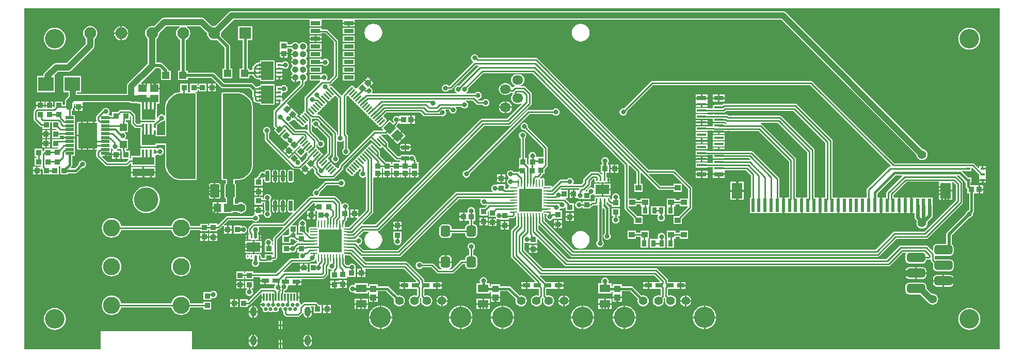
<source format=gtl>
G04 =========================================*
G04 Numerical Innovations - Layer Information*
G04 Units: English*
G04 Purpose: Top*
G04 Physical Order: 1*
G04 Stackup Order: 1*
G04 =========================================*
G04 FAB 3000 Version 8.3.44 (64-bit) - Gerber/CAM Software*
G04 RS274-X Output*
%FSLAX35Y35*%
%MIA0B0*%
%MOIN*%
%SFA1.000000B1.000000*%

%IPPOS*%
%AMROUNDEDRECTD27*
4,1,4,-0.023755,-0.000500,
0.023755,-0.000500,
0.023755,0.000500,
-0.023755,0.000500,
-0.023755,-0.000500,0.0*
4,1,4,-0.019045,-0.004710,
0.019045,-0.004710,
0.019045,0.004710,
-0.019045,0.004710,
-0.019045,-0.004710,0.0*
1,1,0.009420,-0.019050,0.000000*
1,1,0.009420,0.019050,0.000000*
1,1,0.009420,0.019050,0.000000*
1,1,0.009420,-0.019050,0.000000*
%
%AMROUNDEDRECTD28*
4,1,4,-0.004710,-0.019045,
0.004710,-0.019045,
0.004710,0.019045,
-0.004710,0.019045,
-0.004710,-0.019045,0.0*
4,1,4,-0.000500,-0.023755,
0.000500,-0.023755,
0.000500,0.023755,
-0.000500,0.023755,
-0.000500,-0.023755,0.0*
1,1,0.009420,0.000000,0.019050*
1,1,0.009420,0.000000,0.019050*
1,1,0.009420,0.000000,-0.019050*
1,1,0.009420,0.000000,-0.019050*
%
%AMROUNDEDRECTD31*
4,1,4,-0.019045,0.004710,
-0.019045,-0.004710,
0.019045,-0.004710,
0.019045,0.004710,
-0.019045,0.004710,0.0*
4,1,4,-0.023755,0.000500,
-0.023755,-0.000500,
0.023755,-0.000500,
0.023755,0.000500,
-0.023755,0.000500,0.0*
1,1,0.009420,0.019050,0.000000*
1,1,0.009420,0.019050,0.000000*
1,1,0.009420,-0.019050,0.000000*
1,1,0.009420,-0.019050,0.000000*
%
%AMROUNDEDRECTD32*
4,1,4,-0.000500,0.023755,
-0.000500,-0.023755,
0.000500,-0.023755,
0.000500,0.023755,
-0.000500,0.023755,0.0*
4,1,4,-0.004710,0.019045,
-0.004710,-0.019045,
0.004710,-0.019045,
0.004710,0.019045,
-0.004710,0.019045,0.0*
1,1,0.009420,0.000000,0.019050*
1,1,0.009420,0.000000,-0.019050*
1,1,0.009420,0.000000,-0.019050*
1,1,0.009420,0.000000,0.019050*
%
%AMROUNDEDRECTD38*
4,1,4,-0.011810,-0.030475,
0.011810,-0.030475,
0.011810,0.030475,
-0.011810,0.030475,
-0.011810,-0.030475,0.0*
4,1,4,-0.009805,-0.032480,
0.009805,-0.032480,
0.009805,0.032480,
-0.009805,0.032480,
-0.009805,-0.032480,0.0*
1,1,0.004020,-0.009800,0.030470*
1,1,0.004020,0.009800,0.030470*
1,1,0.004020,0.009800,-0.030470*
1,1,0.004020,-0.009800,-0.030470*
%
%AMDIAMOND39*
4,1,4,-0.026445,0.000000,
0.000000,-0.026445,
0.026445,0.000000,
0.000000,0.026445,
-0.026445,0.000000,0.0*
%
%AMROTATEDRECTD40*
4,1,5,-0.024360,0.000700,
-0.000700,0.024360,
0.024360,-0.000700,
0.000700,-0.024360,
-0.024360,0.000700,
-0.024360,0.000700,0.0*
%
%AMROTATEDRECTD43*
4,1,5,0.002780,0.025060,
0.025060,0.002780,
-0.002780,-0.025060,
-0.025060,-0.002780,
0.002780,0.025060,
0.002780,0.025060,0.0*
%
%AMROTATEDRECTD44*
4,1,5,0.000700,0.042450,
0.042450,0.000700,
-0.000700,-0.042450,
-0.042450,-0.000700,
0.000700,0.042450,
0.000700,0.042450,0.0*
%
%AMROUNDEDRECTD47*
4,1,4,-0.044290,0.029530,
-0.044290,-0.029530,
0.044290,-0.029530,
0.044290,0.029530,
-0.044290,0.029530,0.0*
4,1,4,-0.059055,0.014765,
-0.059055,-0.014765,
0.059055,-0.014765,
0.059055,0.014765,
-0.059055,0.014765,0.0*
1,1,0.029530,0.044290,0.014760*
1,1,0.029530,0.044290,-0.014760*
1,1,0.029530,-0.044290,-0.014760*
1,1,0.029530,-0.044290,0.014760*
%
%AMROUNDEDRECTD57*
4,1,4,0.015750,-0.035435,
0.015750,0.035435,
-0.015750,0.035435,
-0.015750,-0.035435,
0.015750,-0.035435,0.0*
4,1,4,0.031495,-0.019685,
0.031495,0.019685,
-0.031495,0.019685,
-0.031495,-0.019685,
0.031495,-0.019685,0.0*
1,1,0.031500,-0.015750,-0.019680*
1,1,0.031500,-0.015750,0.019680*
1,1,0.031500,0.015750,0.019680*
1,1,0.031500,0.015750,-0.019680*
%
%AMROUNDEDRECTD58*
4,1,4,0.025590,0.011220,
-0.025590,0.011220,
-0.025590,-0.011220,
0.025590,-0.011220,
0.025590,0.011220,0.0*
4,1,4,0.021850,0.014960,
-0.021850,0.014960,
-0.021850,-0.014960,
0.021850,-0.014960,
0.021850,0.014960,0.0*
1,1,0.007480,0.021850,-0.011220*
1,1,0.007480,-0.021850,-0.011220*
1,1,0.007480,-0.021850,0.011220*
1,1,0.007480,0.021850,0.011220*
%
%AMROUNDEDRECTD62*
4,1,4,0.025690,-0.042325,
0.025690,0.042325,
-0.025690,0.042325,
-0.025690,-0.042325,
0.025690,-0.042325,0.0*
4,1,4,0.028545,-0.039470,
0.028545,0.039470,
-0.028545,0.039470,
-0.028545,-0.039470,
0.028545,-0.039470,0.0*
1,1,0.005710,-0.025690,-0.039470*
1,1,0.005710,-0.025690,0.039470*
1,1,0.005710,0.025690,0.039470*
1,1,0.005710,0.025690,-0.039470*
%
%AMROUNDEDRECTD63*
4,1,4,-0.025610,0.008860,
-0.025610,-0.008860,
0.025610,-0.008860,
0.025610,0.008860,
-0.025610,0.008860,0.0*
4,1,4,-0.027560,0.006910,
-0.027560,-0.006910,
0.027560,-0.006910,
0.027560,0.006910,
-0.027560,0.006910,0.0*
1,1,0.003900,0.025610,0.006910*
1,1,0.003900,0.025610,-0.006910*
1,1,0.003900,-0.025610,-0.006910*
1,1,0.003900,-0.025610,0.006910*
%
%AMROUNDEDRECTD64*
4,1,4,0.059055,0.080905,
-0.059055,0.080905,
-0.059055,-0.080905,
0.059055,-0.080905,
0.059055,0.080905,0.0*
4,1,4,0.057285,0.082675,
-0.057285,0.082675,
-0.057285,-0.082675,
0.057285,-0.082675,
0.057285,0.082675,0.0*
1,1,0.003540,0.057280,-0.080910*
1,1,0.003540,-0.057280,-0.080910*
1,1,0.003540,-0.057280,0.080910*
1,1,0.003540,0.057280,0.080910*
%
%AMOVALD65*
4,1,4,-0.011137,-0.019488,
0.019488,0.011137,
0.011137,0.019488,
-0.019488,-0.011137,
-0.011137,-0.019488,0.0*
1,1,0.011810,0.015310,0.015310*
1,1,0.011810,-0.015310,-0.015310*
%
%AMOVALD66*
4,1,4,-0.019488,0.011137,
0.011137,-0.019488,
0.019488,-0.011137,
-0.011137,0.019488,
-0.019488,0.011137,0.0*
1,1,0.011810,0.015310,-0.015310*
1,1,0.011810,-0.015310,0.015310*
%
%AMDIAMOND67*
4,1,4,0.000000,0.026445,
-0.026445,0.000000,
0.000000,-0.026445,
0.026445,0.000000,
0.000000,0.026445,0.0*
%
%AMROUNDEDRECTD125*
4,1,4,0.019685,0.011810,
-0.019685,0.011810,
-0.019685,-0.011810,
0.019685,-0.011810,
0.019685,0.011810,0.0*
4,1,4,0.000500,0.031495,
-0.000500,0.031495,
-0.000500,-0.031495,
0.000500,-0.031495,
0.000500,0.031495,0.0*
1,1,0.039370,0.000000,-0.011810*
1,1,0.039370,0.000000,-0.011810*
1,1,0.039370,0.000000,0.011810*
1,1,0.039370,0.000000,0.011810*
%
%ADD10C,0.010000*%
%ADD12C,0.007870*%
%ADD13C,0.019680*%
%ADD14C,0.023620*%
%ADD22R,0.039370X0.035430*%
%ADD23R,0.031500X0.039370*%
%ADD24R,0.061020X0.025590*%
%ADD25R,0.151580X0.151580*%
%ADD26C,0.008480*%
%ADD27ROUNDEDRECTD27*%
%ADD28ROUNDEDRECTD28*%
%ADD29R,0.035430X0.037400*%
%ADD30R,0.033470X0.035430*%
%ADD31ROUNDEDRECTD31*%
%ADD32ROUNDEDRECTD32*%
%ADD33R,0.151580X0.151580*%
%ADD34R,0.035430X0.033470*%
%ADD35R,0.088580X0.059060*%
%ADD36O,0.009840X0.019680*%
%ADD37R,0.037400X0.035430*%
%ADD38ROUNDEDRECTD38*%
%ADD39DIAMOND39*%
%ADD40ROTATEDRECTD40*%
%ADD41R,0.098430X0.090550*%
%ADD42R,0.023620X0.016930*%
%ADD43ROTATEDRECTD43*%
%ADD44ROTATEDRECTD44*%
%ADD45R,0.013390X0.025590*%
%ADD46R,0.013390X0.031500*%
%ADD47ROUNDEDRECTD47*%
%ADD48R,0.070870X0.049210*%
%ADD49R,0.050000X0.030000*%
%ADD50R,0.043310X0.039370*%
%ADD51R,0.037400X0.037400*%
%ADD52R,0.027560X0.017720*%
%ADD53R,0.059060X0.015750*%
%ADD54R,0.059060X0.031500*%
%ADD55R,0.023620X0.086610*%
%ADD56R,0.070870X0.102360*%
%ADD57ROUNDEDRECTD57*%
%ADD58ROUNDEDRECTD58*%
%ADD59R,0.037400X0.037400*%
%ADD60R,0.055120X0.047240*%
%ADD61R,0.047240X0.055120*%
%ADD62ROUNDEDRECTD62*%
%ADD63ROUNDEDRECTD63*%
%ADD64ROUNDEDRECTD64*%
%ADD65OVALD65*%
%ADD66OVALD66*%
%ADD67DIAMOND67*%
%ADD68C,0.168310*%
%ADD69R,0.141730X0.051180*%
%ADD70R,0.007870X0.039370*%
%ADD71R,0.011810X0.047240*%
%ADD72C,0.047240*%
%ADD104R,0.047240X0.047240*%
%ADD107R,0.047240X0.047240*%
%ADD115O,0.078870X0.067060*%
%ADD116C,0.008000*%
%ADD117C,0.084770*%
%ADD118R,0.084770X0.084770*%
%ADD119C,0.049340*%
%ADD120C,0.063910*%
%ADD121C,0.143830*%
%ADD122C,0.118240*%
%ADD123C,0.165480*%
%ADD124C,0.133980*%
%ADD125ROUNDEDRECTD125*%
%ADD126C,0.025590*%
%ADD127C,0.007870*%
%ADD128C,0.015750*%
%ADD129C,0.039370*%
%ADD130C,0.013780*%
%ADD131C,0.011810*%
%ADD132R,0.090160X0.067320*%
%ADD133O,0.070870X0.059060*%
%ADD134C,0.076770*%
%ADD135R,0.076770X0.076770*%
%ADD136C,0.041340*%
%ADD137C,0.055910*%
%ADD138C,0.135830*%
%ADD139C,0.110240*%
%ADD140C,0.157480*%
%ADD141C,0.125980*%
%ADD142C,0.031500*%
%ADD143C,0.055120*%
%ADD144C,0.019680*%
%ADD145C,0.007000*%
%ADD146C,0.001000*%
%LNuP-H Main PCBA Assy V04_0*%
%LPD*%
G36*
X661417Y129921D02*
G01X139764D01*
Y141732D01*
X80709D01*
Y129921D01*
X31496D01*
Y350394D01*
X661417D01*
Y129921D01*
G37*
%LNuP-H Main PCBA Assy V04_1*%
%LPC*%
G36*
X529496Y288746D02*
G01X483391D01*
X482889Y288646D01*
X482463Y288361D01*
X482119Y288017D01*
X480209D01*
X480082Y287992D01*
X476181D01*
Y285852D01*
X472638D01*
Y286024D01*
X465158D01*
Y282874D01*
X472638D01*
Y283227D01*
X476181D01*
Y282980D01*
X479921D01*
X483661D01*
Y283196D01*
X483706Y283205D01*
X484132Y283489D01*
X484763Y284120D01*
X528124D01*
X548869Y263376D01*
Y228503D01*
X548515Y228150D01*
X547244D01*
X546744D01*
X545776D01*
Y223031D01*
Y217913D01*
X546744D01*
X547244D01*
X547744D01*
X550681D01*
X551181D01*
X554618D01*
X555118D01*
X555618D01*
X556587D01*
Y223031D01*
Y228150D01*
X555618D01*
X555118D01*
X554618D01*
X553494D01*
Y264748D01*
X553394Y265250D01*
X553109Y265676D01*
X530424Y288361D01*
X529998Y288646D01*
X529496Y288746D01*
G37*
G36*
X472638Y282087D02*
G01X465158D01*
Y278937D01*
X472638D01*
Y279109D01*
X476181D01*
Y276969D01*
X483661D01*
X484109Y276843D01*
X484263Y276690D01*
X484688Y276405D01*
X484918Y276360D01*
X484868Y275860D01*
X483661D01*
Y276181D01*
X476181D01*
Y274041D01*
X472638D01*
Y274213D01*
X465158D01*
Y271063D01*
X472638D01*
Y271416D01*
X476181D01*
Y271169D01*
X479921D01*
X483661D01*
Y271235D01*
X505577D01*
X525246Y251565D01*
Y228503D01*
X524893Y228150D01*
X523622D01*
X523122D01*
X522154D01*
Y223031D01*
Y217913D01*
X523122D01*
X523622D01*
X524122D01*
X527059D01*
X527559D01*
X530996D01*
X531496D01*
X531996D01*
X532965D01*
Y223031D01*
Y228150D01*
X531996D01*
X531496D01*
X530996D01*
X529872D01*
Y252937D01*
X529772Y253439D01*
X529487Y253865D01*
X507877Y275475D01*
X507451Y275760D01*
X507222Y275805D01*
X507271Y276306D01*
X518098D01*
X537057Y257346D01*
Y228503D01*
X536704Y228150D01*
X535433D01*
X534933D01*
X533965D01*
Y223031D01*
Y217913D01*
X534933D01*
X535433D01*
X535933D01*
X538870D01*
X539370D01*
X542807D01*
X543307D01*
X543807D01*
X544776D01*
Y223031D01*
Y228150D01*
X543807D01*
X543307D01*
X542807D01*
X541683D01*
Y258718D01*
X541583Y259221D01*
X541298Y259646D01*
X520398Y280546D01*
X519973Y280831D01*
X519470Y280931D01*
X486563D01*
X486022Y281471D01*
X485596Y281756D01*
X485094Y281856D01*
X483661D01*
Y281980D01*
X479921D01*
X476181D01*
Y281734D01*
X472638D01*
Y282087D01*
G37*
G36*
X641732Y337830D02*
G01X640343Y337693D01*
X639007Y337287D01*
X637776Y336630D01*
X636697Y335744D01*
X635812Y334665D01*
X635153Y333434D01*
X634748Y332098D01*
X634611Y330709D01*
X634748Y329319D01*
X635153Y327984D01*
X635812Y326752D01*
X636697Y325673D01*
X637776Y324788D01*
X639007Y324130D01*
X640343Y323725D01*
X641732Y323588D01*
X643121Y323725D01*
X644457Y324130D01*
X645688Y324788D01*
X646768Y325673D01*
X647653Y326752D01*
X648311Y327984D01*
X648716Y329319D01*
X648853Y330709D01*
X648716Y332098D01*
X648311Y333434D01*
X647653Y334665D01*
X646768Y335744D01*
X645688Y336630D01*
X644457Y337287D01*
X643121Y337693D01*
X641732Y337830D01*
G37*
G36*
X194538Y245970D02*
G01X194058D01*
Y242415D01*
X195546D01*
Y244963D01*
X195469Y245348D01*
X195251Y245675D01*
X194924Y245894D01*
X194538Y245970D01*
G37*
G36*
X199538D02*
G01X199058D01*
Y242415D01*
X200546D01*
Y244963D01*
X200469Y245348D01*
X200251Y245675D01*
X199924Y245894D01*
X199538Y245970D01*
G37*
G36*
X198058D02*
G01X197578D01*
X197192Y245894D01*
X196865Y245675D01*
X196647Y245348D01*
X196570Y244963D01*
Y242415D01*
X198058D01*
Y245970D01*
G37*
G36*
X193058D02*
G01X192578D01*
X192192Y245894D01*
X191865Y245675D01*
X191647Y245348D01*
X191570Y244963D01*
Y242415D01*
X193058D01*
Y245970D01*
G37*
G36*
X204538D02*
G01X202578D01*
X202192Y245894D01*
X201865Y245675D01*
X201647Y245348D01*
X201570Y244963D01*
Y238868D01*
X201647Y238483D01*
X201865Y238156D01*
X202192Y237937D01*
X202578Y237861D01*
X204538D01*
X204924Y237937D01*
X205251Y238156D01*
X205469Y238483D01*
X205546Y238868D01*
Y244963D01*
X205469Y245348D01*
X205251Y245675D01*
X204924Y245894D01*
X204538Y245970D01*
G37*
G36*
X71780Y277194D02*
G01X66552D01*
X66176Y277119D01*
X65857Y276906D01*
X65643Y276587D01*
X65569Y276211D01*
Y268620D01*
X71780D01*
Y277194D01*
G37*
G36*
Y267620D02*
G01X65569D01*
Y260030D01*
X65643Y259653D01*
X65857Y259334D01*
X66176Y259121D01*
X66552Y259046D01*
X71780D01*
Y267620D01*
G37*
G36*
X320146Y198812D02*
G01X319224Y198628D01*
X318443Y198106D01*
X317920Y197325D01*
X317737Y196403D01*
X317920Y195482D01*
X318443Y194700D01*
X318833Y194439D01*
Y190780D01*
X318504D01*
X317582Y190597D01*
X316801Y190075D01*
X316279Y189294D01*
X316095Y188372D01*
Y187716D01*
X314068D01*
X313565Y187616D01*
X313140Y187331D01*
X307436Y181628D01*
X305677D01*
X305627Y182128D01*
X306040Y182210D01*
X306821Y182732D01*
X307343Y183513D01*
X307527Y184435D01*
Y185903D01*
X303543D01*
X299560D01*
Y184435D01*
X299743Y183513D01*
X300266Y182732D01*
X301047Y182210D01*
X301459Y182128D01*
X301410Y181628D01*
X299363D01*
X295810Y185180D01*
X295384Y185465D01*
X294882Y185565D01*
X288578D01*
X288317Y185955D01*
X287536Y186477D01*
X286614Y186660D01*
X285693Y186477D01*
X284911Y185955D01*
X284389Y185174D01*
X284206Y184252D01*
X284389Y183330D01*
X284911Y182549D01*
X285693Y182027D01*
X286614Y181843D01*
X287536Y182027D01*
X288317Y182549D01*
X288578Y182939D01*
X294338D01*
X297891Y179387D01*
X298317Y179102D01*
X298819Y179002D01*
X307979D01*
X308482Y179102D01*
X308908Y179387D01*
X314611Y185091D01*
X316095D01*
Y184435D01*
X316279Y183513D01*
X316801Y182732D01*
X317582Y182210D01*
X318504Y182026D01*
X321654D01*
X322575Y182210D01*
X323357Y182732D01*
X323879Y183513D01*
X324062Y184435D01*
Y188372D01*
X323879Y189294D01*
X323357Y190075D01*
X322575Y190597D01*
X321654Y190780D01*
X321458D01*
Y194439D01*
X321849Y194700D01*
X322371Y195482D01*
X322554Y196403D01*
X322371Y197325D01*
X321849Y198106D01*
X321067Y198628D01*
X320146Y198812D01*
G37*
G36*
X445125Y222441D02*
G01X436024D01*
Y216929D01*
X440528D01*
X440796Y216429D01*
X440538Y216043D01*
X440354Y215121D01*
X440538Y214200D01*
X441060Y213418D01*
X441841Y212896D01*
X442763Y212713D01*
X443684Y212896D01*
X444466Y213418D01*
X444988Y214200D01*
X445171Y215121D01*
X444988Y216043D01*
X444730Y216429D01*
X444997Y216929D01*
X445125D01*
Y222441D01*
G37*
G36*
X406488Y176424D02*
G01X405567Y176241D01*
X404785Y175719D01*
X404263Y174937D01*
X404080Y174016D01*
X404254Y173138D01*
X404238Y173013D01*
X404038Y172638D01*
X402165D01*
Y166142D01*
X410827D01*
Y167117D01*
X411327Y167324D01*
X411417Y167234D01*
Y166437D01*
Y165937D01*
Y163984D01*
X417323D01*
Y165937D01*
Y166240D01*
Y166740D01*
Y167587D01*
X422622D01*
X427695Y162514D01*
X427612Y162313D01*
X427489Y161378D01*
X427612Y160443D01*
X427973Y159571D01*
X428547Y158823D01*
X429296Y158248D01*
X430167Y157887D01*
X431102Y157764D01*
X432038Y157887D01*
X432909Y158248D01*
X433658Y158823D01*
X434232Y159571D01*
X434593Y160443D01*
X434716Y161378D01*
X434593Y162313D01*
X434232Y163185D01*
X433658Y163933D01*
X432909Y164507D01*
X432038Y164868D01*
X431102Y164991D01*
X430167Y164868D01*
X429966Y164785D01*
X424423Y170328D01*
X423902Y170676D01*
X423287Y170799D01*
X417323D01*
Y171949D01*
X411417D01*
Y170799D01*
X410827D01*
Y172638D01*
X408939D01*
X408738Y173013D01*
X408722Y173138D01*
X408897Y174016D01*
X408713Y174937D01*
X408191Y175719D01*
X407410Y176241D01*
X406488Y176424D01*
G37*
G36*
X413870Y162984D02*
G01X411417D01*
Y160728D01*
X413870D01*
Y162984D01*
G37*
G36*
X418516Y158275D02*
G01X417530Y158178D01*
X416102Y157744D01*
X414785Y157041D01*
X413631Y156094D01*
X412684Y154940D01*
X411980Y153623D01*
X411547Y152194D01*
X411450Y151209D01*
X418516D01*
Y158275D01*
G37*
G36*
Y150209D02*
G01X411450D01*
X411547Y149223D01*
X411980Y147794D01*
X412684Y146478D01*
X413631Y145324D01*
X414785Y144377D01*
X416102Y143673D01*
X417530Y143240D01*
X418516Y143142D01*
Y150209D01*
G37*
G36*
X94516Y338852D02*
G01Y334752D01*
X98616D01*
X98523Y335460D01*
X98057Y336585D01*
X97315Y337551D01*
X96349Y338293D01*
X95223Y338759D01*
X94516Y338852D01*
G37*
G36*
X93516D02*
G01X92808Y338759D01*
X91683Y338293D01*
X90716Y337551D01*
X89975Y336585D01*
X89509Y335460D01*
X89416Y334752D01*
X93516D01*
Y338852D01*
G37*
G36*
Y333752D02*
G01X89416D01*
X89509Y333044D01*
X89975Y331919D01*
X90716Y330953D01*
X91683Y330211D01*
X92808Y329745D01*
X93516Y329652D01*
Y333752D01*
G37*
G36*
X98616D02*
G01X94516D01*
Y329652D01*
X95223Y329745D01*
X96349Y330211D01*
X97315Y330953D01*
X98057Y331919D01*
X98523Y333044D01*
X98616Y333752D01*
G37*
G36*
X179331Y174213D02*
G01X174213D01*
Y169291D01*
X175155D01*
X175307Y168791D01*
X175069Y168632D01*
X174547Y167851D01*
X174363Y166929D01*
X174547Y166007D01*
X175069Y165226D01*
X175850Y164704D01*
X176772Y164521D01*
X177693Y164704D01*
X178475Y165226D01*
X178997Y166007D01*
X179180Y166929D01*
X178997Y167851D01*
X178475Y168632D01*
X178236Y168791D01*
X178388Y169291D01*
X179331D01*
Y174213D01*
G37*
G36*
X275466Y270338D02*
G01X273105Y267977D01*
X275396Y265686D01*
X277757Y268047D01*
X275466Y270338D01*
G37*
G36*
X312768Y158275D02*
G01X311782Y158178D01*
X310353Y157744D01*
X309037Y157041D01*
X307883Y156094D01*
X306936Y154940D01*
X306232Y153623D01*
X305799Y152194D01*
X305702Y151209D01*
X312768D01*
Y158275D01*
G37*
G36*
Y150209D02*
G01X305702D01*
X305799Y149223D01*
X306232Y147794D01*
X306936Y146478D01*
X307883Y145324D01*
X309037Y144377D01*
X310353Y143673D01*
X311782Y143240D01*
X312768Y143142D01*
Y150209D01*
G37*
G36*
X614173Y228150D02*
G01X610736D01*
X610236D01*
X604831D01*
Y223031D01*
Y217913D01*
X606261D01*
Y215419D01*
X606413Y214651D01*
X606848Y214000D01*
X607927Y212922D01*
X607768Y212539D01*
X607647Y211614D01*
X607768Y210689D01*
X608125Y209827D01*
X608693Y209087D01*
X609434Y208519D01*
X610295Y208162D01*
X611221Y208040D01*
X612146Y208162D01*
X613007Y208519D01*
X613748Y209087D01*
X614316Y209827D01*
X614673Y210689D01*
X614794Y211614D01*
X614709Y212264D01*
X617561Y215116D01*
X617996Y215767D01*
X618149Y216535D01*
Y223031D01*
X618110Y223225D01*
Y228150D01*
X614673D01*
X614173D01*
G37*
G36*
X496063Y231980D02*
G01X492232D01*
Y226575D01*
X496063D01*
Y231980D01*
G37*
G36*
X491232D02*
G01X487401D01*
Y226575D01*
X491232D01*
Y231980D01*
G37*
G36*
X483661Y264370D02*
G01X476181D01*
Y261220D01*
X483661D01*
Y264370D01*
G37*
G36*
X253346Y172638D02*
G01X244685D01*
Y171842D01*
X244185Y171478D01*
X243566Y171601D01*
X242645Y171418D01*
X241863Y170896D01*
X241341Y170115D01*
X241158Y169193D01*
X241341Y168271D01*
X241863Y167490D01*
X242645Y166968D01*
X243566Y166784D01*
X244185Y166908D01*
X244685Y166544D01*
Y166142D01*
X253346D01*
Y167117D01*
X253847Y167324D01*
X253937Y167234D01*
Y166437D01*
Y165937D01*
Y163984D01*
X259842D01*
Y165937D01*
Y166240D01*
Y166740D01*
Y167587D01*
X265142D01*
X270215Y162514D01*
X270132Y162313D01*
X270008Y161378D01*
X270132Y160443D01*
X270493Y159571D01*
X271067Y158823D01*
X271815Y158248D01*
X272687Y157887D01*
X273622Y157764D01*
X274557Y157887D01*
X275429Y158248D01*
X276177Y158823D01*
X276751Y159571D01*
X277113Y160443D01*
X277236Y161378D01*
X277113Y162313D01*
X276751Y163185D01*
X276177Y163933D01*
X275429Y164507D01*
X274557Y164868D01*
X273622Y164991D01*
X272687Y164868D01*
X272486Y164785D01*
X266943Y170328D01*
X266422Y170676D01*
X265807Y170799D01*
X259842D01*
Y171949D01*
X253937D01*
Y170799D01*
X253346D01*
Y172638D01*
G37*
G36*
X198058Y241415D02*
G01X196570D01*
Y238868D01*
X196647Y238483D01*
X196865Y238156D01*
X197192Y237937D01*
X197578Y237861D01*
X198058D01*
Y241415D01*
G37*
G36*
X195546D02*
G01X194058D01*
Y237861D01*
X194538D01*
X194924Y237937D01*
X195251Y238156D01*
X195469Y238483D01*
X195546Y238868D01*
Y241415D01*
G37*
G36*
X193058D02*
G01X191570D01*
Y238868D01*
X191647Y238483D01*
X191865Y238156D01*
X192192Y237937D01*
X192578Y237861D01*
X193058D01*
Y241415D01*
G37*
G36*
X194538Y226679D02*
G01X194058D01*
Y223124D01*
X195546D01*
Y225671D01*
X195469Y226057D01*
X195251Y226384D01*
X194924Y226602D01*
X194538Y226679D01*
G37*
G36*
X198058D02*
G01X197578D01*
X197192Y226602D01*
X196865Y226384D01*
X196647Y226057D01*
X196570Y225671D01*
Y223124D01*
X198058D01*
Y226679D01*
G37*
G36*
X193058D02*
G01X192578D01*
X192192Y226602D01*
X191865Y226384D01*
X191647Y226057D01*
X191570Y225671D01*
Y223124D01*
X193058D01*
Y226679D01*
G37*
G36*
X198058Y222124D02*
G01X196570D01*
Y219577D01*
X196647Y219191D01*
X196865Y218864D01*
X197192Y218646D01*
X197578Y218569D01*
X198058D01*
Y222124D01*
G37*
G36*
X195546D02*
G01X194058D01*
Y218569D01*
X194538D01*
X194924Y218646D01*
X195251Y218864D01*
X195469Y219191D01*
X195546Y219577D01*
Y222124D01*
G37*
G36*
X193058D02*
G01X191570D01*
Y219577D01*
X191647Y219191D01*
X191865Y218864D01*
X192192Y218646D01*
X192578Y218569D01*
X193058D01*
Y222124D01*
G37*
G36*
X624500Y178076D02*
G01X620571D01*
X619688Y177900D01*
X618939Y177400D01*
X618438Y176651D01*
X618263Y175768D01*
Y174791D01*
X624500D01*
Y178076D01*
G37*
G36*
Y173791D02*
G01X618263D01*
Y172815D01*
X618438Y171932D01*
X618939Y171183D01*
X619688Y170683D01*
X620571Y170507D01*
X624500D01*
Y173791D01*
G37*
G36*
X611713Y173076D02*
G01X602854D01*
X601971Y172900D01*
X601222Y172400D01*
X600722Y171651D01*
X600546Y170768D01*
Y167815D01*
X600722Y166932D01*
X601222Y166183D01*
X601971Y165682D01*
X602854Y165507D01*
X610090D01*
X615125Y160471D01*
X615583Y159874D01*
X616323Y159307D01*
X617185Y158949D01*
X618110Y158828D01*
X619035Y158949D01*
X619897Y159307D01*
X620637Y159874D01*
X621205Y160615D01*
X621562Y161477D01*
X621684Y162402D01*
X621562Y163327D01*
X621205Y164189D01*
X620637Y164929D01*
X619897Y165497D01*
X619035Y165854D01*
X618110Y165975D01*
X617556Y165902D01*
X614021Y169438D01*
Y170768D01*
X613845Y171651D01*
X613345Y172400D01*
X612596Y172900D01*
X611713Y173076D01*
G37*
G36*
X198094Y310819D02*
G01X196126D01*
X194157D01*
Y309685D01*
Y309260D01*
X196126D01*
X198094D01*
Y310819D01*
G37*
G36*
X314724Y218406D02*
G01X312567D01*
Y216248D01*
X314724D01*
Y218406D01*
G37*
G36*
Y215248D02*
G01X312567D01*
Y213090D01*
X314724D01*
Y215248D01*
G37*
G36*
X320079Y221970D02*
G01X319157Y221786D01*
X318376Y221264D01*
X317854Y220483D01*
X317670Y219561D01*
X317801Y218905D01*
X317454Y218406D01*
X315724D01*
Y215748D01*
Y213090D01*
X318766D01*
Y210780D01*
X318504D01*
X317582Y210597D01*
X316801Y210075D01*
X316279Y209294D01*
X316095Y208372D01*
Y207716D01*
X307527D01*
Y208372D01*
X307343Y209294D01*
X306821Y210075D01*
X306040Y210597D01*
X305118Y210780D01*
X301969D01*
X301047Y210597D01*
X300266Y210075D01*
X299743Y209294D01*
X299560Y208372D01*
Y204435D01*
X299743Y203513D01*
X300266Y202732D01*
X301047Y202210D01*
X301969Y202026D01*
X305118D01*
X306040Y202210D01*
X306821Y202732D01*
X307343Y203513D01*
X307527Y204435D01*
Y205091D01*
X316095D01*
Y204435D01*
X316279Y203513D01*
X316801Y202732D01*
X317582Y202210D01*
X318504Y202026D01*
X321654D01*
X322575Y202210D01*
X323357Y202732D01*
X323879Y203513D01*
X324062Y204435D01*
Y208372D01*
X323879Y209294D01*
X323357Y210075D01*
X322575Y210597D01*
X321654Y210780D01*
X321391D01*
Y213090D01*
X322803D01*
Y218406D01*
X322703D01*
X322357Y218905D01*
X322487Y219561D01*
X322304Y220483D01*
X321782Y221264D01*
X321000Y221786D01*
X320079Y221970D01*
G37*
G36*
X184644Y195669D02*
G01X179927D01*
Y192429D01*
X184644D01*
Y195669D01*
G37*
G36*
X48068Y268604D02*
G01X46009D01*
Y266447D01*
X48068D01*
Y268604D01*
G37*
G36*
X45009D02*
G01X42950D01*
Y266447D01*
X45009D01*
Y268604D01*
G37*
G36*
X163392Y209949D02*
G01Y207791D01*
X165451D01*
Y209949D01*
X163392D01*
G37*
G36*
X165451Y206791D02*
G01X163392D01*
Y204634D01*
X165451D01*
Y206791D01*
G37*
G36*
X162392D02*
G01X160333D01*
Y204634D01*
X162392D01*
Y206791D01*
G37*
G36*
X166528Y162402D02*
G01X164567D01*
Y160343D01*
X166528D01*
Y162402D01*
G37*
G36*
Y159343D02*
G01X164567D01*
Y157283D01*
X166528D01*
Y159343D01*
G37*
G36*
X247244Y220374D02*
G01X245185D01*
Y218216D01*
X247244D01*
Y220374D01*
G37*
G36*
X244185D02*
G01X242126D01*
Y218216D01*
X244185D01*
Y220374D01*
G37*
G36*
X244873Y322795D02*
G01X237196D01*
Y318661D01*
X244873D01*
Y322795D01*
G37*
G36*
Y340228D02*
G01X241534D01*
Y338661D01*
X244873D01*
Y340228D01*
G37*
G36*
X240534D02*
G01X237196D01*
Y338661D01*
X240534D01*
Y340228D01*
G37*
G36*
X244873Y337795D02*
G01X237196D01*
Y333661D01*
X244873D01*
Y337795D01*
G37*
G36*
X256890Y340404D02*
G01X255399Y340207D01*
X254011Y339632D01*
X252818Y338717D01*
X251903Y337525D01*
X251328Y336136D01*
X251132Y334646D01*
X251328Y333155D01*
X251903Y331767D01*
X252818Y330574D01*
X254011Y329659D01*
X255399Y329084D01*
X256890Y328888D01*
X258380Y329084D01*
X259769Y329659D01*
X260961Y330574D01*
X261876Y331767D01*
X262452Y333155D01*
X262648Y334646D01*
X262452Y336136D01*
X261876Y337525D01*
X260961Y338717D01*
X259769Y339632D01*
X258380Y340207D01*
X256890Y340404D01*
G37*
G36*
X244873Y332795D02*
G01X237196D01*
Y328661D01*
X244873D01*
Y332795D01*
G37*
G36*
Y327795D02*
G01X237196D01*
Y323661D01*
X244873D01*
Y327795D01*
G37*
G36*
X223416Y332795D02*
G01X220078D01*
Y331228D01*
X223416D01*
Y332795D01*
G37*
G36*
X219078D02*
G01X215739D01*
Y331228D01*
X219078D01*
Y332795D01*
G37*
G36*
X223416Y330228D02*
G01X220078D01*
Y328661D01*
X223416D01*
Y330228D01*
G37*
G36*
X219078D02*
G01X215739D01*
Y328661D01*
X219078D01*
Y330228D01*
G37*
G36*
X223416Y327795D02*
G01X215739D01*
Y323661D01*
X223416D01*
Y327795D01*
G37*
G36*
Y322795D02*
G01X215739D01*
Y318661D01*
X223416D01*
Y322795D01*
G37*
G36*
Y312795D02*
G01X215739D01*
Y308661D01*
X223416D01*
Y312795D01*
G37*
G36*
X377031Y173547D02*
G01Y171760D01*
X379819D01*
Y173547D01*
X377031D01*
G37*
G36*
X379819Y170760D02*
G01X377031D01*
Y168972D01*
X379819D01*
Y170760D01*
G37*
G36*
X305118Y190780D02*
G01X304043D01*
Y186903D01*
X307527D01*
Y188372D01*
X307343Y189294D01*
X306821Y190075D01*
X306040Y190597D01*
X305118Y190780D01*
G37*
G36*
X303043D02*
G01X301969D01*
X301047Y190597D01*
X300266Y190075D01*
X299743Y189294D01*
X299560Y188372D01*
Y186903D01*
X303043D01*
Y190780D01*
G37*
G36*
X298291Y173547D02*
G01Y171760D01*
X301079D01*
Y173547D01*
X298291D01*
G37*
G36*
X301079Y170760D02*
G01X298291D01*
Y168972D01*
X301079D01*
Y170760D01*
G37*
G36*
X301681Y164926D02*
G01Y161878D01*
X304729D01*
X304672Y162313D01*
X304311Y163185D01*
X303736Y163933D01*
X302988Y164507D01*
X302116Y164868D01*
X301681Y164926D01*
G37*
G36*
X300681D02*
G01X300246Y164868D01*
X299374Y164507D01*
X298626Y163933D01*
X298052Y163185D01*
X297691Y162313D01*
X297633Y161878D01*
X300681D01*
Y164926D01*
G37*
G36*
X304729Y160878D02*
G01X301681D01*
Y157830D01*
X302116Y157887D01*
X302988Y158248D01*
X303736Y158823D01*
X304311Y159571D01*
X304672Y160443D01*
X304729Y160878D01*
G37*
G36*
X300681D02*
G01X297633D01*
X297691Y160443D01*
X298052Y159571D01*
X298626Y158823D01*
X299374Y158248D01*
X300246Y157887D01*
X300681Y157830D01*
Y160878D01*
G37*
G36*
X51181Y337829D02*
G01X49792Y337693D01*
X48456Y337287D01*
X47225Y336629D01*
X46146Y335744D01*
X45260Y334665D01*
X44602Y333434D01*
X44197Y332098D01*
X44060Y330709D01*
X44197Y329319D01*
X44602Y327984D01*
X45260Y326752D01*
X46146Y325673D01*
X47225Y324788D01*
X48456Y324130D01*
X49792Y323725D01*
X51181Y323588D01*
X52570Y323725D01*
X53906Y324130D01*
X55137Y324788D01*
X56216Y325673D01*
X57102Y326752D01*
X57760Y327984D01*
X58165Y329319D01*
X58302Y330709D01*
X58165Y332098D01*
X57760Y333434D01*
X57102Y334665D01*
X56216Y335744D01*
X55137Y336629D01*
X53906Y337287D01*
X52570Y337693D01*
X51181Y337829D01*
G37*
G36*
X74016Y338918D02*
G01X72808Y338759D01*
X71683Y338293D01*
X70717Y337551D01*
X69975Y336585D01*
X69509Y335460D01*
X69350Y334252D01*
X69509Y333044D01*
X69975Y331919D01*
X70717Y330953D01*
X71236Y330554D01*
Y327556D01*
X58665Y314984D01*
X51968D01*
X51249Y314890D01*
X50579Y314612D01*
X50003Y314170D01*
X44491Y308658D01*
X44049Y308083D01*
X43772Y307412D01*
X43677Y306693D01*
X39764D01*
Y296063D01*
X51181D01*
Y306693D01*
X51041D01*
X50850Y307155D01*
X53120Y309425D01*
X59816D01*
X60535Y309520D01*
X61206Y309797D01*
X61782Y310239D01*
X75981Y324439D01*
X76423Y325015D01*
X76701Y325685D01*
X76795Y326405D01*
Y330554D01*
X77315Y330953D01*
X78057Y331919D01*
X78523Y333044D01*
X78682Y334252D01*
X78523Y335460D01*
X78057Y336585D01*
X77315Y337551D01*
X76349Y338293D01*
X75223Y338759D01*
X74016Y338918D01*
G37*
G36*
X48068Y271762D02*
G01X46009D01*
Y269604D01*
X48068D01*
Y271762D01*
G37*
G36*
X45009D02*
G01X42950D01*
Y269604D01*
X45009D01*
Y271762D01*
G37*
G36*
X51181Y156727D02*
G01X49792Y156590D01*
X48456Y156185D01*
X47225Y155527D01*
X46146Y154641D01*
X45260Y153562D01*
X44602Y152331D01*
X44197Y150996D01*
X44060Y149606D01*
X44197Y148217D01*
X44602Y146881D01*
X45260Y145650D01*
X46146Y144571D01*
X47225Y143685D01*
X48456Y143027D01*
X49792Y142622D01*
X51181Y142485D01*
X52570Y142622D01*
X53906Y143027D01*
X55137Y143685D01*
X56216Y144571D01*
X57102Y145650D01*
X57760Y146881D01*
X58165Y148217D01*
X58302Y149606D01*
X58165Y150996D01*
X57760Y152331D01*
X57102Y153562D01*
X56216Y154641D01*
X55137Y155527D01*
X53906Y156185D01*
X52570Y156590D01*
X51181Y156727D01*
G37*
G36*
X64229Y266340D02*
G01X60666D01*
X57104D01*
Y266150D01*
X57115Y266094D01*
X56739Y265594D01*
X54367D01*
Y265856D01*
X49249D01*
Y260541D01*
X53191D01*
X53439Y260041D01*
X53296Y259852D01*
X49938D01*
Y259773D01*
X49446Y259754D01*
X44328D01*
Y258331D01*
X44219Y258309D01*
X43793Y258025D01*
X43608Y257840D01*
X43146Y258031D01*
Y259754D01*
X38028D01*
Y254439D01*
X39472D01*
Y253750D01*
X38225D01*
Y248632D01*
X41956D01*
X42004Y248541D01*
X41989Y248445D01*
X41704Y248041D01*
X40202D01*
Y245982D01*
X42162D01*
Y246787D01*
X42662Y246939D01*
X42809Y246720D01*
X43343Y246185D01*
Y242923D01*
X48265D01*
X48658D01*
X53580D01*
Y248041D01*
X53836Y248435D01*
X54504D01*
X54761Y248041D01*
Y242923D01*
X59682D01*
Y243877D01*
X64748D01*
X65362Y243999D01*
X65883Y244347D01*
X68766Y247230D01*
X68929Y247198D01*
X69851Y247381D01*
X70632Y247903D01*
X71154Y248685D01*
X71338Y249606D01*
X71154Y250528D01*
X70632Y251309D01*
X69851Y251831D01*
X68929Y252015D01*
X68007Y251831D01*
X67226Y251309D01*
X66704Y250528D01*
X66521Y249606D01*
X66534Y249539D01*
X64083Y247088D01*
X61652D01*
X61461Y247550D01*
X61801Y247890D01*
X62150Y248411D01*
X62272Y249026D01*
Y254912D01*
X63227D01*
X63611Y254988D01*
X63935Y255205D01*
X64152Y255530D01*
X64229Y255913D01*
Y257295D01*
X64152Y257679D01*
X64015Y257884D01*
X64152Y258089D01*
X64229Y258472D01*
Y259854D01*
X64152Y260238D01*
X64015Y260443D01*
X64152Y260648D01*
X64229Y261032D01*
Y262413D01*
X64152Y262797D01*
X64015Y263002D01*
X64152Y263207D01*
X64229Y263591D01*
Y264972D01*
X64152Y265356D01*
X64015Y265561D01*
X64152Y265766D01*
X64229Y266150D01*
Y266340D01*
G37*
G36*
X272398Y267270D02*
G01X270037Y264909D01*
X272328Y262618D01*
X274689Y264979D01*
X272398Y267270D01*
G37*
G36*
X279744Y262739D02*
G01X278059D01*
Y260933D01*
X280928D01*
Y261555D01*
X280838Y262008D01*
X280581Y262392D01*
X280197Y262649D01*
X279744Y262739D01*
G37*
G36*
X277059D02*
G01X275374D01*
X274921Y262649D01*
X274537Y262392D01*
X274280Y262008D01*
X274190Y261555D01*
Y260933D01*
X277059D01*
Y262739D01*
G37*
G36*
X280928Y259933D02*
G01X278059D01*
Y258127D01*
X279744D01*
X280197Y258217D01*
X280581Y258474D01*
X280838Y258858D01*
X280928Y259311D01*
Y259933D01*
G37*
G36*
X277059D02*
G01X274190D01*
Y259311D01*
X274280Y258858D01*
X274537Y258474D01*
X274921Y258217D01*
X275374Y258127D01*
X277059D01*
Y259933D01*
G37*
G36*
X132677Y189794D02*
G01X131442Y189673D01*
X130255Y189312D01*
X129161Y188727D01*
X128201Y187940D01*
X127414Y186981D01*
X126829Y185887D01*
X126469Y184699D01*
X126347Y183465D01*
X126469Y182230D01*
X126829Y181042D01*
X127414Y179948D01*
X128201Y178989D01*
X129161Y178202D01*
X130255Y177617D01*
X131442Y177257D01*
X132677Y177135D01*
X133912Y177257D01*
X135099Y177617D01*
X136194Y178202D01*
X137153Y178989D01*
X137940Y179948D01*
X138525Y181042D01*
X138885Y182230D01*
X139007Y183465D01*
X138885Y184699D01*
X138525Y185887D01*
X137940Y186981D01*
X137153Y187940D01*
X136194Y188727D01*
X135099Y189312D01*
X133912Y189673D01*
X132677Y189794D01*
G37*
G36*
X87795D02*
G01X86560Y189673D01*
X85373Y189312D01*
X84279Y188727D01*
X83319Y187940D01*
X82532Y186981D01*
X81947Y185887D01*
X81587Y184699D01*
X81466Y183465D01*
X81587Y182230D01*
X81947Y181042D01*
X82532Y179948D01*
X83319Y178989D01*
X84279Y178202D01*
X85373Y177617D01*
X86560Y177257D01*
X87795Y177135D01*
X89030Y177257D01*
X90218Y177617D01*
X91312Y178202D01*
X92271Y178989D01*
X93058Y179948D01*
X93643Y181042D01*
X94003Y182230D01*
X94125Y183465D01*
X94003Y184699D01*
X93643Y185887D01*
X93058Y186981D01*
X92271Y187940D01*
X91312Y188727D01*
X90218Y189312D01*
X89030Y189673D01*
X87795Y189794D01*
G37*
G36*
X110236Y235396D02*
G01X108538Y235229D01*
X106906Y234734D01*
X105401Y233929D01*
X104082Y232847D01*
X103000Y231528D01*
X102195Y230024D01*
X101700Y228391D01*
X101533Y226693D01*
X101700Y224995D01*
X102195Y223362D01*
X103000Y221858D01*
X104082Y220539D01*
X105401Y219456D01*
X106906Y218652D01*
X108538Y218157D01*
X110236Y217990D01*
X111934Y218157D01*
X113567Y218652D01*
X115071Y219456D01*
X116390Y220539D01*
X117473Y221858D01*
X118277Y223362D01*
X118772Y224995D01*
X118939Y226693D01*
X118772Y228391D01*
X118277Y230024D01*
X117473Y231528D01*
X116390Y232847D01*
X115071Y233929D01*
X113567Y234734D01*
X111934Y235229D01*
X110236Y235396D01*
G37*
G36*
X150197Y205118D02*
G01X148138D01*
Y203157D01*
X150197D01*
Y205118D01*
G37*
G36*
X147138D02*
G01X145079D01*
Y203157D01*
X147138D01*
Y205118D01*
G37*
G36*
X150197Y202157D02*
G01X148138D01*
Y200197D01*
X150197D01*
Y202157D01*
G37*
G36*
X147138D02*
G01X145079D01*
Y200197D01*
X147138D01*
Y202157D01*
G37*
G36*
X472638Y287886D02*
G01X469398D01*
Y286811D01*
X472638D01*
Y287886D01*
G37*
G36*
X468398D02*
G01X465158D01*
Y286811D01*
X468398D01*
Y287886D01*
G37*
G36*
X472638Y278150D02*
G01X469398D01*
Y277075D01*
X472638D01*
Y278150D01*
G37*
G36*
X468398D02*
G01X465158D01*
Y277075D01*
X468398D01*
Y278150D01*
G37*
G36*
X472638Y276075D02*
G01X469398D01*
Y275000D01*
X472638D01*
Y276075D01*
G37*
G36*
X468398D02*
G01X465158D01*
Y275000D01*
X468398D01*
Y276075D01*
G37*
G36*
X472638Y266338D02*
G01X469398D01*
Y265264D01*
X472638D01*
Y266338D01*
G37*
G36*
X468398D02*
G01X465158D01*
Y265264D01*
X468398D01*
Y266338D01*
G37*
G36*
X483661Y268307D02*
G01X476181D01*
Y265157D01*
X483661D01*
Y268307D01*
G37*
G36*
X472638Y264264D02*
G01X469398D01*
Y263189D01*
X472638D01*
Y264264D01*
G37*
G36*
X468398D02*
G01X465158D01*
Y263189D01*
X468398D01*
Y264264D01*
G37*
G36*
X472638Y270275D02*
G01X465158D01*
Y267126D01*
X472638D01*
Y270275D01*
G37*
G36*
X483661Y270169D02*
G01X480421D01*
Y269094D01*
X483661D01*
Y270169D01*
G37*
G36*
X479421D02*
G01X476181D01*
Y269094D01*
X479421D01*
Y270169D01*
G37*
G36*
X472638Y254527D02*
G01X469398D01*
Y253453D01*
X472638D01*
Y254527D01*
G37*
G36*
X468398D02*
G01X465158D01*
Y253453D01*
X468398D01*
Y254527D01*
G37*
G36*
X483661Y260433D02*
G01X480421D01*
Y259358D01*
X483661D01*
Y260433D01*
G37*
G36*
X479421D02*
G01X476181D01*
Y259358D01*
X479421D01*
Y260433D01*
G37*
G36*
X472638Y262402D02*
G01X465158D01*
Y259252D01*
X472638D01*
Y262402D01*
G37*
G36*
X379421Y164926D02*
G01X378986Y164868D01*
X378115Y164507D01*
X377366Y163933D01*
X376792Y163185D01*
X376431Y162313D01*
X376374Y161878D01*
X379421D01*
Y164926D01*
G37*
G36*
Y160878D02*
G01X376374D01*
X376431Y160443D01*
X376792Y159571D01*
X377366Y158823D01*
X378115Y158248D01*
X378986Y157887D01*
X379421Y157830D01*
Y160878D01*
G37*
G36*
X355252Y173547D02*
G01X352465D01*
Y171760D01*
X355252D01*
Y173547D01*
G37*
G36*
Y170760D02*
G01X352465D01*
Y168972D01*
X355252D01*
Y170760D01*
G37*
G36*
X115854Y301772D02*
G01Y299122D01*
X118898D01*
Y301772D01*
X115854D01*
G37*
G36*
X253346Y162598D02*
G01X249516D01*
Y159850D01*
X253346D01*
Y162598D01*
G37*
G36*
X248516D02*
G01X244685D01*
Y159850D01*
X248516D01*
Y162598D01*
G37*
G36*
X253346Y158850D02*
G01X249516D01*
Y156102D01*
X253346D01*
Y158850D01*
G37*
G36*
X248516D02*
G01X244685D01*
Y156102D01*
X248516D01*
Y158850D01*
G37*
G36*
X248624Y182020D02*
G01X246565D01*
Y179862D01*
X248624D01*
Y182020D01*
G37*
G36*
X251683Y178862D02*
G01X249624D01*
Y176705D01*
X251683D01*
Y178862D01*
G37*
G36*
X248624D02*
G01X246565D01*
Y176705D01*
X248624D01*
Y178862D01*
G37*
G36*
X69131Y286124D02*
G01X67072D01*
Y283966D01*
X69131D01*
Y286124D01*
G37*
G36*
X66072D02*
G01X64013D01*
Y283966D01*
X66072D01*
Y286124D01*
G37*
G36*
X48068Y265856D02*
G01X46009D01*
Y263699D01*
X48068D01*
Y265856D01*
G37*
G36*
X45009D02*
G01X42950D01*
Y263699D01*
X45009D01*
Y265856D01*
G37*
G36*
X48068Y262699D02*
G01X46009D01*
Y260541D01*
X48068D01*
Y262699D01*
G37*
G36*
X45009D02*
G01X42950D01*
Y260541D01*
X45009D01*
Y262699D01*
G37*
G36*
X641732Y156727D02*
G01X640343Y156590D01*
X639007Y156185D01*
X637776Y155527D01*
X636697Y154641D01*
X635812Y153562D01*
X635153Y152331D01*
X634748Y150996D01*
X634611Y149606D01*
X634748Y148217D01*
X635153Y146881D01*
X635812Y145650D01*
X636697Y144571D01*
X637776Y143685D01*
X639007Y143027D01*
X640343Y142622D01*
X641732Y142485D01*
X643121Y142622D01*
X644457Y143027D01*
X645688Y143685D01*
X646768Y144571D01*
X647653Y145650D01*
X648311Y146881D01*
X648716Y148217D01*
X648853Y149606D01*
X648716Y150996D01*
X648311Y152331D01*
X647653Y153562D01*
X646768Y154641D01*
X645688Y155527D01*
X644457Y156185D01*
X643121Y156590D01*
X641732Y156727D01*
G37*
G36*
X611713Y183076D02*
G01X607783D01*
Y179791D01*
X614021D01*
Y180768D01*
X613845Y181651D01*
X613345Y182400D01*
X612596Y182900D01*
X611713Y183076D01*
G37*
G36*
X606783D02*
G01X602854D01*
X601971Y182900D01*
X601222Y182400D01*
X600722Y181651D01*
X600546Y180768D01*
Y179791D01*
X606783D01*
Y183076D01*
G37*
G36*
X226468Y158583D02*
G01X224508D01*
Y156524D01*
X226468D01*
Y158583D01*
G37*
G36*
Y155524D02*
G01X224508D01*
Y153465D01*
X226468D01*
Y155524D01*
G37*
G36*
X234669Y174647D02*
G01X234268Y174409D01*
X234169D01*
X232283D01*
Y171850D01*
Y169291D01*
X234441D01*
Y169320D01*
X234669Y169726D01*
X234941D01*
X236728D01*
Y172186D01*
Y174647D01*
X234716D01*
X234669D01*
G37*
G36*
X237728D02*
G01Y172686D01*
X239787D01*
Y174647D01*
X237728D01*
G37*
G36*
X239787Y171686D02*
G01X237728D01*
Y169726D01*
X239787D01*
Y171686D01*
G37*
G36*
X209055Y166850D02*
G01X208177D01*
Y164201D01*
X209055D01*
Y166850D01*
G37*
G36*
X479421Y242610D02*
G01X476181D01*
Y240748D01*
X479421D01*
Y242610D01*
G37*
G36*
X472638D02*
G01X469398D01*
Y240748D01*
X472638D01*
Y242610D01*
G37*
G36*
X468398D02*
G01X465158D01*
Y240748D01*
X468398D01*
Y242610D01*
G37*
G36*
X483661D02*
G01X480421D01*
Y240748D01*
X483661D01*
Y242610D01*
G37*
G36*
X496063Y238386D02*
G01X492232D01*
Y232980D01*
X496063D01*
Y238386D01*
G37*
G36*
X491232D02*
G01X487401D01*
Y232980D01*
X491232D01*
Y238386D01*
G37*
G36*
X630709Y231980D02*
G01X626878D01*
Y226575D01*
X630709D01*
Y231980D01*
G37*
G36*
X330709Y215224D02*
G01X328551D01*
Y213165D01*
X330709D01*
Y215224D01*
G37*
G36*
Y212165D02*
G01X328551D01*
Y210106D01*
X330709D01*
Y212165D01*
G37*
G36*
X188558Y230359D02*
G01X187636Y230175D01*
X186855Y229653D01*
X186333Y228872D01*
X186150Y227950D01*
X186205Y227670D01*
X185888Y227283D01*
X185330D01*
Y228530D01*
X181940D01*
X181892Y228539D01*
X181845Y228530D01*
X180015D01*
Y223411D01*
X185330D01*
Y224658D01*
X186570D01*
Y219577D01*
X186647Y219191D01*
X186791Y218976D01*
X186333Y218291D01*
X186150Y217369D01*
X186333Y216447D01*
X186855Y215666D01*
X187636Y215144D01*
X188558Y214961D01*
X189480Y215144D01*
X190261Y215666D01*
X190783Y216447D01*
X190966Y217369D01*
X190783Y218291D01*
X190325Y218976D01*
X190469Y219191D01*
X190546Y219577D01*
Y225671D01*
X190469Y226057D01*
X190302Y226308D01*
X190783Y227028D01*
X190966Y227950D01*
X190783Y228872D01*
X190261Y229653D01*
X189480Y230175D01*
X188558Y230359D01*
G37*
G36*
X178642Y338878D02*
G01X169390D01*
Y329626D01*
X172410D01*
Y311417D01*
X170473D01*
Y305118D01*
X176772D01*
Y307071D01*
X178871D01*
X178890Y306978D01*
X179174Y306552D01*
X180454Y305273D01*
X180880Y304988D01*
X181382Y304888D01*
X181952D01*
Y304567D01*
X182662D01*
X182740Y304552D01*
X183709D01*
Y304134D01*
X183770Y303827D01*
X183944Y303566D01*
X184204Y303392D01*
X184511Y303331D01*
X192385D01*
X192693Y303392D01*
X192953Y303566D01*
X193127Y303827D01*
X193188Y304134D01*
Y315945D01*
X193127Y316252D01*
X192953Y316513D01*
X192693Y316687D01*
X192385Y316748D01*
X184511D01*
X184204Y316687D01*
X183944Y316513D01*
X183770Y316252D01*
X183709Y315945D01*
Y315527D01*
X182740D01*
X182662Y315512D01*
X181952D01*
Y315191D01*
X181742D01*
X181240Y315091D01*
X180814Y314806D01*
X179174Y313167D01*
X178890Y312741D01*
X178790Y312239D01*
Y310283D01*
X176772D01*
Y311417D01*
X175621D01*
Y329626D01*
X178642D01*
Y338878D01*
G37*
G36*
X189538Y245970D02*
G01X187578D01*
X187192Y245894D01*
X186865Y245675D01*
X186647Y245348D01*
X186588Y245051D01*
X186459Y244906D01*
X186070Y244710D01*
X185330Y244858D01*
X184408Y244674D01*
X183627Y244152D01*
X183105Y243371D01*
X182929Y242486D01*
X181751Y241309D01*
X181467Y240883D01*
X181437Y240734D01*
X180015D01*
Y235616D01*
X185330D01*
Y240041D01*
X186070Y240188D01*
X186570Y239881D01*
Y238868D01*
X186647Y238483D01*
X186865Y238156D01*
X187192Y237937D01*
X187578Y237861D01*
X189538D01*
X189924Y237937D01*
X190251Y238156D01*
X190469Y238483D01*
X190546Y238868D01*
Y244963D01*
X190469Y245348D01*
X190251Y245675D01*
X189924Y245894D01*
X189538Y245970D01*
G37*
G36*
X217229Y153752D02*
G01X214949D01*
Y150357D01*
X215168Y150386D01*
X215839Y150664D01*
X216414Y151105D01*
X216856Y151681D01*
X217134Y152351D01*
X217229Y153071D01*
Y153752D01*
G37*
G36*
X214949Y139525D02*
G01Y136130D01*
X217229D01*
Y136811D01*
X217134Y137530D01*
X216856Y138201D01*
X216414Y138777D01*
X215839Y139218D01*
X215168Y139496D01*
X214949Y139525D01*
G37*
G36*
X213949D02*
G01X213729Y139496D01*
X213059Y139218D01*
X212483Y138777D01*
X212042Y138201D01*
X211764Y137530D01*
X211669Y136811D01*
Y136130D01*
X213949D01*
Y139525D01*
G37*
G36*
X217229Y135130D02*
G01X214949D01*
Y131735D01*
X215168Y131764D01*
X215839Y132042D01*
X216414Y132483D01*
X216856Y133059D01*
X217134Y133729D01*
X217229Y134449D01*
Y135130D01*
G37*
G36*
X213949D02*
G01X211669D01*
Y134449D01*
X211764Y133729D01*
X212042Y133059D01*
X212483Y132483D01*
X213059Y132042D01*
X213729Y131764D01*
X213949Y131735D01*
Y135130D01*
G37*
G36*
X173425Y174213D02*
G01X171366D01*
Y172252D01*
X173425D01*
Y174213D01*
G37*
G36*
Y171252D02*
G01X171366D01*
Y169291D01*
X173425D01*
Y171252D01*
G37*
G36*
X178752Y158147D02*
G01X178533Y158118D01*
X177862Y157840D01*
X177286Y157399D01*
X176845Y156823D01*
X176567Y156152D01*
X176472Y155433D01*
Y154752D01*
X178752D01*
Y158147D01*
G37*
G36*
Y153752D02*
G01X176472D01*
Y153071D01*
X176567Y152351D01*
X176845Y151681D01*
X177286Y151105D01*
X177862Y150664D01*
X178533Y150386D01*
X178752Y150357D01*
Y153752D01*
G37*
G36*
Y139525D02*
G01X178533Y139496D01*
X177862Y139218D01*
X177286Y138777D01*
X176845Y138201D01*
X176567Y137530D01*
X176472Y136811D01*
Y136130D01*
X178752D01*
Y139525D01*
G37*
G36*
Y135130D02*
G01X176472D01*
Y134449D01*
X176567Y133729D01*
X176845Y133059D01*
X177286Y132483D01*
X177862Y132042D01*
X178533Y131764D01*
X178752Y131735D01*
Y135130D01*
G37*
G36*
X202426Y257783D02*
G01X200900Y256257D01*
X202426Y254732D01*
X203951Y256257D01*
X202426Y257783D01*
G37*
G36*
X200193Y260015D02*
G01X198667Y258490D01*
X200193Y256964D01*
X201719Y258490D01*
X200193Y260015D01*
G37*
G36*
X390748Y340404D02*
G01X389258Y340207D01*
X387869Y339632D01*
X386677Y338717D01*
X385761Y337525D01*
X385186Y336136D01*
X384990Y334646D01*
X385186Y333155D01*
X385761Y331767D01*
X386677Y330574D01*
X387869Y329659D01*
X389258Y329084D01*
X390748Y328888D01*
X392238Y329084D01*
X393627Y329659D01*
X394819Y330574D01*
X395735Y331767D01*
X396310Y333155D01*
X396506Y334646D01*
X396310Y336136D01*
X395735Y337525D01*
X394819Y338717D01*
X393627Y339632D01*
X392238Y340207D01*
X390748Y340404D01*
G37*
G36*
X385720Y233152D02*
G01X383661D01*
Y230994D01*
X385720D01*
Y233152D01*
G37*
G36*
Y229994D02*
G01X383661D01*
Y227837D01*
X385720D01*
Y229994D01*
G37*
G36*
X386516Y218093D02*
G01X384358D01*
Y216034D01*
X386516D01*
Y218093D01*
G37*
G36*
Y215034D02*
G01X384358D01*
Y212975D01*
X386516D01*
Y215034D01*
G37*
G36*
X383358Y218093D02*
G01X381201D01*
Y216034D01*
X383358D01*
Y218093D01*
G37*
G36*
Y215034D02*
G01X381201D01*
Y212975D01*
X383358D01*
Y215034D01*
G37*
G36*
X378642Y213368D02*
G01X376484D01*
Y211309D01*
X378642D01*
Y213368D01*
G37*
G36*
X375484D02*
G01X373327D01*
Y211309D01*
X375484D01*
Y213368D01*
G37*
G36*
X378642Y210309D02*
G01X376484D01*
Y208250D01*
X378642D01*
Y210309D01*
G37*
G36*
X375484D02*
G01X373327D01*
Y208250D01*
X375484D01*
Y210309D01*
G37*
G36*
X521408Y348498D02*
G01X165482D01*
X164763Y348404D01*
X164092Y348126D01*
X163517Y347684D01*
X154665Y338832D01*
X154016Y338918D01*
X152844Y338764D01*
X148107Y343501D01*
X147531Y343943D01*
X146861Y344220D01*
X146141Y344315D01*
X121890D01*
X121171Y344220D01*
X120501Y343943D01*
X119925Y343501D01*
X115188Y338764D01*
X114016Y338918D01*
X112808Y338759D01*
X111683Y338293D01*
X110716Y337551D01*
X109975Y336585D01*
X109509Y335460D01*
X109350Y334252D01*
X109509Y333044D01*
X109975Y331919D01*
X110716Y330953D01*
X111236Y330554D01*
Y314652D01*
X98530Y301946D01*
X98088Y301370D01*
X97810Y300700D01*
X97716Y299980D01*
Y295233D01*
X65555D01*
Y296063D01*
X68110D01*
Y306693D01*
X56693D01*
Y296063D01*
X59996D01*
Y293605D01*
X58504Y292113D01*
X58062Y291537D01*
X57784Y290867D01*
X57690Y290147D01*
Y287937D01*
X56139D01*
Y290167D01*
X51020D01*
Y286825D01*
X50670Y286536D01*
X50233Y286723D01*
Y287207D01*
X47674D01*
X45115D01*
Y285968D01*
X44328D01*
Y287207D01*
X41769D01*
X39209D01*
Y285809D01*
X38872Y285584D01*
X37888Y284599D01*
X37603Y284174D01*
X37503Y283671D01*
Y278750D01*
X37603Y278248D01*
X37888Y277822D01*
X41628Y274082D01*
X42054Y273797D01*
X42556Y273697D01*
X43146D01*
Y272451D01*
X48068D01*
Y276741D01*
X49249D01*
Y272451D01*
X52115D01*
X52258Y272262D01*
X52010Y271762D01*
X49249D01*
Y266447D01*
X54367D01*
Y268087D01*
X56739D01*
X57115Y267587D01*
X57104Y267531D01*
Y267340D01*
X60666D01*
X64229D01*
Y267531D01*
X64152Y267915D01*
X64015Y268120D01*
X64152Y268325D01*
X64229Y268709D01*
Y270091D01*
X64152Y270474D01*
X64015Y270679D01*
X64152Y270884D01*
X64229Y271268D01*
Y272650D01*
X64152Y273033D01*
X64015Y273238D01*
X64152Y273444D01*
X64229Y273827D01*
Y275209D01*
X64152Y275592D01*
X64015Y275797D01*
X64152Y276003D01*
X64229Y276386D01*
Y277768D01*
X64152Y278151D01*
X64015Y278356D01*
X64152Y278562D01*
X64229Y278945D01*
Y280327D01*
X64152Y280710D01*
X63935Y281035D01*
X63611Y281252D01*
X63227Y281328D01*
X61979D01*
Y283966D01*
X62831D01*
Y285372D01*
X62877Y285431D01*
X63154Y286101D01*
X63249Y286821D01*
Y288870D01*
X63527Y289087D01*
X64013Y288870D01*
Y287124D01*
X66572D01*
X69131D01*
Y289174D01*
Y289282D01*
X69390Y289674D01*
X99360D01*
X99558Y289522D01*
X100228Y289244D01*
X100948Y289149D01*
X104331D01*
Y288779D01*
X106467D01*
Y286516D01*
Y283554D01*
X106500Y283391D01*
Y278504D01*
X106561Y278197D01*
X106735Y277936D01*
X106995Y277762D01*
X107302Y277701D01*
X115526D01*
X115717Y277239D01*
X115250Y276772D01*
X106516D01*
Y275722D01*
X104169D01*
X103121Y276770D01*
Y281053D01*
X103021Y281555D01*
X102736Y281981D01*
X100235Y284482D01*
X99809Y284767D01*
X99307Y284867D01*
X93745D01*
X93243Y284767D01*
X92817Y284482D01*
X91585Y283251D01*
X88225D01*
Y280948D01*
X87221D01*
X87164Y281035D01*
X86839Y281252D01*
X86456Y281328D01*
X85737D01*
X85585Y281828D01*
X85794Y281968D01*
X86317Y282750D01*
X86500Y283671D01*
X86317Y284593D01*
X85794Y285374D01*
X85013Y285896D01*
X84091Y286080D01*
X83170Y285896D01*
X82388Y285374D01*
X81866Y284593D01*
X81826Y284392D01*
X81521Y284188D01*
X78242Y280909D01*
X77957Y280484D01*
X77858Y279981D01*
Y278302D01*
X77957Y277800D01*
X78036Y277683D01*
X77761Y277194D01*
X72780D01*
Y268120D01*
Y259046D01*
X78009D01*
X78195Y259083D01*
X78441Y258622D01*
X78242Y258423D01*
X77957Y257997D01*
X77858Y257495D01*
Y255128D01*
X77957Y254626D01*
X78242Y254200D01*
X83764Y248678D01*
X84189Y248394D01*
X84692Y248294D01*
X97477D01*
X97979Y248394D01*
X98405Y248678D01*
X99894Y250167D01*
X100394Y249959D01*
Y248425D01*
X116142D01*
Y255118D01*
X116398Y255512D01*
X117106D01*
Y255766D01*
X117606Y256027D01*
X118173Y255649D01*
X119095Y255466D01*
X120016Y255649D01*
X120798Y256171D01*
X121320Y256952D01*
X121503Y257874D01*
X121320Y258796D01*
X120798Y259577D01*
X120016Y260099D01*
X119095Y260282D01*
X118173Y260099D01*
X117606Y259721D01*
X117106Y259982D01*
Y260236D01*
X106516D01*
Y258118D01*
X106467Y257874D01*
Y255118D01*
X100394D01*
Y253453D01*
X100143Y253285D01*
X99643Y253553D01*
Y258474D01*
X97309D01*
X97126Y258950D01*
X97385Y259360D01*
X98462D01*
Y265659D01*
X96682D01*
X96530Y266159D01*
X96621Y266220D01*
X97143Y267002D01*
X97327Y267923D01*
X97143Y268845D01*
X96621Y269626D01*
X96236Y269884D01*
X96387Y270384D01*
X98462D01*
Y276683D01*
X97256D01*
X96989Y277183D01*
X97025Y277237D01*
X97124Y277739D01*
Y277936D01*
X99643D01*
Y280709D01*
X100104Y280900D01*
X100495Y280509D01*
Y276227D01*
X100595Y275724D01*
X100880Y275299D01*
X102697Y273481D01*
X103123Y273197D01*
X103625Y273097D01*
X106516D01*
Y268778D01*
X106500Y268701D01*
Y261968D01*
X106561Y261661D01*
X106735Y261401D01*
X106996Y261227D01*
X107303Y261166D01*
X116319D01*
X116626Y261227D01*
X116887Y261401D01*
X117061Y261661D01*
X117122Y261968D01*
Y262125D01*
X122425D01*
Y249508D01*
Y248587D01*
X122441Y248509D01*
Y248430D01*
X122800Y246624D01*
X122830Y246551D01*
X122846Y246473D01*
X123551Y244772D01*
X123595Y244706D01*
X123625Y244633D01*
X124648Y243101D01*
X124704Y243045D01*
X124748Y242980D01*
X126050Y241677D01*
X126116Y241633D01*
X126172Y241577D01*
X127704Y240554D01*
X127777Y240524D01*
X127842Y240480D01*
X129544Y239775D01*
X129622Y239760D01*
X129695Y239729D01*
X131501Y239370D01*
X131580D01*
X131658Y239355D01*
X132579D01*
X141929D01*
X142236Y239416D01*
X142497Y239590D01*
X142671Y239850D01*
X142732Y240158D01*
Y295276D01*
X142671Y295583D01*
X142497Y295843D01*
X142236Y296017D01*
X142046Y296055D01*
X142096Y296555D01*
X143504D01*
Y297900D01*
X144095D01*
Y296654D01*
X149016D01*
Y301772D01*
X144095D01*
Y300525D01*
X143504D01*
Y301870D01*
X138386D01*
Y296578D01*
Y296555D01*
X138330Y296078D01*
X137261D01*
X137205Y296555D01*
Y301870D01*
X132087D01*
Y296555D01*
X132030Y296078D01*
X131658D01*
X131580Y296063D01*
X131501D01*
X129695Y295704D01*
X129622Y295673D01*
X129544Y295658D01*
X127842Y294953D01*
X127777Y294909D01*
X127704Y294879D01*
X126172Y293856D01*
X126116Y293800D01*
X126050Y293756D01*
X124748Y292453D01*
X124704Y292388D01*
X124648Y292332D01*
X123625Y290800D01*
X123595Y290727D01*
X123551Y290662D01*
X122846Y288960D01*
X122830Y288882D01*
X122800Y288809D01*
X122441Y287003D01*
Y286924D01*
X122425Y286846D01*
Y281167D01*
X121925Y281015D01*
X121782Y281231D01*
X121000Y281753D01*
X120079Y281936D01*
X119157Y281753D01*
X118376Y281231D01*
X117854Y280449D01*
X117670Y279528D01*
X117688Y279439D01*
X117621Y279385D01*
X117121Y279621D01*
Y283042D01*
X117223Y283554D01*
X117121Y284066D01*
Y285236D01*
X117106Y285310D01*
Y286271D01*
X117155Y286516D01*
Y288779D01*
X118898D01*
Y294972D01*
Y295079D01*
Y295472D01*
Y295579D01*
Y298122D01*
X115354D01*
Y298622D01*
X114854D01*
Y301772D01*
X111917D01*
X111811D01*
X111417D01*
X111311D01*
X108374D01*
Y298622D01*
X107374D01*
Y301772D01*
X106871D01*
X106679Y302234D01*
X115981Y311535D01*
X116103Y311695D01*
X118718D01*
X119829Y310583D01*
X119685Y310236D01*
Y303937D01*
X125984D01*
Y310236D01*
X124620D01*
X124504Y310823D01*
X124112Y311409D01*
X120743Y314778D01*
X120157Y315170D01*
X119466Y315307D01*
X116795D01*
Y330554D01*
X117315Y330953D01*
X118056Y331919D01*
X118523Y333044D01*
X118682Y334252D01*
X118665Y334379D01*
X123042Y338756D01*
X131591D01*
X131629Y338562D01*
X131635Y338256D01*
X130717Y337551D01*
X129975Y336585D01*
X129509Y335460D01*
X129350Y334252D01*
X129509Y333044D01*
X129975Y331919D01*
X130717Y330953D01*
X131683Y330211D01*
X132209Y329993D01*
Y310236D01*
X130709D01*
Y303937D01*
X137008D01*
Y305280D01*
X152401D01*
X158565Y299116D01*
X159151Y298725D01*
X159843Y298587D01*
X176981D01*
X178386Y297183D01*
X178452Y297139D01*
X178735Y296715D01*
X178790Y296678D01*
Y293951D01*
X178890Y293448D01*
X179174Y293023D01*
X179376Y292821D01*
Y291392D01*
X179476Y290889D01*
X179760Y290463D01*
X180346Y289878D01*
X180772Y289593D01*
X181274Y289493D01*
X181952D01*
Y289172D01*
X182662D01*
X182740Y289157D01*
X183709D01*
Y288739D01*
X183770Y288432D01*
X183944Y288171D01*
X184204Y287997D01*
X184511Y287936D01*
X192385D01*
X192693Y287997D01*
X192953Y288171D01*
X193127Y288432D01*
X193188Y288739D01*
Y300550D01*
X193127Y300857D01*
X192953Y301118D01*
X192693Y301292D01*
X192385Y301353D01*
X184511D01*
X184204Y301292D01*
X183944Y301118D01*
X183770Y300857D01*
X183709Y300550D01*
Y300132D01*
X182740D01*
X182662Y300117D01*
X181952D01*
Y299796D01*
X181240D01*
X181125Y299773D01*
X180905D01*
X179007Y301671D01*
X178421Y302063D01*
X177730Y302200D01*
X160591D01*
X154427Y308364D01*
X153841Y308755D01*
X153150Y308893D01*
X137008D01*
Y310236D01*
X135822D01*
Y329993D01*
X136349Y330211D01*
X137315Y330953D01*
X138057Y331919D01*
X138523Y333044D01*
X138682Y334252D01*
X138523Y335460D01*
X138057Y336585D01*
X137315Y337551D01*
X136397Y338256D01*
X136402Y338562D01*
X136441Y338756D01*
X144990D01*
X149367Y334379D01*
X149350Y334252D01*
X149509Y333044D01*
X149975Y331919D01*
X150716Y330953D01*
X151683Y330211D01*
X152808Y329745D01*
X154016Y329586D01*
X155223Y329745D01*
X155750Y329963D01*
X160792Y324921D01*
Y311417D01*
X159449D01*
Y305118D01*
X165748D01*
Y311417D01*
X164405D01*
Y325669D01*
X164267Y326361D01*
X163876Y326947D01*
X158305Y332518D01*
X158523Y333044D01*
X158682Y334252D01*
X158596Y334901D01*
X166634Y342939D01*
X215299D01*
X215739Y342795D01*
Y342439D01*
Y338661D01*
X223416D01*
Y342795D01*
X223857Y342939D01*
X236755D01*
X237196Y342795D01*
Y342439D01*
Y341228D01*
X241035D01*
X244873D01*
Y342795D01*
X245314Y342939D01*
X520256D01*
X607701Y255494D01*
X607768Y254980D01*
X608125Y254119D01*
X608693Y253378D01*
X609434Y252810D01*
X610295Y252453D01*
X611221Y252332D01*
X612146Y252453D01*
X613007Y252810D01*
X613748Y253378D01*
X614316Y254119D01*
X614673Y254980D01*
X614794Y255906D01*
X614673Y256831D01*
X614316Y257692D01*
X613748Y258433D01*
X613007Y259001D01*
X612146Y259358D01*
X611632Y259425D01*
X523373Y347684D01*
X522797Y348126D01*
X522127Y348404D01*
X521408Y348498D01*
G37*
G36*
X223416Y337795D02*
G01X215739D01*
Y333661D01*
X223416D01*
Y334258D01*
X225978D01*
X231570Y328666D01*
Y307175D01*
X228180Y303786D01*
X227126D01*
X226859Y304286D01*
X227190Y304782D01*
X227373Y305703D01*
X227190Y306625D01*
X226668Y307406D01*
X225887Y307928D01*
X224965Y308112D01*
X224043Y307928D01*
X223654Y307668D01*
X223416Y307795D01*
X215739D01*
Y303661D01*
X222328D01*
X222535Y303161D01*
X222189Y302816D01*
X222177Y302798D01*
X212732Y293353D01*
X212448Y292927D01*
X212348Y292425D01*
Y284092D01*
X212418Y283739D01*
X212020Y283660D01*
X211564Y283355D01*
X211260Y282899D01*
X211155Y282372D01*
X210628Y282268D01*
X210172Y281963D01*
X209868Y281507D01*
X209763Y280980D01*
X209236Y280876D01*
X209204Y280854D01*
X211658Y278400D01*
X210951Y277693D01*
X208412Y280232D01*
X208009Y280136D01*
X207500Y280645D01*
X208451Y281596D01*
X204971Y285076D01*
X203446Y286601D01*
X201567Y284722D01*
X200860Y285430D01*
X202739Y287309D01*
X201213Y288834D01*
X201137Y289303D01*
X211908Y300074D01*
X212193Y300500D01*
X212293Y301002D01*
Y302844D01*
X212865Y303081D01*
X213461Y303539D01*
X213919Y304135D01*
X214207Y304829D01*
X214305Y305574D01*
X214207Y306320D01*
X213919Y307014D01*
X213461Y307610D01*
X213267Y307759D01*
Y308390D01*
X213461Y308539D01*
X213919Y309135D01*
X214207Y309829D01*
X214305Y310575D01*
X214207Y311320D01*
X213919Y312014D01*
X213461Y312610D01*
X213267Y312759D01*
Y313390D01*
X213461Y313539D01*
X213919Y314135D01*
X214207Y314829D01*
X214305Y315575D01*
X214207Y316320D01*
X213919Y317014D01*
X213461Y317610D01*
X213267Y317759D01*
Y318390D01*
X213461Y318539D01*
X213919Y319135D01*
X214207Y319829D01*
X214305Y320574D01*
X214207Y321320D01*
X213919Y322014D01*
X213461Y322610D01*
X213267Y322759D01*
Y323390D01*
X213461Y323539D01*
X213919Y324135D01*
X214207Y324829D01*
X214305Y325574D01*
X214207Y326320D01*
X213919Y327014D01*
X213461Y327610D01*
X212865Y328068D01*
X212171Y328355D01*
X211426Y328453D01*
X210681Y328355D01*
X209986Y328068D01*
X209390Y327610D01*
X209241Y327416D01*
X208611D01*
X208461Y327610D01*
X207865Y328068D01*
X207171Y328355D01*
X206426Y328453D01*
X205681Y328355D01*
X204986Y328068D01*
X204390Y327610D01*
X204047Y327163D01*
X201573D01*
Y328684D01*
X196258D01*
Y323369D01*
Y321605D01*
X198916D01*
X201573D01*
Y324537D01*
X203766D01*
X203932Y324135D01*
X204390Y323539D01*
X204584Y323390D01*
Y322759D01*
X204390Y322610D01*
X203932Y322014D01*
X203645Y321320D01*
X203613Y321075D01*
X206426D01*
Y320075D01*
X203613D01*
X203645Y319829D01*
X203932Y319135D01*
X204390Y318539D01*
X204584Y318390D01*
Y317759D01*
X204390Y317610D01*
X203932Y317014D01*
X203645Y316320D01*
X203613Y316074D01*
X206426D01*
Y315074D01*
X203613D01*
X203645Y314829D01*
X203932Y314135D01*
X204390Y313539D01*
X204584Y313390D01*
Y312759D01*
X204390Y312610D01*
X203932Y312014D01*
X203645Y311320D01*
X203547Y310575D01*
X203645Y309829D01*
X203932Y309135D01*
X204390Y308539D01*
X204584Y308390D01*
Y307759D01*
X204390Y307610D01*
X203932Y307014D01*
X203645Y306320D01*
X203613Y306075D01*
X206426D01*
Y305574D01*
X206926D01*
Y302761D01*
X207171Y302794D01*
X207865Y303081D01*
X208461Y303539D01*
X208611Y303733D01*
X209241D01*
X209390Y303539D01*
X209667Y303326D01*
Y301546D01*
X198556Y290434D01*
X198094Y290625D01*
Y292865D01*
X196126D01*
X194157D01*
Y291731D01*
Y291306D01*
X196126D01*
Y290806D01*
X196626D01*
Y289172D01*
X196641D01*
X196832Y288710D01*
X192773Y284651D01*
X192488Y284225D01*
X192388Y283723D01*
Y274651D01*
X192488Y274149D01*
X192773Y273723D01*
X193632Y272863D01*
X192612Y271843D01*
X195953Y268502D01*
X199817Y272366D01*
X200652Y271531D01*
X196788Y267667D01*
X200128Y264326D01*
X200448Y264646D01*
X200927Y264501D01*
X201006Y264100D01*
X201528Y263318D01*
X202284Y262814D01*
X202359Y262738D01*
X202364Y262722D01*
X202426Y262248D01*
X200900Y260722D01*
X202779Y258843D01*
X204658Y256964D01*
X205906Y258211D01*
X209265Y261571D01*
X209746Y261475D01*
X209852Y261018D01*
X206572Y257739D01*
X210191Y254120D01*
X213462Y257391D01*
X213939Y257296D01*
X214043Y256769D01*
X214348Y256313D01*
X214480Y256225D01*
X214550Y255588D01*
X213869Y254907D01*
X213681Y254781D01*
X213397Y254355D01*
X213297Y253853D01*
Y253594D01*
X210817Y251114D01*
X210274Y251279D01*
X210189Y251707D01*
X209667Y252488D01*
X209331Y252713D01*
X209282Y253210D01*
X209356Y253285D01*
X205737Y256904D01*
X202257Y253424D01*
X201879Y253718D01*
X189305Y266292D01*
Y269434D01*
X189695Y269695D01*
X190217Y270476D01*
X190401Y271398D01*
X190217Y272320D01*
X189695Y273101D01*
X188914Y273623D01*
X187992Y273807D01*
X187070Y273623D01*
X186289Y273101D01*
X185767Y272320D01*
X185584Y271398D01*
X185767Y270476D01*
X186289Y269695D01*
X186679Y269434D01*
Y265748D01*
X186779Y265246D01*
X187064Y264820D01*
X204909Y246974D01*
X205335Y246690D01*
X205837Y246590D01*
X209160D01*
X210637Y245114D01*
X212516Y246993D01*
X212869Y246639D01*
X213223Y246993D01*
X215102Y245114D01*
X216349Y246361D01*
X217273Y247285D01*
X218693Y245865D01*
Y244384D01*
X218793Y243881D01*
X219077Y243455D01*
X221755Y240778D01*
X222180Y240493D01*
X222683Y240393D01*
X230879D01*
X231382Y240493D01*
X231807Y240778D01*
X237149Y246119D01*
X237433Y246545D01*
X237533Y247047D01*
Y248004D01*
X255155Y265626D01*
X255951Y264830D01*
X255942Y264739D01*
X258706Y261975D01*
X261160Y259521D01*
X261181Y259553D01*
X261286Y260080D01*
X261813Y260185D01*
X262269Y260489D01*
X262357Y260621D01*
X262994Y260691D01*
X263251Y260434D01*
X264228Y259458D01*
X271228Y252458D01*
X271654Y252173D01*
X272156Y252073D01*
X274186D01*
X274262Y251901D01*
X274280Y251811D01*
X274346Y251712D01*
X274380Y251636D01*
X274099Y251181D01*
X268996D01*
Y249836D01*
X268406D01*
Y251181D01*
X264947D01*
X261057Y255071D01*
Y257446D01*
X260957Y257948D01*
X260674Y258372D01*
X260672Y258374D01*
X260695Y258572D01*
X257999Y261268D01*
X255545Y263722D01*
X255523Y263690D01*
X255418Y263164D01*
X254892Y263059D01*
X254436Y262754D01*
X254131Y262298D01*
X254027Y261772D01*
X253500Y261667D01*
X253044Y261362D01*
X252739Y260907D01*
X252635Y260380D01*
X252108Y260275D01*
X251652Y259970D01*
X251347Y259515D01*
X251243Y258988D01*
X250716Y258883D01*
X250260Y258578D01*
X249956Y258123D01*
X249851Y257596D01*
X249324Y257491D01*
X248868Y257187D01*
X248564Y256731D01*
X248459Y256204D01*
X247932Y256099D01*
X247476Y255795D01*
X247172Y255339D01*
X247067Y254812D01*
X246540Y254707D01*
X246084Y254403D01*
X245780Y253947D01*
X245675Y253420D01*
X245148Y253315D01*
X244692Y253011D01*
X244388Y252555D01*
X244283Y252028D01*
X243756Y251923D01*
X243300Y251619D01*
X242996Y251163D01*
X242891Y250636D01*
X242364Y250531D01*
X241908Y250227D01*
X241604Y249771D01*
X241499Y249244D01*
X240972Y249139D01*
X240516Y248835D01*
X240212Y248379D01*
X240107Y247852D01*
X239580Y247747D01*
X239124Y247443D01*
X238820Y246987D01*
X238713Y246449D01*
X238820Y245912D01*
X239124Y245456D01*
X242187Y242394D01*
X242643Y242089D01*
X243180Y241982D01*
X243718Y242089D01*
X244174Y242394D01*
X244478Y242850D01*
X244583Y243376D01*
X245110Y243481D01*
X245566Y243786D01*
X245870Y244241D01*
X245975Y244768D01*
X246502Y244873D01*
X246957Y245178D01*
X247262Y245634D01*
X247367Y246160D01*
X247894Y246265D01*
X248187Y246461D01*
X248680Y246247D01*
X248687Y246240D01*
Y245271D01*
X248297Y245010D01*
X247775Y244229D01*
X247591Y243307D01*
X247775Y242385D01*
X248297Y241604D01*
X249078Y241082D01*
X250000Y240899D01*
X250922Y241082D01*
X251703Y241604D01*
X251743Y241664D01*
X252243Y241512D01*
Y220206D01*
X247706Y215669D01*
X247244Y215860D01*
Y217216D01*
X245185D01*
Y215059D01*
X246443D01*
X246635Y214597D01*
X241256Y209218D01*
X240171D01*
X240022Y209189D01*
X238400D01*
Y210811D01*
X238429Y210960D01*
Y212263D01*
X239314Y213147D01*
X239598Y213573D01*
X239698Y214076D01*
Y215059D01*
X240945D01*
Y220374D01*
X240775D01*
X240508Y220874D01*
X240808Y221322D01*
X240991Y222244D01*
X240808Y223166D01*
X240286Y223947D01*
X239504Y224469D01*
X238583Y224653D01*
X237661Y224469D01*
X236880Y223947D01*
X236458Y223317D01*
X235958Y223468D01*
Y224778D01*
X235858Y225280D01*
X235574Y225706D01*
X232686Y228593D01*
X232260Y228878D01*
X231758Y228978D01*
X221823D01*
X221678Y229456D01*
X221708Y229477D01*
X222231Y230258D01*
X222414Y231180D01*
X222322Y231640D01*
X226771Y236089D01*
X234257D01*
X234517Y235699D01*
X235299Y235176D01*
X236221Y234993D01*
X237142Y235176D01*
X237924Y235699D01*
X238446Y236480D01*
X238629Y237402D01*
X238446Y238323D01*
X237924Y239105D01*
X237142Y239627D01*
X236221Y239810D01*
X235299Y239627D01*
X234517Y239105D01*
X234257Y238714D01*
X226227D01*
X225725Y238614D01*
X225299Y238330D01*
X220466Y233497D01*
X220005Y233588D01*
X219084Y233405D01*
X218302Y232883D01*
X217780Y232101D01*
X217597Y231180D01*
X217780Y230258D01*
X218302Y229477D01*
X218333Y229456D01*
X218188Y228978D01*
X216177D01*
X215675Y228878D01*
X215249Y228593D01*
X206012Y219356D01*
X205592Y219555D01*
X205546Y219597D01*
Y225671D01*
X205469Y226057D01*
X205251Y226384D01*
X204924Y226602D01*
X204538Y226679D01*
X202578D01*
X202192Y226602D01*
X201865Y226384D01*
X201647Y226057D01*
X201570Y225671D01*
Y219577D01*
X201647Y219191D01*
X201865Y218864D01*
X202192Y218646D01*
X202578Y218569D01*
X204518D01*
X204560Y218524D01*
X204759Y218103D01*
X198374Y211718D01*
X179691D01*
X179188Y211618D01*
X178762Y211333D01*
X176297Y208868D01*
X176013Y208442D01*
X175913Y207940D01*
Y205753D01*
X176013Y205251D01*
X176297Y204825D01*
X176565Y204557D01*
X176532Y204373D01*
X176283Y204201D01*
X176089Y204132D01*
Y202370D01*
Y200673D01*
X176511Y200956D01*
X176568Y201040D01*
X177169D01*
X177225Y200956D01*
X177649Y200673D01*
X178148Y200573D01*
X178647Y200673D01*
X178966Y200886D01*
X179430Y201093D01*
X180016Y200701D01*
X180707Y200564D01*
X181398Y200701D01*
X181984Y201093D01*
X182447Y200886D01*
X182766Y200673D01*
Y202370D01*
Y204283D01*
X182513Y204454D01*
Y205743D01*
X182932Y206370D01*
X183115Y207291D01*
X182932Y208213D01*
X182678Y208593D01*
X182946Y209093D01*
X198451D01*
X198659Y208593D01*
X192620Y202554D01*
X192336Y202129D01*
X192236Y201626D01*
Y197976D01*
X191787Y197649D01*
X191630Y197684D01*
X191397Y198200D01*
X191580Y199122D01*
X191397Y200044D01*
X190875Y200825D01*
X190093Y201347D01*
X189172Y201531D01*
X188250Y201347D01*
X187469Y200825D01*
X186946Y200044D01*
X186763Y199122D01*
X186946Y198200D01*
X187088Y197988D01*
X186852Y197547D01*
X186711D01*
Y192626D01*
X191736D01*
X191829D01*
X192236Y192401D01*
Y191669D01*
X191829Y191445D01*
X186711D01*
Y189017D01*
X184587D01*
Y189961D01*
X184571Y190041D01*
Y190461D01*
X184471Y190960D01*
X184188Y191383D01*
X183765Y191666D01*
X183266Y191765D01*
X182767Y191666D01*
X182343Y191383D01*
X182300Y191318D01*
X182149Y191247D01*
X181686Y191299D01*
X181629Y191383D01*
X181206Y191666D01*
X180707Y191765D01*
X180208Y191666D01*
X179785Y191383D01*
X179728Y191299D01*
X179265Y191247D01*
X179114Y191318D01*
X179070Y191383D01*
X178647Y191666D01*
X178148Y191765D01*
X177649Y191666D01*
X177225Y191383D01*
X177169Y191299D01*
X176568D01*
X176511Y191383D01*
X176088Y191666D01*
X175589Y191765D01*
X175090Y191666D01*
X174666Y191383D01*
X174383Y190960D01*
X174284Y190461D01*
Y189476D01*
X174383Y188977D01*
X174666Y188554D01*
X175090Y188271D01*
X175589Y188172D01*
X176088Y188271D01*
X176511Y188554D01*
X176568Y188638D01*
X177169D01*
X177225Y188554D01*
X177649Y188271D01*
X178148Y188172D01*
X178601Y188262D01*
X178679Y188250D01*
X179101Y187973D01*
Y187462D01*
X179004Y187397D01*
X178482Y186615D01*
X178298Y185694D01*
X178482Y184772D01*
X179004Y183991D01*
X179785Y183468D01*
X180707Y183285D01*
X181629Y183468D01*
X182410Y183991D01*
X182932Y184772D01*
X183115Y185694D01*
X183033Y186107D01*
X183154Y186251D01*
X183471Y186469D01*
X183860Y186392D01*
X187892D01*
X188394Y186492D01*
X188442Y186524D01*
X191829D01*
Y187672D01*
X192963D01*
X193465Y187771D01*
X193891Y188056D01*
X194477Y188642D01*
X194761Y189068D01*
X194861Y189570D01*
Y201083D01*
X202009Y208230D01*
X202471Y208039D01*
Y205059D01*
X202522Y204559D01*
X202441Y204390D01*
X202373Y204376D01*
X201947Y204092D01*
X201431Y203575D01*
X198169D01*
Y198654D01*
X203287D01*
Y201297D01*
X203787Y201565D01*
X204108Y201350D01*
X205030Y201166D01*
X205490Y201258D01*
X206267Y200481D01*
X206693Y200197D01*
X207195Y200097D01*
X207884D01*
Y199376D01*
X207741D01*
X207239Y199276D01*
X206813Y198991D01*
X205249Y197427D01*
X204788Y197519D01*
X203866Y197336D01*
X203723Y197239D01*
X203287Y197473D01*
X198169D01*
Y192551D01*
X203287D01*
Y192742D01*
X203728Y192978D01*
X203866Y192885D01*
X204788Y192702D01*
X205710Y192885D01*
X206491Y193407D01*
X207013Y194189D01*
X207197Y195110D01*
X207110Y195547D01*
X207456Y195871D01*
X207884Y195693D01*
Y195610D01*
X210542D01*
Y194610D01*
X207884D01*
Y192551D01*
X209051D01*
X209293Y192051D01*
X208898Y191461D01*
X208715Y190539D01*
X208898Y189618D01*
X209120Y189285D01*
X208885Y188844D01*
X203964D01*
X203462Y188744D01*
X203036Y188460D01*
X193842Y179265D01*
X179331D01*
Y180315D01*
X174213D01*
Y179265D01*
X173425D01*
Y180315D01*
X168307D01*
Y175394D01*
X173425D01*
Y176640D01*
X174213D01*
Y175394D01*
X179331D01*
Y176640D01*
X183209D01*
X183668Y176544D01*
Y176140D01*
Y174756D01*
X186956D01*
Y174256D01*
X187456D01*
Y171969D01*
X190168D01*
X190243D01*
X190668D01*
X190743D01*
X193023D01*
X193290Y171469D01*
X193050Y171110D01*
X192867Y170188D01*
X192958Y169731D01*
X192652Y169425D01*
X192517Y169387D01*
X184610D01*
X184107Y169287D01*
X183681Y169002D01*
X176091Y161411D01*
X175591Y161619D01*
Y162402D01*
X170669D01*
Y157283D01*
X175591D01*
Y158530D01*
X176378D01*
X176880Y158630D01*
X177306Y158914D01*
X184184Y165792D01*
X184646Y165601D01*
Y164201D01*
X186024D01*
Y163201D01*
X184646D01*
Y160551D01*
X184443Y160351D01*
X184337Y160270D01*
X183880Y159586D01*
X183819Y159280D01*
X185827D01*
Y158280D01*
X183819D01*
X183880Y157973D01*
X184337Y157289D01*
X185020Y156833D01*
X185439Y156749D01*
X185294Y156024D01*
X185455Y155217D01*
X185911Y154533D01*
X186595Y154077D01*
X187402Y153916D01*
X188208Y154077D01*
X188892Y154533D01*
X189061D01*
X189745Y154077D01*
X190551Y153916D01*
X191358Y154077D01*
X192041Y154533D01*
X192211D01*
X192894Y154077D01*
X193701Y153916D01*
X194507Y154077D01*
X195191Y154533D01*
X195648Y155217D01*
X195808Y156024D01*
X195664Y156749D01*
X196082Y156833D01*
X196766Y157289D01*
X196935D01*
X197619Y156833D01*
X198037Y156749D01*
X197893Y156024D01*
X198053Y155217D01*
X198510Y154533D01*
X198687Y154415D01*
Y153453D01*
X198787Y152951D01*
X199072Y152525D01*
X200163Y151434D01*
X200588Y151149D01*
X201091Y151050D01*
X208268D01*
X208770Y151149D01*
X209196Y151434D01*
X211164Y153402D01*
X211169Y153410D01*
X211669Y153258D01*
Y153071D01*
X211764Y152351D01*
X212042Y151681D01*
X212483Y151105D01*
X213059Y150664D01*
X213729Y150386D01*
X213949Y150357D01*
Y154252D01*
X214449D01*
Y154752D01*
X217229D01*
Y155433D01*
X217134Y156152D01*
X216856Y156823D01*
X216414Y157399D01*
X216585Y157898D01*
X218406D01*
Y153465D01*
X223327D01*
Y158583D01*
X221891D01*
X221794Y158727D01*
X220383Y160139D01*
X219957Y160423D01*
X219455Y160523D01*
X212466D01*
X211964Y160423D01*
X211538Y160139D01*
X210439Y159040D01*
X209897Y159205D01*
X209821Y159586D01*
X209364Y160270D01*
X209258Y160351D01*
X209055Y160551D01*
Y163201D01*
X207677D01*
Y163701D01*
X207177D01*
Y166850D01*
X199577D01*
X199549Y166884D01*
Y168079D01*
X200162Y168201D01*
X200943Y168723D01*
X201465Y169505D01*
X201649Y170426D01*
X201564Y170852D01*
X201974Y171352D01*
X203527D01*
X203953D01*
X206740D01*
Y173639D01*
X207240D01*
Y174139D01*
X210528D01*
Y175475D01*
X224519D01*
X225022Y175575D01*
X225447Y175859D01*
X227218Y177630D01*
X227502Y178056D01*
X227602Y178558D01*
Y182144D01*
X228102Y182296D01*
X228221Y182119D01*
X229002Y181597D01*
X229924Y181413D01*
X229960Y181421D01*
X230334Y181049D01*
X230212Y180709D01*
X229126D01*
Y175591D01*
X234441D01*
X234669Y175828D01*
X239787D01*
Y176653D01*
X240266Y176705D01*
X245384D01*
Y182020D01*
X245315Y182520D01*
X245430Y183103D01*
X245247Y184024D01*
X244725Y184806D01*
X243944Y185328D01*
X243022Y185511D01*
X242100Y185328D01*
X241319Y184806D01*
X241058Y184415D01*
X239727D01*
X238429Y185713D01*
Y189104D01*
X238400Y189252D01*
Y190884D01*
X240025D01*
X240220Y190845D01*
X241510D01*
X247106Y185249D01*
X247338Y185094D01*
X249912Y182520D01*
X249873Y182281D01*
X249732Y182020D01*
X249624D01*
Y179862D01*
X251683D01*
Y182020D01*
X252160Y182077D01*
X276515D01*
X284583Y174009D01*
X284392Y173547D01*
X280799D01*
X280724D01*
X280299D01*
X280224D01*
X277512D01*
Y171260D01*
Y168972D01*
X280224D01*
X280299D01*
X280724D01*
X280799D01*
X285089D01*
Y165319D01*
Y165122D01*
X284623Y164776D01*
X284400Y164868D01*
X283465Y164991D01*
X282529Y164868D01*
X281658Y164507D01*
X280909Y163933D01*
X280335Y163185D01*
X279974Y162313D01*
X279851Y161378D01*
X279974Y160443D01*
X280335Y159571D01*
X280909Y158823D01*
X281658Y158248D01*
X282529Y157887D01*
X283465Y157764D01*
X284400Y157887D01*
X285271Y158248D01*
X286020Y158823D01*
X286594Y159571D01*
X286955Y160443D01*
X287078Y161378D01*
X286955Y162313D01*
X286750Y162807D01*
X287055Y163112D01*
X287402Y163340D01*
X287748Y163112D01*
X288053Y162807D01*
X287848Y162313D01*
X287725Y161378D01*
X287848Y160443D01*
X288209Y159571D01*
X288783Y158823D01*
X289532Y158248D01*
X290403Y157887D01*
X291339Y157764D01*
X292274Y157887D01*
X293145Y158248D01*
X293894Y158823D01*
X294468Y159571D01*
X294829Y160443D01*
X294952Y161378D01*
X294829Y162313D01*
X294468Y163185D01*
X293894Y163933D01*
X293145Y164507D01*
X292274Y164868D01*
X291339Y164991D01*
X290403Y164868D01*
X290180Y164776D01*
X289714Y165122D01*
Y166147D01*
Y168972D01*
X294004D01*
X294079D01*
X294504D01*
X294579D01*
X297291D01*
Y171260D01*
Y173547D01*
X294579D01*
X294504D01*
X294079D01*
X294004D01*
X289714D01*
Y174876D01*
X289614Y175378D01*
X289330Y175804D01*
X278847Y186286D01*
X278421Y186571D01*
X277919Y186671D01*
X253199D01*
X253040Y186703D01*
X252149D01*
X249681Y189170D01*
X249873Y189632D01*
X273818D01*
X274320Y189732D01*
X274746Y190017D01*
X309845Y225116D01*
X309980Y225206D01*
X311987Y227213D01*
X326071D01*
X326307Y226772D01*
X326121Y226495D01*
X325938Y225573D01*
X326121Y224651D01*
X326643Y223870D01*
X327425Y223348D01*
X328346Y223165D01*
X329268Y223348D01*
X329343Y223398D01*
X329398Y223384D01*
X329410Y223376D01*
X329515Y223355D01*
X329828Y223277D01*
X330066Y222836D01*
X328754Y221523D01*
X325394D01*
Y216405D01*
X330709D01*
Y219406D01*
X330799Y219467D01*
X331299Y219200D01*
Y215730D01*
X335898D01*
X335964Y215399D01*
X336198Y215049D01*
X335930Y214549D01*
X334358D01*
Y212589D01*
X336417D01*
Y214062D01*
X336917Y214330D01*
X337267Y214096D01*
X338189Y213913D01*
X338754Y214025D01*
X339075Y213762D01*
X344390D01*
Y214804D01*
X346754D01*
X347256Y214903D01*
X347682Y215188D01*
X348268Y215774D01*
X348552Y216200D01*
X348620Y216539D01*
X349120Y216490D01*
Y215774D01*
X349081Y215580D01*
Y210321D01*
X346168Y207408D01*
X345884Y206982D01*
X345784Y206480D01*
Y190040D01*
X345884Y189538D01*
X346168Y189112D01*
X361271Y174009D01*
X361079Y173547D01*
X359539D01*
X359465D01*
X359039D01*
X358965D01*
X356252D01*
Y171260D01*
Y168972D01*
X358965D01*
X359039D01*
X359465D01*
X359539D01*
X363829D01*
Y165122D01*
X363363Y164776D01*
X363140Y164868D01*
X362205Y164991D01*
X361269Y164868D01*
X360398Y164507D01*
X359649Y163933D01*
X359075Y163185D01*
X358714Y162313D01*
X358591Y161378D01*
X358714Y160443D01*
X359075Y159571D01*
X359649Y158823D01*
X360398Y158248D01*
X361269Y157887D01*
X362205Y157764D01*
X363140Y157887D01*
X364012Y158248D01*
X364760Y158823D01*
X365334Y159571D01*
X365695Y160443D01*
X365818Y161378D01*
X365695Y162313D01*
X365491Y162807D01*
X365795Y163112D01*
X365830Y163135D01*
X366454D01*
X366488Y163112D01*
X366793Y162807D01*
X366588Y162313D01*
X366465Y161378D01*
X366588Y160443D01*
X366949Y159571D01*
X367524Y158823D01*
X368272Y158248D01*
X369144Y157887D01*
X370079Y157764D01*
X371014Y157887D01*
X371885Y158248D01*
X372634Y158823D01*
X373208Y159571D01*
X373569Y160443D01*
X373692Y161378D01*
X373569Y162313D01*
X373208Y163185D01*
X372634Y163933D01*
X371885Y164507D01*
X371014Y164868D01*
X370079Y164991D01*
X369144Y164868D01*
X368920Y164776D01*
X368454Y165122D01*
Y168972D01*
X372744D01*
X372819D01*
X373244D01*
X373319D01*
X376031D01*
Y171260D01*
Y173547D01*
X373319D01*
X373244D01*
X372819D01*
X372744D01*
X368274D01*
X364336Y177485D01*
X364582Y177945D01*
X364809Y177901D01*
X438172D01*
X442064Y174009D01*
X441872Y173547D01*
X438279D01*
X438205D01*
X437780D01*
X437705D01*
X434992D01*
Y171260D01*
Y168972D01*
X437705D01*
X437780D01*
X438205D01*
X438279D01*
X442569D01*
Y165122D01*
X442104Y164776D01*
X441880Y164868D01*
X440945Y164991D01*
X440010Y164868D01*
X439138Y164507D01*
X438390Y163933D01*
X437815Y163185D01*
X437454Y162313D01*
X437331Y161378D01*
X437454Y160443D01*
X437815Y159571D01*
X438390Y158823D01*
X439138Y158248D01*
X440010Y157887D01*
X440945Y157764D01*
X441880Y157887D01*
X442752Y158248D01*
X443500Y158823D01*
X444074Y159571D01*
X444435Y160443D01*
X444558Y161378D01*
X444435Y162313D01*
X444231Y162807D01*
X444536Y163112D01*
X444570Y163135D01*
X445194D01*
X445228Y163112D01*
X445533Y162807D01*
X445328Y162313D01*
X445205Y161378D01*
X445328Y160443D01*
X445689Y159571D01*
X446264Y158823D01*
X447012Y158248D01*
X447884Y157887D01*
X448819Y157764D01*
X449754Y157887D01*
X450626Y158248D01*
X451374Y158823D01*
X451948Y159571D01*
X452309Y160443D01*
X452432Y161378D01*
X452309Y162313D01*
X451948Y163185D01*
X451374Y163933D01*
X450626Y164507D01*
X449754Y164868D01*
X448819Y164991D01*
X447884Y164868D01*
X447660Y164776D01*
X447194Y165122D01*
Y168972D01*
X451484D01*
X451559D01*
X451984D01*
X452059D01*
X454772D01*
Y171260D01*
Y173547D01*
X452059D01*
X451984D01*
X451559D01*
X451484D01*
X447194D01*
Y174876D01*
X447095Y175378D01*
X446810Y175804D01*
X440473Y182141D01*
X440047Y182426D01*
X439544Y182526D01*
X366181D01*
X354299Y194407D01*
Y198895D01*
X354799Y199162D01*
X355222Y198880D01*
X356143Y198697D01*
X356882Y198844D01*
X357382Y198546D01*
X362697D01*
Y201171D01*
X363159Y201363D01*
X380394Y184127D01*
X380820Y183842D01*
X381323Y183742D01*
X589583D01*
X590085Y183842D01*
X590511Y184127D01*
X598815Y192431D01*
X600642D01*
X600909Y191931D01*
X600722Y191651D01*
X600546Y190768D01*
Y187815D01*
X600722Y186932D01*
X601222Y186183D01*
X601971Y185682D01*
X602854Y185507D01*
X611713D01*
X612596Y185682D01*
X613345Y186183D01*
X613845Y186932D01*
X614021Y187815D01*
Y187979D01*
X615636D01*
X616138Y188079D01*
X616334Y188210D01*
X616834Y187943D01*
Y187663D01*
X616934Y187161D01*
X617219Y186735D01*
X618263Y185691D01*
Y182815D01*
X618438Y181932D01*
X618939Y181183D01*
X619688Y180683D01*
X620571Y180507D01*
X629429D01*
X630312Y180683D01*
X631061Y181183D01*
X631562Y181932D01*
X631737Y182815D01*
Y185768D01*
X631562Y186651D01*
X631061Y187400D01*
X630312Y187900D01*
X629429Y188076D01*
X620571D01*
X619846Y187932D01*
X619460Y188273D01*
Y188674D01*
X619534Y189049D01*
Y190229D01*
X620034Y190614D01*
X620571Y190507D01*
X629429D01*
X630312Y190682D01*
X631061Y191183D01*
X631562Y191932D01*
X631737Y192815D01*
Y195768D01*
X631562Y196651D01*
X631061Y197400D01*
X630448Y197810D01*
Y203681D01*
X641915Y215147D01*
X642654Y215295D01*
X643435Y215817D01*
X643957Y216598D01*
X644141Y217520D01*
X644047Y217990D01*
X644344Y218287D01*
X644692Y218808D01*
X644814Y219422D01*
Y230610D01*
X647630D01*
Y233268D01*
Y235925D01*
X642822D01*
X642551Y236197D01*
Y237697D01*
X643110D01*
Y241043D01*
X641050D01*
X637056Y245038D01*
X637263Y245538D01*
X638779D01*
Y245177D01*
X643110D01*
Y247472D01*
X643610Y247545D01*
X648228Y242927D01*
Y241543D01*
Y241437D01*
Y241043D01*
Y240937D01*
Y239870D01*
X650394D01*
X652559D01*
Y240937D01*
Y241043D01*
Y241437D01*
Y241543D01*
Y244677D01*
Y244783D01*
Y245177D01*
Y246350D01*
X650394D01*
Y246850D01*
X649894D01*
Y248524D01*
X648228D01*
Y247293D01*
X647766Y247102D01*
X645030Y249838D01*
X644605Y250122D01*
X644102Y250222D01*
X593170D01*
X540298Y303094D01*
X539872Y303378D01*
X539370Y303478D01*
X437008D01*
X436506Y303378D01*
X436080Y303094D01*
X418768Y285781D01*
X418307Y285873D01*
X417385Y285690D01*
X416604Y285168D01*
X416082Y284386D01*
X415899Y283465D01*
X416082Y282543D01*
X416604Y281762D01*
X417385Y281239D01*
X418307Y281056D01*
X419229Y281239D01*
X420010Y281762D01*
X420532Y282543D01*
X420716Y283465D01*
X420624Y283925D01*
X437552Y300853D01*
X538826D01*
X591054Y248625D01*
X590863Y248163D01*
X590582D01*
X590080Y248063D01*
X589654Y247779D01*
X575843Y233968D01*
X575559Y233542D01*
X575459Y233040D01*
Y228503D01*
X575105Y228150D01*
X574803D01*
X574303D01*
X571366D01*
X570866D01*
X570366D01*
X567429D01*
X566929D01*
X566429D01*
X563492D01*
X562992D01*
X562492D01*
X559555D01*
X559055D01*
X558555D01*
X557587D01*
Y223031D01*
Y217913D01*
X558555D01*
X559055D01*
X559555D01*
X562492D01*
X562992D01*
X563492D01*
X566429D01*
X566929D01*
X567429D01*
X570366D01*
X570866D01*
X571366D01*
X574303D01*
X574803D01*
X575303D01*
X578240D01*
X578740D01*
X582177D01*
X582677D01*
X583177D01*
X584146D01*
Y223031D01*
Y228150D01*
X583177D01*
X582677D01*
X582314Y228481D01*
Y230634D01*
X594169Y242489D01*
X598371D01*
X598563Y242027D01*
X588623Y232087D01*
X588339Y231662D01*
X588239Y231159D01*
Y228503D01*
X587885Y228150D01*
X586614D01*
X586114D01*
X585146D01*
Y223031D01*
Y217913D01*
X586114D01*
X586614D01*
X587114D01*
X590051D01*
X590551D01*
X593988D01*
X594488D01*
X594988D01*
X595957D01*
Y223031D01*
Y228150D01*
X594988D01*
X594488D01*
X593988D01*
X592864D01*
Y229787D01*
X601336Y238259D01*
X622047D01*
Y232980D01*
X626378D01*
X630709D01*
Y237929D01*
X631209Y238122D01*
X632944Y236387D01*
Y226336D01*
X612645Y206037D01*
X593504D01*
X593002Y205937D01*
X592576Y205653D01*
X581411Y194488D01*
X386246D01*
X384011Y196724D01*
X383710Y196924D01*
X367454Y213180D01*
Y215629D01*
X367425Y215778D01*
Y217400D01*
X368607D01*
X368874Y216900D01*
X368641Y216551D01*
X368458Y215629D01*
X368641Y214707D01*
X369163Y213926D01*
X369944Y213404D01*
X370866Y213221D01*
X371788Y213404D01*
X372569Y213926D01*
X372887Y214403D01*
X373327Y214549D01*
X374586D01*
X374713Y214524D01*
X374839Y214549D01*
X378642D01*
Y219667D01*
X377324D01*
X377057Y220167D01*
X377422Y220714D01*
X377453Y220871D01*
X377936Y221159D01*
X378740Y220999D01*
X379662Y221182D01*
X380443Y221705D01*
X380701Y222090D01*
X381201Y221938D01*
Y219274D01*
X386516D01*
Y224392D01*
X383943D01*
X380998Y227337D01*
X381205Y227837D01*
X382480D01*
Y233152D01*
X378056D01*
X377848Y233652D01*
X378292Y234095D01*
X389794D01*
X389985Y233633D01*
X389448Y233096D01*
X389280Y232844D01*
X388779Y232996D01*
Y233152D01*
X386720D01*
Y230494D01*
Y227837D01*
X388653D01*
X388673Y227807D01*
X389454Y227285D01*
X390376Y227101D01*
X391298Y227285D01*
X391626Y227504D01*
X392126Y227237D01*
Y227049D01*
X397244D01*
Y229597D01*
X397441Y229759D01*
X398363Y229942D01*
X399035Y230392D01*
X399535Y230219D01*
Y229510D01*
X404252D01*
Y233250D01*
Y236990D01*
X399535D01*
Y234116D01*
X399035Y233943D01*
X398363Y234393D01*
X397441Y234576D01*
X396519Y234393D01*
X395738Y233871D01*
X395216Y233089D01*
X395033Y232167D01*
X394871Y231971D01*
X393773D01*
X393621Y232471D01*
X393658Y232495D01*
X396991Y235828D01*
X397276Y236254D01*
X397376Y236756D01*
Y238612D01*
X398969Y240205D01*
X399601D01*
Y239451D01*
X399609Y239410D01*
Y238959D01*
X399708Y238459D01*
X399991Y238036D01*
X400414Y237754D01*
X400913Y237654D01*
X401413Y237754D01*
X401836Y238036D01*
X401892Y238121D01*
X402494D01*
X402550Y238036D01*
X402973Y237754D01*
X403473Y237654D01*
X403972Y237754D01*
X404395Y238036D01*
X404451Y238121D01*
X405053D01*
X405109Y238036D01*
X405532Y237754D01*
X406032Y237654D01*
X406531Y237754D01*
X406954Y238036D01*
X407010Y238121D01*
X407612D01*
X407668Y238036D01*
X408091Y237754D01*
Y239451D01*
Y241148D01*
X407844Y240983D01*
X407344Y241212D01*
Y244193D01*
X408922D01*
Y249508D01*
X408258D01*
Y250065D01*
X408263Y250069D01*
X408785Y250850D01*
X408969Y251772D01*
X408785Y252693D01*
X408263Y253475D01*
X407482Y253997D01*
X406560Y254180D01*
X405639Y253997D01*
X404857Y253475D01*
X404335Y252693D01*
X404152Y251772D01*
X404335Y250850D01*
X404645Y250386D01*
Y249508D01*
X403804D01*
Y244193D01*
X404719D01*
Y243201D01*
X404219Y242994D01*
X402798Y244414D01*
X402372Y244699D01*
X401870Y244799D01*
X397835D01*
X397332Y244699D01*
X396906Y244414D01*
X392773Y240281D01*
X392488Y239855D01*
X392388Y239352D01*
Y237928D01*
X391181Y236720D01*
X386128D01*
X385893Y237161D01*
X386083Y237446D01*
X386267Y238368D01*
X386083Y239290D01*
X385561Y240071D01*
X384780Y240593D01*
X383858Y240777D01*
X382937Y240593D01*
X382155Y240071D01*
X381894Y239681D01*
X377953D01*
X377450Y239581D01*
X377025Y239296D01*
X372739Y235011D01*
X372148Y235127D01*
X372007Y235338D01*
X371591Y235617D01*
X371100Y235714D01*
X367425D01*
Y239390D01*
X367327Y239881D01*
X367049Y240297D01*
X366633Y240575D01*
X366142Y240673D01*
X365651Y240575D01*
X365544Y240504D01*
X365158Y240331D01*
X364771Y240504D01*
X364710Y240544D01*
X364652Y240638D01*
X364564Y241105D01*
X365820Y242361D01*
X366105Y242787D01*
X366205Y243289D01*
Y243307D01*
X367520D01*
Y246372D01*
X369150Y248002D01*
X369434Y248428D01*
X369534Y248930D01*
Y260147D01*
X369434Y260649D01*
X369150Y261075D01*
X356669Y273555D01*
X356761Y274016D01*
X356578Y274937D01*
X356056Y275719D01*
X355274Y276241D01*
X354352Y276424D01*
X353431Y276241D01*
X352649Y275719D01*
X352127Y274937D01*
X351944Y274016D01*
X352127Y273094D01*
X352649Y272313D01*
X353431Y271791D01*
X354352Y271607D01*
X354813Y271699D01*
X366909Y259603D01*
Y254331D01*
X362402D01*
X362158Y254212D01*
X361903Y254593D01*
X362008Y255118D01*
X361824Y256040D01*
X361302Y256821D01*
X360521Y257343D01*
X359599Y257527D01*
X358678Y257343D01*
X357896Y256821D01*
X357374Y256040D01*
X357191Y255118D01*
X357374Y254196D01*
X357427Y254117D01*
X357191Y253676D01*
X357139D01*
Y249487D01*
X356677Y249296D01*
X355958Y250015D01*
Y253676D01*
X354810D01*
Y266450D01*
X354951Y266544D01*
X355473Y267326D01*
X355657Y268247D01*
X355473Y269169D01*
X354951Y269950D01*
X354170Y270472D01*
X353248Y270656D01*
X352326Y270472D01*
X351545Y269950D01*
X351023Y269169D01*
X350839Y268247D01*
X351023Y267326D01*
X351545Y266544D01*
X352184Y266117D01*
Y253676D01*
X351036D01*
Y248558D01*
X350906Y248112D01*
X350590D01*
Y245955D01*
X353150D01*
Y244955D01*
X350590D01*
Y244654D01*
X350091Y244387D01*
X349917Y244502D01*
X349415Y244602D01*
X347436D01*
X347176Y244992D01*
X346394Y245515D01*
X345472Y245698D01*
X344551Y245515D01*
X343769Y244992D01*
X343247Y244211D01*
X343064Y243289D01*
X343247Y242368D01*
X343769Y241586D01*
X344506Y241094D01*
X344530Y240829D01*
X344506Y240563D01*
X343769Y240071D01*
X343247Y239290D01*
X343064Y238368D01*
X343247Y237446D01*
X343769Y236665D01*
X344551Y236143D01*
X344820Y236089D01*
X344881Y235858D01*
X344873Y235569D01*
X344528Y235338D01*
X344250Y234922D01*
X344152Y234431D01*
X344183Y234275D01*
X343804Y233775D01*
X342224D01*
Y236793D01*
X336909D01*
Y236422D01*
X336469Y236187D01*
X336355Y236263D01*
X335433Y236446D01*
X334511Y236263D01*
X333730Y235741D01*
X333208Y234959D01*
X333025Y234037D01*
X333208Y233116D01*
X333730Y232334D01*
X333756Y232317D01*
X333611Y231838D01*
X310615D01*
X310113Y231738D01*
X309687Y231454D01*
X305929Y227696D01*
X272459Y194226D01*
X250468D01*
X247540Y197153D01*
X247705Y197696D01*
X248260Y197806D01*
X249041Y198328D01*
X249563Y199110D01*
X249747Y200032D01*
X249563Y200953D01*
X249041Y201735D01*
X248260Y202257D01*
X247520Y202404D01*
X247316Y202907D01*
X250636Y206227D01*
X253916D01*
X253949Y205727D01*
X252818Y204859D01*
X251903Y203666D01*
X251328Y202278D01*
X251132Y200787D01*
X251328Y199297D01*
X251903Y197908D01*
X252818Y196716D01*
X254011Y195801D01*
X255399Y195226D01*
X256890Y195029D01*
X258380Y195226D01*
X259769Y195801D01*
X260961Y196716D01*
X261876Y197908D01*
X262452Y199297D01*
X262648Y200787D01*
X262452Y202278D01*
X261876Y203666D01*
X260961Y204859D01*
X259808Y205744D01*
X259800Y205910D01*
X259882Y206268D01*
X260177Y206327D01*
X260603Y206611D01*
X328276Y274284D01*
X344553D01*
X345056Y274384D01*
X345481Y274668D01*
X358674Y287861D01*
X358958Y288287D01*
X359058Y288789D01*
Y295210D01*
X358958Y295713D01*
X358674Y296139D01*
X355108Y299704D01*
X354683Y299988D01*
X354180Y300088D01*
X352022D01*
X351922Y300588D01*
X352595Y300867D01*
X353376Y301466D01*
X353976Y302248D01*
X354352Y303157D01*
X354481Y304134D01*
X354352Y305110D01*
X353976Y306020D01*
X353376Y306801D01*
X352595Y307401D01*
X351685Y307778D01*
X350709Y307906D01*
X349528D01*
X348551Y307778D01*
X347641Y307401D01*
X346860Y306801D01*
X346261Y306020D01*
X345884Y305110D01*
X345755Y304134D01*
X345884Y303157D01*
X346261Y302248D01*
X346860Y301466D01*
X347641Y300867D01*
X348230Y300623D01*
X348259Y300126D01*
X348232Y300081D01*
X347765Y299988D01*
X347339Y299704D01*
X346940Y299306D01*
X346377Y299449D01*
X346102Y300115D01*
X345502Y300896D01*
X344721Y301495D01*
X343811Y301872D01*
X342835Y302001D01*
X341653D01*
X340677Y301872D01*
X339767Y301495D01*
X338986Y300896D01*
X338387Y300115D01*
X338010Y299205D01*
X337881Y298228D01*
X338010Y297252D01*
X338387Y296342D01*
X338986Y295561D01*
X339767Y294961D01*
X340677Y294584D01*
X341653Y294456D01*
X342835D01*
X343811Y294584D01*
X344721Y294961D01*
X345502Y295561D01*
X345776Y295917D01*
X345873Y295898D01*
X346702D01*
X347074Y295540D01*
X347076Y295156D01*
X346860Y294990D01*
X346261Y294209D01*
X345884Y293299D01*
X345755Y292323D01*
X345884Y291347D01*
X346261Y290437D01*
X346860Y289655D01*
X347641Y289056D01*
X348551Y288679D01*
X349528Y288550D01*
X350709D01*
X351685Y288679D01*
X352595Y289056D01*
X352706Y289141D01*
X353036Y288764D01*
X343181Y278909D01*
X326904D01*
X326401Y278809D01*
X325976Y278525D01*
X288442Y240991D01*
X288184Y240605D01*
X258340Y210761D01*
X250047D01*
X249840Y211261D01*
X256484Y217905D01*
X256768Y218331D01*
X256868Y218833D01*
Y240576D01*
X257185Y240945D01*
X259343D01*
Y243602D01*
X259842D01*
Y244102D01*
X262500D01*
Y245866D01*
Y247211D01*
X263091D01*
Y246260D01*
X263090D01*
Y244102D01*
X265748D01*
Y243602D01*
Y244102D01*
X268406D01*
Y245866D01*
Y247211D01*
X268996D01*
Y245866D01*
Y244102D01*
X271654D01*
X274311D01*
Y245866D01*
Y247211D01*
X274902D01*
Y245866D01*
Y244102D01*
X277559D01*
Y243602D01*
Y244102D01*
X280217D01*
Y245866D01*
Y247211D01*
X280807D01*
Y245866D01*
Y244102D01*
X283465D01*
X286122D01*
Y245866D01*
Y251181D01*
X284777D01*
Y251783D01*
X284677Y252285D01*
X284393Y252711D01*
X284095Y253009D01*
X284170Y253386D01*
X283987Y254308D01*
X283465Y255089D01*
X282683Y255611D01*
X281762Y255794D01*
X280840Y255611D01*
X280512Y255392D01*
X280197Y255602D01*
X279744Y255692D01*
X275374D01*
X274921Y255602D01*
X274537Y255345D01*
X274280Y254961D01*
X274228Y254698D01*
X272700D01*
X266468Y260930D01*
Y263170D01*
X266368Y263672D01*
X266084Y264098D01*
X265316Y264866D01*
X265053Y265260D01*
X262010Y268302D01*
X262015Y268387D01*
X262172Y268802D01*
X264652D01*
X265155Y268902D01*
X265581Y269187D01*
X265670Y269276D01*
X267039Y267908D01*
X269330Y265616D01*
X272044Y268331D01*
X274759Y271045D01*
X272468Y273336D01*
X271506Y274298D01*
X272839Y275630D01*
X273124Y276056D01*
X273622Y276000D01*
Y275689D01*
X278543D01*
X280701D01*
Y278346D01*
Y281004D01*
X278937D01*
X273622D01*
Y280747D01*
X273122Y280479D01*
X272832Y280673D01*
X271911Y280856D01*
X270989Y280673D01*
X270208Y280151D01*
X269686Y279369D01*
X269502Y278448D01*
X269686Y277526D01*
X270208Y276745D01*
X270211Y276715D01*
X269650Y276154D01*
X267457Y278347D01*
X262028Y272919D01*
X263057Y271889D01*
X262866Y271427D01*
X257787D01*
X257285Y271328D01*
X256859Y271043D01*
X255449Y269633D01*
X255448Y269632D01*
X254227Y268411D01*
X253243Y267427D01*
X235292Y249476D01*
X235008Y249050D01*
X234908Y248548D01*
Y247591D01*
X234160Y246843D01*
X233623Y246987D01*
X233611Y247002D01*
X233316Y247443D01*
X232861Y247747D01*
X232334Y247852D01*
X232229Y248379D01*
X231925Y248835D01*
X231469Y249139D01*
X230942Y249244D01*
X230837Y249771D01*
X230533Y250227D01*
X230077Y250531D01*
X229550Y250636D01*
X229445Y251163D01*
X229424Y251195D01*
X226970Y248741D01*
X226262Y249448D01*
X228717Y251902D01*
X228685Y251923D01*
X228158Y252028D01*
X228053Y252555D01*
X227749Y253011D01*
X227587Y253119D01*
X227505Y253744D01*
X229275Y255513D01*
X229559Y255939D01*
X229659Y256441D01*
Y267120D01*
X229559Y267622D01*
X229275Y268048D01*
X222159Y275164D01*
X222251Y275625D01*
X222067Y276546D01*
X221545Y277328D01*
X220764Y277850D01*
X219842Y278033D01*
X218920Y277850D01*
X218139Y277328D01*
X217722Y276703D01*
X217221Y276855D01*
Y278676D01*
X217637Y279072D01*
X217706Y279090D01*
X217707Y279089D01*
X221023D01*
X230904Y269208D01*
Y254872D01*
X230580Y254656D01*
X230058Y253874D01*
X229875Y252953D01*
X230058Y252031D01*
X230580Y251250D01*
X231362Y250728D01*
X232283Y250544D01*
X233205Y250728D01*
X233986Y251250D01*
X234509Y252031D01*
X234692Y252953D01*
X234509Y253874D01*
X233986Y254656D01*
X233529Y254961D01*
Y264253D01*
X234029Y264503D01*
X234610Y264114D01*
X235532Y263931D01*
X236454Y264114D01*
X237235Y264636D01*
X237361Y264824D01*
X237861Y264673D01*
Y259838D01*
X237470Y259577D01*
X236948Y258796D01*
X236765Y257874D01*
X236948Y256952D01*
X237470Y256171D01*
X238251Y255649D01*
X239173Y255466D01*
X240095Y255649D01*
X240876Y256171D01*
X241398Y256952D01*
X241582Y257874D01*
X241398Y258796D01*
X240876Y259577D01*
X240486Y259838D01*
Y267717D01*
X240386Y268219D01*
X240101Y268645D01*
X239502Y269245D01*
Y293452D01*
X239886Y293809D01*
X240428Y293749D01*
X240516Y293617D01*
X240972Y293313D01*
X241499Y293208D01*
X241604Y292681D01*
X241908Y292225D01*
X242364Y291921D01*
X242891Y291816D01*
X242996Y291289D01*
X243300Y290833D01*
X243756Y290529D01*
X244283Y290424D01*
X244388Y289897D01*
X244692Y289441D01*
X245148Y289137D01*
X245675Y289032D01*
X245780Y288505D01*
X246084Y288050D01*
X246540Y287745D01*
X247067Y287640D01*
X247172Y287113D01*
X247476Y286658D01*
X247932Y286353D01*
X248459Y286248D01*
X248564Y285721D01*
X248868Y285266D01*
X249324Y284961D01*
X249851Y284856D01*
X249956Y284330D01*
X250260Y283874D01*
X250716Y283569D01*
X251243Y283464D01*
X251347Y282938D01*
X251652Y282482D01*
X252108Y282177D01*
X252635Y282072D01*
X252739Y281546D01*
X253044Y281090D01*
X253500Y280785D01*
X254027Y280680D01*
X254131Y280154D01*
X254436Y279698D01*
X254892Y279393D01*
X255418Y279289D01*
X255523Y278762D01*
X255828Y278306D01*
X256284Y278001D01*
X256810Y277897D01*
X256915Y277370D01*
X257220Y276914D01*
X257676Y276609D01*
X258202Y276505D01*
X258307Y275978D01*
X258612Y275522D01*
X259068Y275218D01*
X259594Y275113D01*
X259699Y274586D01*
X260004Y274130D01*
X260459Y273826D01*
X260997Y273719D01*
X261535Y273826D01*
X261990Y274130D01*
X265053Y277192D01*
X265357Y277648D01*
X265464Y278186D01*
X265357Y278723D01*
X265053Y279179D01*
X264597Y279484D01*
X264070Y279589D01*
X263965Y280115D01*
X263661Y280571D01*
X263529Y280660D01*
X263458Y281296D01*
X265141Y282979D01*
X287212D01*
X289062Y281129D01*
X289488Y280844D01*
X289990Y280744D01*
X300071D01*
X300530Y280836D01*
X300653Y280753D01*
X301575Y280570D01*
X302497Y280753D01*
X303278Y281276D01*
X303800Y282057D01*
X303983Y282979D01*
X303800Y283900D01*
X303461Y284408D01*
X303728Y284908D01*
X305611D01*
X305851Y284668D01*
X306027Y283784D01*
X306549Y283002D01*
X307330Y282480D01*
X308252Y282297D01*
X309173Y282480D01*
X309955Y283002D01*
X310477Y283784D01*
X310660Y284705D01*
X310477Y285627D01*
X309976Y286376D01*
X310058Y286748D01*
X310097Y286876D01*
X313696D01*
X314045Y286354D01*
X314826Y285832D01*
X315748Y285649D01*
X316670Y285832D01*
X317451Y286354D01*
X317973Y287136D01*
X318157Y288057D01*
X317973Y288979D01*
X317451Y289760D01*
X316670Y290283D01*
X316515Y290313D01*
X316564Y290813D01*
X321100D01*
X323472Y288442D01*
X323898Y288157D01*
X324400Y288057D01*
X327487D01*
X327748Y287667D01*
X328530Y287145D01*
X329451Y286962D01*
X330373Y287145D01*
X331154Y287667D01*
X331677Y288448D01*
X331860Y289370D01*
X331677Y290292D01*
X331154Y291073D01*
X330373Y291595D01*
X329451Y291779D01*
X328530Y291595D01*
X327748Y291073D01*
X327487Y290683D01*
X324944D01*
X324412Y291214D01*
X324608Y291725D01*
X325331Y291869D01*
X326113Y292391D01*
X326635Y293173D01*
X326818Y294094D01*
X326635Y295016D01*
X326113Y295797D01*
X325331Y296320D01*
X324410Y296503D01*
X323488Y296320D01*
X322706Y295797D01*
X322432Y295386D01*
X316926D01*
X316789Y295886D01*
X317451Y296328D01*
X317973Y297110D01*
X318157Y298031D01*
X318023Y298703D01*
X327850Y308530D01*
X359710D01*
X419220Y249020D01*
Y220938D01*
X419319Y220436D01*
X419604Y220010D01*
X425197Y214417D01*
Y210958D01*
X430709D01*
Y216076D01*
X427250D01*
X421845Y221482D01*
Y222376D01*
X426772D01*
Y223622D01*
X429528D01*
Y222376D01*
X430118D01*
Y216929D01*
X434842D01*
Y222376D01*
X435039D01*
Y227494D01*
X429528D01*
Y226247D01*
X426772D01*
Y227494D01*
X421845D01*
Y248805D01*
X422307Y248997D01*
X426837Y244466D01*
Y236943D01*
X425394D01*
Y231824D01*
X430905D01*
Y236943D01*
X429462D01*
Y244012D01*
X429924Y244204D01*
X440673Y233455D01*
X441098Y233171D01*
X441601Y233071D01*
X450591D01*
Y231824D01*
X456102D01*
Y236943D01*
X450591D01*
Y235696D01*
X442144D01*
X434733Y243107D01*
X434925Y243569D01*
X450244D01*
X460105Y233708D01*
Y227494D01*
X454724D01*
Y226247D01*
X451968D01*
Y227494D01*
X446457D01*
Y222441D01*
X446306D01*
Y216929D01*
X451030D01*
Y222376D01*
X451968D01*
Y223622D01*
X454724D01*
Y222376D01*
X459641D01*
X459848Y221876D01*
X454049Y216076D01*
X450591D01*
Y210958D01*
X456102D01*
Y214417D01*
X462346Y220660D01*
X462630Y221086D01*
X462730Y221588D01*
Y234252D01*
X462630Y234754D01*
X462346Y235180D01*
X451716Y245810D01*
X451290Y246095D01*
X450787Y246195D01*
X434724D01*
X363061Y317857D01*
X362635Y318142D01*
X362133Y318242D01*
X324725D01*
X324689Y318279D01*
X324513Y319163D01*
X323990Y319945D01*
X323209Y320467D01*
X322287Y320650D01*
X321366Y320467D01*
X320584Y319945D01*
X320062Y319163D01*
X319879Y318242D01*
X320062Y317320D01*
X320584Y316539D01*
X321204Y316124D01*
X321272Y315906D01*
X321287Y315648D01*
X321263Y315530D01*
X306395Y300663D01*
X306074Y300342D01*
X305367D01*
X305246Y300522D01*
X304465Y301044D01*
X303543Y301227D01*
X302622Y301044D01*
X301840Y300522D01*
X301318Y299741D01*
X301135Y298819D01*
X301318Y297897D01*
X301840Y297116D01*
X302622Y296594D01*
X303543Y296410D01*
X304465Y296594D01*
X305246Y297116D01*
X305648Y297717D01*
X306618D01*
X307120Y297816D01*
X307546Y298101D01*
X308252Y298806D01*
X322831Y313386D01*
X324468D01*
X324675Y312886D01*
X312137Y300348D01*
X311677Y300440D01*
X310755Y300257D01*
X309974Y299734D01*
X309452Y298953D01*
X309268Y298031D01*
X309452Y297110D01*
X309974Y296328D01*
X310635Y295886D01*
X310499Y295386D01*
X256213D01*
X255977Y295827D01*
X256142Y296074D01*
X256326Y296996D01*
X256142Y297918D01*
X255620Y298699D01*
X254839Y299221D01*
X254705Y299248D01*
X254560Y299726D01*
X254797Y299964D01*
X252918Y301843D01*
X251039Y303722D01*
X249792Y302475D01*
X246264Y298947D01*
X246093Y298777D01*
X245710Y298697D01*
X245261Y298870D01*
X245110Y298971D01*
X244583Y299076D01*
X244478Y299603D01*
X244174Y300058D01*
X243718Y300363D01*
X243180Y300470D01*
X242643Y300363D01*
X242187Y300058D01*
X239124Y296996D01*
X238862Y296603D01*
X237261Y295002D01*
X236976Y294576D01*
X236876Y294074D01*
Y293999D01*
X236702Y293883D01*
X236376Y293806D01*
X233579Y296603D01*
X233316Y296996D01*
X230254Y300058D01*
X229798Y300363D01*
X229261Y300470D01*
X228723Y300363D01*
X228274Y300586D01*
X228243Y300661D01*
X228576Y301161D01*
X228724D01*
X229226Y301261D01*
X229652Y301545D01*
X233810Y305703D01*
X234095Y306129D01*
X234195Y306631D01*
Y329210D01*
X234095Y329713D01*
X233810Y330138D01*
X227450Y336499D01*
X227024Y336784D01*
X226521Y336883D01*
X223416D01*
Y337795D01*
G37*
G36*
X374803Y285873D02*
G01X373882Y285690D01*
X373100Y285168D01*
X372839Y284777D01*
X357087D01*
X356584Y284677D01*
X356158Y284393D01*
X317390Y245624D01*
X316929Y245716D01*
X316007Y245532D01*
X315226Y245010D01*
X314704Y244229D01*
X314521Y243307D01*
X314704Y242385D01*
X315226Y241604D01*
X316007Y241082D01*
X316929Y240899D01*
X317851Y241082D01*
X318632Y241604D01*
X319154Y242385D01*
X319338Y243307D01*
X319246Y243768D01*
X357630Y282152D01*
X372839D01*
X373100Y281762D01*
X373882Y281239D01*
X374803Y281056D01*
X375725Y281239D01*
X376506Y281762D01*
X377028Y282543D01*
X377212Y283465D01*
X377028Y284386D01*
X376506Y285168D01*
X375725Y285690D01*
X374803Y285873D01*
G37*
G36*
X342835Y290190D02*
G01X342744D01*
Y286917D01*
X346541D01*
X346479Y287394D01*
X346102Y288303D01*
X345502Y289085D01*
X344721Y289684D01*
X343811Y290061D01*
X342835Y290190D01*
G37*
G36*
X346541Y285917D02*
G01X342744D01*
Y282645D01*
X342835D01*
X343811Y282773D01*
X344721Y283150D01*
X345502Y283750D01*
X346102Y284531D01*
X346479Y285441D01*
X346541Y285917D01*
G37*
G36*
X333358Y214549D02*
G01X331299D01*
Y212589D01*
X333358D01*
Y214549D01*
G37*
G36*
X341232Y212581D02*
G01X339075D01*
Y210522D01*
X341232D01*
Y212581D01*
G37*
G36*
X336417Y211589D02*
G01X334358D01*
Y209628D01*
X336417D01*
Y211589D01*
G37*
G36*
X333358D02*
G01X331299D01*
Y209628D01*
X333358D01*
Y211589D01*
G37*
G36*
X341232Y209522D02*
G01X339075D01*
Y207463D01*
X341232D01*
Y209522D01*
G37*
G36*
X342224Y240034D02*
G01X340067D01*
Y237975D01*
X342224D01*
Y240034D01*
G37*
G36*
X339067D02*
G01X336909D01*
Y237975D01*
X339067D01*
Y240034D01*
G37*
G36*
X472638Y258465D02*
G01X465158D01*
Y255315D01*
X472638D01*
Y255577D01*
X476181D01*
Y253346D01*
X483661D01*
Y253609D01*
X499456D01*
X500322Y252743D01*
X500076Y252282D01*
X500000Y252297D01*
X483661D01*
Y252559D01*
X476181D01*
Y250328D01*
X472638D01*
Y250590D01*
X465158D01*
Y247441D01*
X472638D01*
Y247703D01*
X476181D01*
Y245472D01*
Y244972D01*
Y243610D01*
X479921D01*
X483661D01*
Y244972D01*
Y245472D01*
X484053Y245735D01*
X497488D01*
X500656Y242567D01*
Y228150D01*
X500000D01*
Y217913D01*
X503437D01*
X503937D01*
X507374D01*
X507874D01*
X511311D01*
X511811D01*
X512311D01*
X515248D01*
X515748D01*
X519185D01*
X519685D01*
X520185D01*
X521153D01*
Y223031D01*
Y228150D01*
X520185D01*
X519685D01*
X519383D01*
X519029Y228503D01*
Y240158D01*
X518929Y240660D01*
X518645Y241086D01*
X501912Y257818D01*
X501487Y258102D01*
X500984Y258202D01*
X483661D01*
Y258358D01*
X479921D01*
X476181D01*
Y258202D01*
X472638D01*
Y258465D01*
G37*
G36*
X327551Y215224D02*
G01X325394D01*
Y213165D01*
X327551D01*
Y215224D01*
G37*
G36*
Y212165D02*
G01X325394D01*
Y210106D01*
X327551D01*
Y212165D01*
G37*
G36*
X212869Y245932D02*
G01X211344Y244407D01*
X212869Y242881D01*
X214395Y244407D01*
X212869Y245932D01*
G37*
G36*
X286122Y243102D02*
G01X283965D01*
Y240945D01*
X286122D01*
Y243102D01*
G37*
G36*
X342224Y243093D02*
G01X340067D01*
Y241034D01*
X342224D01*
Y243093D01*
G37*
G36*
X339067D02*
G01X336909D01*
Y241034D01*
X339067D01*
Y243093D01*
G37*
G36*
X244185Y217216D02*
G01X242126D01*
Y215059D01*
X244185D01*
Y217216D01*
G37*
G36*
X225869Y317979D02*
G01X224948Y317796D01*
X224166Y317274D01*
X223905Y316883D01*
X223416D01*
Y317795D01*
X215739D01*
Y313661D01*
X223416D01*
Y314258D01*
X223905D01*
X224166Y313868D01*
X224948Y313346D01*
X225869Y313162D01*
X226791Y313346D01*
X227572Y313868D01*
X228095Y314649D01*
X228278Y315571D01*
X228095Y316493D01*
X227572Y317274D01*
X226791Y317796D01*
X225869Y317979D01*
G37*
G36*
X442913Y205296D02*
G01X441992Y205113D01*
X441210Y204591D01*
X440688Y203809D01*
X440505Y202887D01*
X440688Y201966D01*
X440830Y201754D01*
X440805Y201707D01*
X440551Y201313D01*
X440158D01*
X435433D01*
Y195801D01*
X440157D01*
X440551D01*
X445276D01*
Y201313D01*
X445232D01*
X444997Y201754D01*
X445139Y201966D01*
X445322Y202887D01*
X445139Y203809D01*
X444616Y204591D01*
X443835Y205113D01*
X442913Y205296D01*
G37*
G36*
X415945Y221045D02*
G01X410827D01*
Y216124D01*
X411769D01*
X411921Y215624D01*
X411683Y215465D01*
X411161Y214684D01*
X410977Y213762D01*
X411161Y212840D01*
X411683Y212059D01*
X412464Y211537D01*
X413386Y211353D01*
X414307Y211537D01*
X415089Y212059D01*
X415611Y212840D01*
X415794Y213762D01*
X415611Y214684D01*
X415089Y215465D01*
X414851Y215624D01*
X415002Y216124D01*
X415945D01*
Y221045D01*
G37*
G36*
X244873Y317795D02*
G01X237196D01*
Y313661D01*
X244873D01*
Y317795D01*
G37*
G36*
Y312795D02*
G01X237196D01*
Y308661D01*
X244873D01*
Y312795D01*
G37*
G36*
Y307795D02*
G01X237196D01*
Y303661D01*
X244873D01*
Y307795D01*
G37*
G36*
X253272Y305955D02*
G01X251746Y304430D01*
X253272Y302904D01*
X254797Y304430D01*
X253272Y305955D01*
G37*
G36*
X255504Y303722D02*
G01X253979Y302197D01*
X255504Y300671D01*
X257030Y302197D01*
X255504Y303722D01*
G37*
G36*
X390748Y206545D02*
G01X389258Y206349D01*
X387869Y205774D01*
X386677Y204859D01*
X385761Y203666D01*
X385186Y202278D01*
X384990Y200787D01*
X385186Y199297D01*
X385761Y197908D01*
X386677Y196716D01*
X387869Y195801D01*
X389258Y195226D01*
X390748Y195029D01*
X392238Y195226D01*
X393627Y195801D01*
X394819Y196716D01*
X395735Y197908D01*
X396310Y199297D01*
X396506Y200787D01*
X396310Y202278D01*
X395735Y203666D01*
X394819Y204859D01*
X393627Y205774D01*
X392238Y206349D01*
X390748Y206545D01*
G37*
G36*
X413386Y230872D02*
G01X412464Y230689D01*
X411683Y230167D01*
X411161Y229386D01*
X410977Y228464D01*
X411140Y227648D01*
X410869Y227148D01*
X410827D01*
Y226846D01*
X410365Y226655D01*
X409895Y227125D01*
Y227541D01*
X409796Y228041D01*
X409513Y228464D01*
X409090Y228747D01*
X408591Y228846D01*
X408091Y228747D01*
X407668Y228464D01*
X407612Y228380D01*
X407010D01*
X406954Y228464D01*
X406531Y228747D01*
X406032Y228846D01*
X405532Y228747D01*
X405109Y228464D01*
X405053Y228380D01*
X404451D01*
X404395Y228464D01*
X403972Y228747D01*
X403473Y228846D01*
X402973Y228747D01*
X402550Y228464D01*
X402494Y228380D01*
X401892D01*
X401836Y228464D01*
X401413Y228747D01*
X400913Y228846D01*
X400414Y228747D01*
X399991Y228464D01*
X399708Y228041D01*
X399609Y227541D01*
Y227121D01*
X399593Y227042D01*
Y225663D01*
X398232D01*
X397744Y225566D01*
X397728Y225564D01*
X397244Y225840D01*
Y225868D01*
X392126D01*
Y224720D01*
X391612D01*
X391351Y225111D01*
X390569Y225633D01*
X389648Y225816D01*
X388726Y225633D01*
X387945Y225111D01*
X387423Y224329D01*
X387239Y223408D01*
X387423Y222486D01*
X387945Y221705D01*
X388726Y221182D01*
X389648Y220999D01*
X390569Y221182D01*
X391351Y221705D01*
X391612Y222095D01*
X392126D01*
Y220947D01*
X397244D01*
Y222095D01*
X397289D01*
X397791Y222195D01*
X398217Y222479D01*
X398775Y223038D01*
X400303D01*
X400806Y223137D01*
X401183Y223390D01*
X401331Y223362D01*
X401672Y223156D01*
Y200193D01*
X401575Y200128D01*
X401053Y199347D01*
X400869Y198425D01*
X401053Y197503D01*
X401575Y196722D01*
X402356Y196200D01*
X403278Y196017D01*
X404200Y196200D01*
X404981Y196722D01*
X405503Y197503D01*
X405686Y198425D01*
X405503Y199347D01*
X404981Y200128D01*
X404883Y200193D01*
Y221198D01*
X405383Y221405D01*
X406268Y220520D01*
Y204918D01*
X406171Y204853D01*
X405649Y204071D01*
X405466Y203150D01*
X405649Y202228D01*
X406171Y201447D01*
X406952Y200924D01*
X407874Y200741D01*
X408796Y200924D01*
X409577Y201447D01*
X410099Y202228D01*
X410283Y203150D01*
X410099Y204071D01*
X409577Y204853D01*
X409480Y204918D01*
Y221185D01*
Y221186D01*
X409357Y221800D01*
X409009Y222321D01*
X407344Y223986D01*
Y225256D01*
X407844Y225463D01*
X409450Y223857D01*
X409876Y223573D01*
X410378Y223473D01*
X410827D01*
Y222227D01*
X415945D01*
Y227148D01*
X415903D01*
X415632Y227648D01*
X415794Y228464D01*
X415611Y229386D01*
X415089Y230167D01*
X414307Y230689D01*
X413386Y230872D01*
G37*
G36*
X460236Y206628D02*
G01X454724D01*
Y205381D01*
X451968D01*
Y206628D01*
X446457D01*
Y201509D01*
Y201313D01*
Y195801D01*
X451181D01*
Y201313D01*
X451600Y201509D01*
X451968D01*
Y202756D01*
X454724D01*
Y201509D01*
X460236D01*
Y206628D01*
G37*
G36*
X434842D02*
G01X429331D01*
Y205381D01*
X426575D01*
Y206628D01*
X421063D01*
Y201509D01*
X426575D01*
Y202756D01*
X429331D01*
Y201509D01*
X429528Y201313D01*
Y195801D01*
X434252D01*
Y201313D01*
X434670Y201509D01*
X434842D01*
Y206628D01*
G37*
G36*
X341744Y290190D02*
G01X341653D01*
X340677Y290061D01*
X339767Y289684D01*
X338986Y289085D01*
X338387Y288303D01*
X338010Y287394D01*
X337947Y286917D01*
X341744D01*
Y290190D01*
G37*
G36*
Y285917D02*
G01X337947D01*
X338010Y285441D01*
X338387Y284531D01*
X338986Y283750D01*
X339767Y283150D01*
X340677Y282773D01*
X341653Y282645D01*
X341744D01*
Y285917D01*
G37*
G36*
X283858Y281004D02*
G01X281701D01*
Y278847D01*
X283858D01*
Y281004D01*
G37*
G36*
Y277847D02*
G01X281701D01*
Y275689D01*
X283858D01*
Y277847D01*
G37*
G36*
X210528Y173139D02*
G01X207740D01*
Y171352D01*
X210528D01*
Y173139D01*
G37*
G36*
X198031Y148425D02*
G01X197350D01*
Y146169D01*
X198031D01*
Y148425D01*
G37*
G36*
X196350D02*
G01X195669D01*
Y146169D01*
X196350D01*
Y148425D01*
G37*
G36*
X198031Y145169D02*
G01X197350D01*
Y142913D01*
X198031D01*
Y145169D01*
G37*
G36*
X196350D02*
G01X195669D01*
Y142913D01*
X196350D01*
Y145169D01*
G37*
G36*
X198031Y136221D02*
G01X197350D01*
Y133965D01*
X198031D01*
Y136221D01*
G37*
G36*
X196350D02*
G01X195669D01*
Y133965D01*
X196350D01*
Y136221D01*
G37*
G36*
X198031Y132965D02*
G01X197350D01*
Y130709D01*
X198031D01*
Y132965D01*
G37*
G36*
X196350D02*
G01X195669D01*
Y130709D01*
X196350D01*
Y132965D01*
G37*
G36*
X200546Y241415D02*
G01X199058D01*
Y237861D01*
X199538D01*
X199924Y237937D01*
X200251Y238156D01*
X200469Y238483D01*
X200546Y238868D01*
Y241415D01*
G37*
G36*
X199538Y226679D02*
G01X199058D01*
Y223124D01*
X200546D01*
Y225671D01*
X200469Y226057D01*
X200251Y226384D01*
X199924Y226602D01*
X199538Y226679D01*
G37*
G36*
X200546Y222124D02*
G01X199058D01*
Y218569D01*
X199538D01*
X199924Y218646D01*
X200251Y218864D01*
X200469Y219191D01*
X200546Y219577D01*
Y222124D01*
G37*
G36*
X320834Y150209D02*
G01X313768D01*
Y143142D01*
X314753Y143240D01*
X316182Y143673D01*
X317499Y144377D01*
X318653Y145324D01*
X319600Y146478D01*
X320304Y147794D01*
X320737Y149223D01*
X320834Y150209D01*
G37*
G36*
X339776D02*
G01X332709D01*
X332806Y149223D01*
X333240Y147794D01*
X333944Y146478D01*
X334891Y145324D01*
X336045Y144377D01*
X337361Y143673D01*
X338790Y143240D01*
X339776Y143142D01*
Y150209D01*
G37*
G36*
X332095Y158850D02*
G01X328264D01*
Y156102D01*
X332095D01*
Y158850D01*
G37*
G36*
X327264D02*
G01X323433D01*
Y156102D01*
X327264D01*
Y158850D01*
G37*
G36*
X339776Y158275D02*
G01X338790Y158178D01*
X337361Y157744D01*
X336045Y157041D01*
X334891Y156094D01*
X333944Y154940D01*
X333240Y153623D01*
X332806Y152194D01*
X332709Y151209D01*
X339776D01*
Y158275D01*
G37*
G36*
X313768D02*
G01Y151209D01*
X320834D01*
X320737Y152194D01*
X320304Y153623D01*
X319600Y154940D01*
X318653Y156094D01*
X317499Y157041D01*
X316182Y157744D01*
X314753Y158178D01*
X313768Y158275D01*
G37*
G36*
X338583Y162984D02*
G01X336130D01*
Y160728D01*
X338583D01*
Y162984D01*
G37*
G36*
X335130D02*
G01X332677D01*
Y160728D01*
X335130D01*
Y162984D01*
G37*
G36*
X332095Y162598D02*
G01X328264D01*
Y159850D01*
X332095D01*
Y162598D01*
G37*
G36*
X327264D02*
G01X323433D01*
Y159850D01*
X327264D01*
Y162598D01*
G37*
G36*
X179752Y158147D02*
G01Y154752D01*
X182032D01*
Y155433D01*
X181937Y156152D01*
X181659Y156823D01*
X181218Y157399D01*
X180642Y157840D01*
X179971Y158118D01*
X179752Y158147D01*
G37*
G36*
X182032Y135130D02*
G01X179752D01*
Y131735D01*
X179971Y131764D01*
X180642Y132042D01*
X181218Y132483D01*
X181659Y133059D01*
X181937Y133729D01*
X182032Y134449D01*
Y135130D01*
G37*
G36*
X179752Y139525D02*
G01Y136130D01*
X182032D01*
Y136811D01*
X181937Y137530D01*
X181659Y138201D01*
X181218Y138777D01*
X180642Y139218D01*
X179971Y139496D01*
X179752Y139525D01*
G37*
G36*
X182032Y153752D02*
G01X179752D01*
Y150357D01*
X179971Y150386D01*
X180642Y150664D01*
X181218Y151105D01*
X181659Y151681D01*
X181937Y152351D01*
X182032Y153071D01*
Y153752D01*
G37*
G36*
X186456Y173756D02*
G01X183668D01*
Y171969D01*
X186456D01*
Y173756D01*
G37*
G36*
X380421Y164926D02*
G01Y161878D01*
X383469D01*
X383412Y162313D01*
X383051Y163185D01*
X382476Y163933D01*
X381728Y164507D01*
X380856Y164868D01*
X380421Y164926D01*
G37*
G36*
X383469Y160878D02*
G01X380421D01*
Y157830D01*
X380856Y157887D01*
X381728Y158248D01*
X382476Y158823D01*
X383051Y159571D01*
X383412Y160443D01*
X383469Y160878D01*
G37*
G36*
X391508Y150209D02*
G01X384442D01*
X384539Y149223D01*
X384972Y147794D01*
X385676Y146478D01*
X386623Y145324D01*
X387777Y144377D01*
X389094Y143673D01*
X390522Y143240D01*
X391508Y143142D01*
Y150209D01*
G37*
G36*
Y158275D02*
G01X390522Y158178D01*
X389094Y157744D01*
X387777Y157041D01*
X386623Y156094D01*
X385676Y154940D01*
X384972Y153623D01*
X384539Y152194D01*
X384442Y151209D01*
X391508D01*
Y158275D01*
G37*
G36*
X399574Y150209D02*
G01X392508D01*
Y143142D01*
X393494Y143240D01*
X394922Y143673D01*
X396239Y144377D01*
X397393Y145324D01*
X398340Y146478D01*
X399044Y147794D01*
X399477Y149223D01*
X399574Y150209D01*
G37*
G36*
X392508Y158275D02*
G01Y151209D01*
X399574D01*
X399477Y152194D01*
X399044Y153623D01*
X398340Y154940D01*
X397393Y156094D01*
X396239Y157041D01*
X394922Y157744D01*
X393494Y158178D01*
X392508Y158275D01*
G37*
G36*
X410827Y162598D02*
G01X406996D01*
Y159850D01*
X410827D01*
Y162598D01*
G37*
G36*
X405996D02*
G01X402165D01*
Y159850D01*
X405996D01*
Y162598D01*
G37*
G36*
X410827Y158850D02*
G01X406996D01*
Y156102D01*
X410827D01*
Y158850D01*
G37*
G36*
X405996D02*
G01X402165D01*
Y156102D01*
X405996D01*
Y158850D01*
G37*
G36*
X426582Y150209D02*
G01X419516D01*
Y143142D01*
X420501Y143240D01*
X421930Y143673D01*
X423247Y144377D01*
X424401Y145324D01*
X425348Y146478D01*
X426052Y147794D01*
X426485Y149223D01*
X426582Y150209D01*
G37*
G36*
X419516Y158275D02*
G01Y151209D01*
X426582D01*
X426485Y152194D01*
X426052Y153623D01*
X425348Y154940D01*
X424401Y156094D01*
X423247Y157041D01*
X421930Y157744D01*
X420501Y158178D01*
X419516Y158275D01*
G37*
G36*
X417323Y162984D02*
G01X414870D01*
Y160728D01*
X417323D01*
Y162984D01*
G37*
G36*
X433992Y173547D02*
G01X431205D01*
Y171760D01*
X433992D01*
Y173547D01*
G37*
G36*
Y170760D02*
G01X431205D01*
Y168972D01*
X433992D01*
Y170760D01*
G37*
G36*
X261035Y150209D02*
G01X253969D01*
X254066Y149223D01*
X254500Y147794D01*
X255204Y146478D01*
X256151Y145324D01*
X257305Y144377D01*
X258621Y143673D01*
X260050Y143240D01*
X261035Y143142D01*
Y150209D01*
G37*
G36*
Y158275D02*
G01X260050Y158178D01*
X258621Y157744D01*
X257305Y157041D01*
X256151Y156094D01*
X255204Y154940D01*
X254500Y153623D01*
X254066Y152194D01*
X253969Y151209D01*
X261035D01*
Y158275D01*
G37*
G36*
X256390Y162984D02*
G01X253937D01*
Y160728D01*
X256390D01*
Y162984D01*
G37*
G36*
X259842D02*
G01X257390D01*
Y160728D01*
X259842D01*
Y162984D01*
G37*
G36*
X269102Y150209D02*
G01X262035D01*
Y143142D01*
X263021Y143240D01*
X264450Y143673D01*
X265766Y144377D01*
X266920Y145324D01*
X267867Y146478D01*
X268571Y147794D01*
X269005Y149223D01*
X269102Y150209D01*
G37*
G36*
X262035Y158275D02*
G01Y151209D01*
X269102D01*
X269005Y152194D01*
X268571Y153623D01*
X267867Y154940D01*
X266920Y156094D01*
X265766Y157041D01*
X264450Y157744D01*
X263021Y158178D01*
X262035Y158275D01*
G37*
G36*
X276512Y173547D02*
G01X273724D01*
Y171760D01*
X276512D01*
Y173547D01*
G37*
G36*
Y170760D02*
G01X273724D01*
Y168972D01*
X276512D01*
Y170760D01*
G37*
G36*
X455772Y173547D02*
G01Y171760D01*
X458559D01*
Y173547D01*
X455772D01*
G37*
G36*
X458161Y160878D02*
G01X455114D01*
X455171Y160443D01*
X455532Y159571D01*
X456106Y158823D01*
X456855Y158248D01*
X457726Y157887D01*
X458161Y157830D01*
Y160878D01*
G37*
G36*
Y164926D02*
G01X457726Y164868D01*
X456855Y164507D01*
X456106Y163933D01*
X455532Y163185D01*
X455171Y162313D01*
X455114Y161878D01*
X458161D01*
Y164926D01*
G37*
G36*
X458559Y170760D02*
G01X455772D01*
Y168972D01*
X458559D01*
Y170760D01*
G37*
G36*
X462209Y160878D02*
G01X459161D01*
Y157830D01*
X459597Y157887D01*
X460468Y158248D01*
X461217Y158823D01*
X461791Y159571D01*
X462152Y160443D01*
X462209Y160878D01*
G37*
G36*
X459161Y164926D02*
G01Y161878D01*
X462209D01*
X462152Y162313D01*
X461791Y163185D01*
X461217Y163933D01*
X460468Y164507D01*
X459597Y164868D01*
X459161Y164926D01*
G37*
G36*
X470248Y150209D02*
G01X463182D01*
X463279Y149223D01*
X463712Y147794D01*
X464416Y146478D01*
X465363Y145324D01*
X466517Y144377D01*
X467834Y143673D01*
X469262Y143240D01*
X470248Y143142D01*
Y150209D01*
G37*
G36*
X478314D02*
G01X471248D01*
Y143142D01*
X472234Y143240D01*
X473662Y143673D01*
X474979Y144377D01*
X476133Y145324D01*
X477080Y146478D01*
X477784Y147794D01*
X478217Y149223D01*
X478314Y150209D01*
G37*
G36*
X470248Y158275D02*
G01X469262Y158178D01*
X467834Y157744D01*
X466517Y157041D01*
X465363Y156094D01*
X464416Y154940D01*
X463712Y153623D01*
X463279Y152194D01*
X463182Y151209D01*
X470248D01*
Y158275D01*
G37*
G36*
X471248D02*
G01Y151209D01*
X478314D01*
X478217Y152194D01*
X477784Y153623D01*
X477080Y154940D01*
X476133Y156094D01*
X474979Y157041D01*
X473662Y157744D01*
X472234Y158178D01*
X471248Y158275D01*
G37*
G36*
X229429Y155524D02*
G01X227468D01*
Y153465D01*
X229429D01*
Y155524D01*
G37*
G36*
Y158583D02*
G01X227468D01*
Y156524D01*
X229429D01*
Y158583D01*
G37*
G36*
X231283Y171350D02*
G01X229126D01*
Y169291D01*
X231283D01*
Y171350D01*
G37*
G36*
Y174409D02*
G01X229126D01*
Y172350D01*
X231283D01*
Y174409D01*
G37*
G36*
X629429Y178076D02*
G01X625500D01*
Y174791D01*
X631737D01*
Y175768D01*
X631562Y176651D01*
X631061Y177400D01*
X630312Y177900D01*
X629429Y178076D01*
G37*
G36*
X631737Y173791D02*
G01X625500D01*
Y170507D01*
X629429D01*
X630312Y170683D01*
X631061Y171183D01*
X631562Y171932D01*
X631737Y172815D01*
Y173791D01*
G37*
G36*
X171750Y209949D02*
G01X166632D01*
Y204634D01*
X171750D01*
Y204684D01*
X172250Y205018D01*
X172931Y204883D01*
X173853Y205066D01*
X174634Y205588D01*
X175156Y206370D01*
X175340Y207291D01*
X175156Y208213D01*
X174634Y208994D01*
X173853Y209517D01*
X172931Y209700D01*
X172250Y209564D01*
X171750Y209899D01*
Y209949D01*
G37*
G36*
X169488Y159343D02*
G01X167528D01*
Y157283D01*
X169488D01*
Y159343D01*
G37*
G36*
Y162402D02*
G01X167528D01*
Y160343D01*
X169488D01*
Y162402D01*
G37*
G36*
X170366Y171252D02*
G01X168307D01*
Y169291D01*
X170366D01*
Y171252D01*
G37*
G36*
Y174213D02*
G01X168307D01*
Y172252D01*
X170366D01*
Y174213D01*
G37*
G36*
X159646Y296078D02*
G01X159338Y296017D01*
X159078Y295843D01*
X158904Y295583D01*
X158843Y295276D01*
Y240158D01*
X158904Y239850D01*
X159078Y239590D01*
X159338Y239416D01*
X159646Y239355D01*
X161787D01*
Y237282D01*
X161579Y237241D01*
X161225Y237004D01*
X160987Y236649D01*
X160904Y236230D01*
Y228337D01*
X160987Y227918D01*
X161225Y227563D01*
X161579Y227326D01*
X161787Y227285D01*
Y225000D01*
X159752D01*
X159646D01*
X159252D01*
X159146D01*
X156602D01*
Y221457D01*
Y217913D01*
X159146D01*
X159252D01*
X159646D01*
X159752D01*
X165945D01*
Y218677D01*
X169062D01*
X169473Y218362D01*
X170335Y218005D01*
X171260Y217883D01*
X172185Y218005D01*
X173047Y218362D01*
X173787Y218930D01*
X174355Y219670D01*
X174712Y220532D01*
X174834Y221457D01*
X174712Y222382D01*
X174355Y223244D01*
X173787Y223984D01*
X173047Y224552D01*
X172185Y224909D01*
X171260Y225031D01*
X170335Y224909D01*
X169473Y224552D01*
X169062Y224236D01*
X167347D01*
Y227285D01*
X167554Y227326D01*
X167909Y227563D01*
X168146Y227918D01*
X168230Y228337D01*
Y236230D01*
X168146Y236649D01*
X167909Y237004D01*
X167554Y237241D01*
X167347Y237282D01*
Y239355D01*
X168996D01*
X169917D01*
X169995Y239370D01*
X170074D01*
X171880Y239729D01*
X171953Y239760D01*
X172031Y239775D01*
X173732Y240480D01*
X173798Y240524D01*
X173871Y240554D01*
X175403Y241577D01*
X175459Y241633D01*
X175524Y241677D01*
X176827Y242980D01*
X176871Y243045D01*
X176927Y243101D01*
X177950Y244633D01*
X177980Y244706D01*
X178024Y244772D01*
X178729Y246473D01*
X178744Y246551D01*
X178774Y246624D01*
X179134Y248430D01*
Y248509D01*
X179149Y248587D01*
Y249508D01*
Y285925D01*
Y286846D01*
X179134Y286924D01*
Y287003D01*
X178774Y288809D01*
X178744Y288882D01*
X178729Y288960D01*
X178024Y290662D01*
X177980Y290727D01*
X177950Y290800D01*
X176927Y292332D01*
X176871Y292388D01*
X176827Y292453D01*
X175524Y293756D01*
X175459Y293800D01*
X175403Y293856D01*
X173871Y294879D01*
X173798Y294909D01*
X173732Y294953D01*
X172031Y295658D01*
X171953Y295673D01*
X171880Y295704D01*
X170074Y296063D01*
X169995D01*
X169917Y296078D01*
X168996D01*
X159646D01*
G37*
G36*
X606783Y178791D02*
G01X600546D01*
Y177815D01*
X600722Y176932D01*
X601222Y176183D01*
X601971Y175682D01*
X602854Y175507D01*
X606783D01*
Y178791D01*
G37*
G36*
X614021D02*
G01X607783D01*
Y175507D01*
X611713D01*
X612596Y175682D01*
X613345Y176183D01*
X613845Y176932D01*
X614021Y177815D01*
Y178791D01*
G37*
G36*
X362697Y194306D02*
G01X360539D01*
Y192247D01*
X362697D01*
Y194306D01*
G37*
G36*
X359539D02*
G01X357382D01*
Y192247D01*
X359539D01*
Y194306D01*
G37*
G36*
Y197365D02*
G01X357382D01*
Y195306D01*
X359539D01*
Y197365D01*
G37*
G36*
X362697D02*
G01X360539D01*
Y195306D01*
X362697D01*
Y197365D01*
G37*
G36*
X155118Y301772D02*
G01X153157D01*
Y299713D01*
X155118D01*
Y301772D01*
G37*
G36*
Y298713D02*
G01X153157D01*
Y296654D01*
X155118D01*
Y298713D01*
G37*
G36*
X183766Y204067D02*
G01Y202870D01*
X184569D01*
X184471Y203361D01*
X184188Y203785D01*
X183766Y204067D01*
G37*
G36*
X184644Y199909D02*
G01X179927D01*
Y196669D01*
X184644D01*
Y199909D01*
G37*
G36*
X184569Y201870D02*
G01X183766D01*
Y200673D01*
X184188Y200956D01*
X184471Y201379D01*
X184569Y201870D01*
G37*
G36*
X185330Y234435D02*
G01X183172D01*
Y232376D01*
X185330D01*
Y234435D01*
G37*
G36*
X182172D02*
G01X180015D01*
Y232376D01*
X182172D01*
Y234435D01*
G37*
G36*
X185330Y231376D02*
G01X183172D01*
Y229317D01*
X185330D01*
Y231376D01*
G37*
G36*
X182172D02*
G01X180015D01*
Y229317D01*
X182172D01*
Y231376D01*
G37*
G36*
X185330Y222230D02*
G01X183172D01*
Y220171D01*
X185330D01*
Y222230D01*
G37*
G36*
X182172D02*
G01X180015D01*
Y220171D01*
X182172D01*
Y222230D01*
G37*
G36*
X178927Y195669D02*
G01X174211D01*
Y192429D01*
X178927D01*
Y195669D01*
G37*
G36*
Y199909D02*
G01X174211D01*
Y196669D01*
X178927D01*
Y199909D01*
G37*
G36*
X175089Y201870D02*
G01X174286D01*
X174383Y201379D01*
X174666Y200956D01*
X175089Y200673D01*
Y201870D01*
G37*
G36*
Y204067D02*
G01X174666Y203785D01*
X174383Y203361D01*
X174286Y202870D01*
X175089D01*
Y204067D01*
G37*
G36*
X153043Y202059D02*
G01X150886D01*
Y200000D01*
X153043D01*
Y202059D01*
G37*
G36*
X156201D02*
G01X154043D01*
Y200000D01*
X156201D01*
Y202059D01*
G37*
G36*
X275132Y206225D02*
G01X269817D01*
Y201107D01*
X270123D01*
X270324Y200732D01*
X270340Y200607D01*
X270165Y199729D01*
X270349Y198808D01*
X270871Y198026D01*
X271652Y197504D01*
X272574Y197321D01*
X273496Y197504D01*
X274277Y198026D01*
X274799Y198808D01*
X274983Y199729D01*
X274808Y200607D01*
X274824Y200732D01*
X275025Y201107D01*
X275132D01*
Y206225D01*
G37*
G36*
X271975Y209466D02*
G01X269817D01*
Y207406D01*
X271975D01*
Y209466D01*
G37*
G36*
X275132D02*
G01X272975D01*
Y207406D01*
X275132D01*
Y209466D01*
G37*
G36*
X271975Y212525D02*
G01X269817D01*
Y210466D01*
X271975D01*
Y212525D01*
G37*
G36*
X275132D02*
G01X272975D01*
Y210466D01*
X275132D01*
Y212525D01*
G37*
G36*
X347842Y150209D02*
G01X340776D01*
Y143142D01*
X341761Y143240D01*
X343190Y143673D01*
X344507Y144377D01*
X345660Y145324D01*
X346608Y146478D01*
X347311Y147794D01*
X347745Y149223D01*
X347842Y150209D01*
G37*
G36*
X340776Y158275D02*
G01Y151209D01*
X347842D01*
X347745Y152194D01*
X347311Y153623D01*
X346608Y154940D01*
X345660Y156094D01*
X344507Y157041D01*
X343190Y157744D01*
X341761Y158178D01*
X340776Y158275D01*
G37*
G36*
X327961Y176690D02*
G01X327039Y176506D01*
X326258Y175984D01*
X325735Y175203D01*
X325552Y174281D01*
X325735Y173360D01*
X325923Y173079D01*
X325687Y172638D01*
X323433D01*
Y166142D01*
X332095D01*
Y167109D01*
X332594Y167316D01*
X332677Y167234D01*
Y166437D01*
Y165937D01*
Y163984D01*
X338583D01*
Y165937D01*
Y166240D01*
Y166740D01*
Y167587D01*
X343882D01*
X348955Y162514D01*
X348872Y162313D01*
X348749Y161378D01*
X348872Y160443D01*
X349233Y159571D01*
X349807Y158823D01*
X350555Y158248D01*
X351427Y157887D01*
X352362Y157764D01*
X353297Y157887D01*
X354169Y158248D01*
X354917Y158823D01*
X355492Y159571D01*
X355853Y160443D01*
X355976Y161378D01*
X355853Y162313D01*
X355492Y163185D01*
X354917Y163933D01*
X354169Y164507D01*
X353297Y164868D01*
X352362Y164991D01*
X351427Y164868D01*
X351226Y164785D01*
X345683Y170328D01*
X345162Y170676D01*
X344547Y170799D01*
X338583D01*
Y171949D01*
X332677D01*
Y170799D01*
X332095D01*
Y172638D01*
X330234D01*
X329998Y173079D01*
X330186Y173360D01*
X330369Y174281D01*
X330186Y175203D01*
X329664Y175984D01*
X328882Y176506D01*
X327961Y176690D01*
G37*
G36*
X344390Y209522D02*
G01X342232D01*
Y207463D01*
X344390D01*
Y209522D01*
G37*
G36*
Y212581D02*
G01X342232D01*
Y210522D01*
X344390D01*
Y212581D01*
G37*
G36*
X132677Y164794D02*
G01X131442Y164673D01*
X130255Y164312D01*
X129161Y163727D01*
X128201Y162940D01*
X127414Y161981D01*
X126829Y160887D01*
X126493Y159777D01*
X93980D01*
X93643Y160887D01*
X93058Y161981D01*
X92271Y162940D01*
X91312Y163727D01*
X90218Y164312D01*
X89030Y164673D01*
X87795Y164794D01*
X86560Y164673D01*
X85373Y164312D01*
X84279Y163727D01*
X83319Y162940D01*
X82532Y161981D01*
X81947Y160887D01*
X81587Y159699D01*
X81466Y158465D01*
X81587Y157230D01*
X81947Y156042D01*
X82532Y154948D01*
X83319Y153989D01*
X84279Y153202D01*
X85373Y152617D01*
X86560Y152257D01*
X87795Y152135D01*
X89030Y152257D01*
X90218Y152617D01*
X91312Y153202D01*
X92271Y153989D01*
X93058Y154948D01*
X93643Y156042D01*
X93980Y157152D01*
X126493D01*
X126829Y156042D01*
X127414Y154948D01*
X128201Y153989D01*
X129161Y153202D01*
X130255Y152617D01*
X131442Y152257D01*
X132677Y152135D01*
X133912Y152257D01*
X135099Y152617D01*
X136194Y153202D01*
X137153Y153989D01*
X137940Y154948D01*
X138525Y156042D01*
X138862Y157152D01*
X147047D01*
Y155905D01*
X152165D01*
Y160827D01*
X147047D01*
Y159777D01*
X138862D01*
X138525Y160887D01*
X137940Y161981D01*
X137153Y162940D01*
X136194Y163727D01*
X135099Y164312D01*
X133912Y164673D01*
X132677Y164794D01*
G37*
G36*
X153543Y167763D02*
G01X152622Y167579D01*
X151840Y167057D01*
X151755Y166929D01*
X147047D01*
Y162008D01*
X152165D01*
Y162904D01*
X152540Y163104D01*
X152665Y163120D01*
X153543Y162946D01*
X154465Y163129D01*
X155246Y163651D01*
X155769Y164433D01*
X155952Y165354D01*
X155769Y166276D01*
X155246Y167057D01*
X154465Y167579D01*
X153543Y167763D01*
G37*
G36*
X185330Y219171D02*
G01X180015D01*
Y217112D01*
X179635Y216821D01*
X179203Y216532D01*
X178942Y216142D01*
X162795D01*
X162293Y216042D01*
X161867Y215757D01*
X156701Y210591D01*
X156201Y210798D01*
Y211417D01*
X150886D01*
Y210072D01*
X150197D01*
Y211221D01*
X145079D01*
Y209777D01*
X138862D01*
X138525Y210887D01*
X137940Y211981D01*
X137153Y212940D01*
X136194Y213727D01*
X135099Y214312D01*
X133912Y214673D01*
X132677Y214794D01*
X131442Y214673D01*
X130255Y214312D01*
X129161Y213727D01*
X128201Y212940D01*
X127414Y211981D01*
X126829Y210887D01*
X126493Y209777D01*
X93980D01*
X93643Y210887D01*
X93058Y211981D01*
X92271Y212940D01*
X91312Y213727D01*
X90218Y214312D01*
X89030Y214673D01*
X87795Y214794D01*
X86560Y214673D01*
X85373Y214312D01*
X84279Y213727D01*
X83319Y212940D01*
X82532Y211981D01*
X81947Y210887D01*
X81587Y209699D01*
X81466Y208465D01*
X81587Y207230D01*
X81947Y206042D01*
X82532Y204948D01*
X83319Y203989D01*
X84279Y203202D01*
X85373Y202617D01*
X86560Y202256D01*
X87795Y202135D01*
X89030Y202256D01*
X90218Y202617D01*
X91312Y203202D01*
X92271Y203989D01*
X93058Y204948D01*
X93643Y206042D01*
X93980Y207152D01*
X126493D01*
X126829Y206042D01*
X127414Y204948D01*
X128201Y203989D01*
X129161Y203202D01*
X130255Y202617D01*
X131442Y202256D01*
X132677Y202135D01*
X133912Y202256D01*
X135099Y202617D01*
X136194Y203202D01*
X137153Y203989D01*
X137940Y204948D01*
X138525Y206042D01*
X138862Y207152D01*
X145079D01*
Y206299D01*
X150197D01*
Y207447D01*
X150886D01*
Y206299D01*
X156201D01*
Y207546D01*
X156824D01*
X157327Y207646D01*
X157753Y207930D01*
X159877Y210054D01*
X160333Y209803D01*
Y209509D01*
Y207791D01*
X162392D01*
Y209949D01*
X160808D01*
X160478D01*
X160228Y210405D01*
X163339Y213516D01*
X178942D01*
X179203Y213126D01*
X179985Y212604D01*
X180906Y212421D01*
X181828Y212604D01*
X182609Y213126D01*
X183131Y213907D01*
X183315Y214829D01*
X183131Y215751D01*
X182609Y216532D01*
X182490Y216612D01*
X182641Y217112D01*
X185330D01*
Y219171D01*
G37*
G36*
X152157Y301772D02*
G01X150197D01*
Y299713D01*
X152157D01*
Y301772D01*
G37*
G36*
Y298713D02*
G01X150197D01*
Y296654D01*
X152157D01*
Y298713D01*
G37*
G36*
X153043Y205118D02*
G01X150886D01*
Y203059D01*
X153043D01*
Y205118D01*
G37*
G36*
X156201D02*
G01X154043D01*
Y203059D01*
X156201D01*
Y205118D01*
G37*
G36*
X155602Y220957D02*
G01X152953D01*
Y217913D01*
X155602D01*
Y220957D01*
G37*
G36*
X156900Y237324D02*
G01X154831D01*
Y232784D01*
X157993D01*
Y236230D01*
X157910Y236649D01*
X157673Y237004D01*
X157318Y237241D01*
X156900Y237324D01*
G37*
G36*
X153831D02*
G01X151762D01*
X151343Y237241D01*
X150988Y237004D01*
X150751Y236649D01*
X150668Y236230D01*
Y232784D01*
X153831D01*
Y237324D01*
G37*
G36*
X157993Y231784D02*
G01X154831D01*
Y227243D01*
X156900D01*
X157318Y227326D01*
X157673Y227563D01*
X157910Y227918D01*
X157993Y228337D01*
Y231784D01*
G37*
G36*
X153831D02*
G01X150668D01*
Y228337D01*
X150751Y227918D01*
X150988Y227563D01*
X151343Y227326D01*
X151762Y227243D01*
X153831D01*
Y231784D01*
G37*
G36*
X155602Y225000D02*
G01X152953D01*
Y221957D01*
X155602D01*
Y225000D01*
G37*
G36*
X625878Y231980D02*
G01X622047D01*
Y226575D01*
X625878D01*
Y231980D01*
G37*
G36*
X598425Y228150D02*
G01X597925D01*
X596957D01*
Y223031D01*
Y217913D01*
X597925D01*
X598425D01*
X598925D01*
X599894D01*
Y223031D01*
Y228150D01*
X598925D01*
X598425D01*
G37*
G36*
X602362D02*
G01X601862D01*
X600894D01*
Y223031D01*
Y217913D01*
X601862D01*
X602362D01*
X602862D01*
X603831D01*
Y223031D01*
Y228150D01*
X602862D01*
X602362D01*
G37*
G36*
X652559Y238870D02*
G01X650894D01*
Y237697D01*
X652559D01*
Y238870D01*
G37*
G36*
X650787Y232768D02*
G01X648630D01*
Y230610D01*
X650787D01*
Y232768D01*
G37*
G36*
Y235925D02*
G01X648630D01*
Y233768D01*
X650787D01*
Y235925D01*
G37*
G36*
X649894Y238870D02*
G01X648228D01*
Y237697D01*
X649894D01*
Y238870D01*
G37*
G36*
X652559Y248524D02*
G01X650894D01*
Y247350D01*
X652559D01*
Y248524D01*
G37*
G36*
X409969Y232750D02*
G01X405252D01*
Y229510D01*
X409969D01*
Y232750D01*
G37*
G36*
Y236990D02*
G01X405252D01*
Y233750D01*
X409969D01*
Y236990D01*
G37*
G36*
X409091Y241148D02*
G01Y239951D01*
X409894D01*
X409796Y240442D01*
X409513Y240865D01*
X409091Y241148D01*
G37*
G36*
X409894Y238951D02*
G01X409091D01*
Y237754D01*
X409513Y238036D01*
X409796Y238459D01*
X409894Y238951D01*
G37*
G36*
X282965Y243102D02*
G01X280807D01*
Y240945D01*
X282965D01*
Y243102D01*
G37*
G36*
X280217D02*
G01X278059D01*
Y240945D01*
X280217D01*
Y243102D01*
G37*
G36*
X277059D02*
G01X274902D01*
Y240945D01*
X277059D01*
Y243102D01*
G37*
G36*
X262500D02*
G01X260343D01*
Y240945D01*
X262500D01*
Y243102D01*
G37*
G36*
X265248D02*
G01X263090D01*
Y240945D01*
X265248D01*
Y243102D01*
G37*
G36*
X268406D02*
G01X266248D01*
Y240945D01*
X268406D01*
Y243102D01*
G37*
G36*
X271153D02*
G01X268996D01*
Y240945D01*
X271153D01*
Y243102D01*
G37*
G36*
X274311D02*
G01X272153D01*
Y240945D01*
X274311D01*
Y243102D01*
G37*
G36*
X39202Y244982D02*
G01X37241D01*
Y242923D01*
X39202D01*
Y244982D01*
G37*
G36*
X42162D02*
G01X40202D01*
Y242923D01*
X42162D01*
Y244982D01*
G37*
G36*
X39202Y248041D02*
G01X37241D01*
Y245982D01*
X39202D01*
Y248041D01*
G37*
G36*
X415222Y249508D02*
G01X413163D01*
Y247350D01*
X415222D01*
Y249508D01*
G37*
G36*
X412163D02*
G01X410104D01*
Y247350D01*
X412163D01*
Y249508D01*
G37*
G36*
X415222Y246350D02*
G01X413163D01*
Y244193D01*
X415222D01*
Y246350D01*
G37*
G36*
X412163D02*
G01X410104D01*
Y244193D01*
X412163D01*
Y246350D01*
G37*
G36*
X107768Y243791D02*
G01X100394D01*
Y240945D01*
X107768D01*
Y243791D01*
G37*
G36*
Y247638D02*
G01X100394D01*
Y244791D01*
X107768D01*
Y247638D01*
G37*
G36*
X116142Y243791D02*
G01X108768D01*
Y240945D01*
X116142D01*
Y243791D01*
G37*
G36*
Y247638D02*
G01X108768D01*
Y244791D01*
X116142D01*
Y247638D01*
G37*
G36*
X468398Y245472D02*
G01X465158D01*
Y243610D01*
X468398D01*
Y245472D01*
G37*
G36*
X472638D02*
G01X469398D01*
Y243610D01*
X472638D01*
Y245472D01*
G37*
G36*
X468398Y252453D02*
G01X465158D01*
Y251378D01*
X468398D01*
Y252453D01*
G37*
G36*
X472638D02*
G01X469398D01*
Y251378D01*
X472638D01*
Y252453D01*
G37*
G36*
X44328Y290167D02*
G01X42268D01*
Y288207D01*
X44328D01*
Y290167D01*
G37*
G36*
X41269D02*
G01X39209D01*
Y288207D01*
X41269D01*
Y290167D01*
G37*
G36*
X47174D02*
G01X45115D01*
Y288207D01*
X47174D01*
Y290167D01*
G37*
G36*
X50233D02*
G01X48174D01*
Y288207D01*
X50233D01*
Y290167D01*
G37*
G36*
X479421Y294685D02*
G01X476181D01*
Y292823D01*
X479421D01*
Y294685D01*
G37*
G36*
X472638D02*
G01X469398D01*
Y292823D01*
X472638D01*
Y294685D01*
G37*
G36*
X468398D02*
G01X465158D01*
Y292823D01*
X468398D01*
Y294685D01*
G37*
G36*
X472638Y291823D02*
G01X468898D01*
X465158D01*
Y290461D01*
Y289961D01*
Y289461D01*
Y288886D01*
X468898D01*
X472638D01*
Y289461D01*
Y289961D01*
Y290461D01*
Y291823D01*
G37*
G36*
X479421D02*
G01X476181D01*
Y289961D01*
X479421D01*
Y291823D01*
G37*
G36*
X483661Y294685D02*
G01X480421D01*
Y292823D01*
X483661D01*
Y294685D01*
G37*
G36*
Y291823D02*
G01X480421D01*
Y289961D01*
X483661D01*
Y291823D01*
G37*
G36*
X195626Y290306D02*
G01X194157D01*
Y289172D01*
X195626D01*
Y290306D01*
G37*
G36*
X199064Y300869D02*
G01X198142Y300685D01*
X197361Y300163D01*
X197330Y300117D01*
X194157D01*
Y296849D01*
Y296424D01*
X196126D01*
Y295424D01*
X194157D01*
Y294290D01*
Y293865D01*
X196126D01*
X198094D01*
Y295735D01*
X198594Y296145D01*
X199064Y296052D01*
X199986Y296235D01*
X200767Y296757D01*
X201289Y297538D01*
X201472Y298460D01*
X201289Y299382D01*
X200767Y300163D01*
X199986Y300685D01*
X199064Y300869D01*
G37*
G36*
X198094Y308260D02*
G01X196126D01*
X194157D01*
Y307126D01*
Y306701D01*
X196126D01*
X198094D01*
Y307126D01*
Y308260D01*
G37*
G36*
Y305701D02*
G01X196626D01*
Y304567D01*
X198094D01*
Y305701D01*
G37*
G36*
X195626D02*
G01X194157D01*
Y304567D01*
X195626D01*
Y305701D01*
G37*
G36*
X205926Y305075D02*
G01X203613D01*
X203645Y304829D01*
X203932Y304135D01*
X204390Y303539D01*
X204986Y303081D01*
X205681Y302794D01*
X205926Y302761D01*
Y305075D01*
G37*
G36*
X200000Y316188D02*
G01X199078Y316005D01*
X198539Y315644D01*
X198094Y315512D01*
X194157D01*
Y312244D01*
Y311819D01*
X196126D01*
X198484D01*
X198594Y311878D01*
X199078Y311554D01*
X200000Y311371D01*
X200922Y311554D01*
X201703Y312076D01*
X202225Y312858D01*
X202409Y313779D01*
X202225Y314701D01*
X201703Y315483D01*
X200922Y316005D01*
X200000Y316188D01*
G37*
G36*
X198416Y320605D02*
G01X196258D01*
Y318448D01*
X198416D01*
Y320605D01*
G37*
G36*
X201573D02*
G01X199416D01*
Y318448D01*
X201573D01*
Y320605D01*
G37*
%LNuP-H Main PCBA Assy V04_2*%
%LPD*%
G36*
X141929Y240158D02*
G01X132579D01*
X131658D01*
X129851Y240517D01*
X128150Y241222D01*
X126618Y242245D01*
X125316Y243547D01*
X124293Y245079D01*
X123588Y246780D01*
X123228Y248587D01*
Y249508D01*
Y285925D01*
Y286846D01*
X123588Y288653D01*
X124293Y290354D01*
X125316Y291886D01*
X126618Y293188D01*
X128150Y294211D01*
X129851Y294916D01*
X131658Y295276D01*
X132579D01*
X141929D01*
Y240158D01*
G37*
G36*
X122425Y277888D02*
G01Y268479D01*
X117122D01*
Y268701D01*
X117106Y268778D01*
Y272047D01*
Y274915D01*
X118114Y275923D01*
X118208Y275942D01*
X118634Y276227D01*
X119618Y277211D01*
X120079Y277119D01*
X121000Y277302D01*
X121782Y277824D01*
X121925Y278040D01*
X122425Y277888D01*
G37*
G36*
X88294Y259330D02*
G01X88827Y258974D01*
X88675Y258474D01*
X88225D01*
Y256317D01*
X90784D01*
X93343D01*
Y258474D01*
X91319D01*
X91167Y258974D01*
X91680Y259317D01*
X92162Y259360D01*
X93999D01*
Y259001D01*
X94099Y258499D01*
X94384Y258073D01*
X94499Y257957D01*
Y257088D01*
X94525Y256962D01*
Y253159D01*
X98502D01*
X98655Y252830D01*
X98674Y252659D01*
X96934Y250919D01*
X85236D01*
X81743Y254412D01*
X81950Y254912D01*
X83394D01*
Y256604D01*
X83894D01*
Y257104D01*
X87457D01*
Y257295D01*
X87381Y257679D01*
X87244Y257884D01*
X87381Y258089D01*
X87457Y258472D01*
Y259683D01*
X87957Y259834D01*
X88294Y259330D01*
G37*
G36*
X192385Y288739D02*
G01X184511D01*
Y289959D01*
X182740D01*
Y291652D01*
X184511D01*
Y292518D01*
X182740D01*
Y294211D01*
X184511D01*
Y295077D01*
X182740D01*
Y296770D01*
X184511D01*
Y297637D01*
X182740D01*
Y299329D01*
X184511D01*
Y300550D01*
X192385D01*
Y288739D01*
G37*
%LNuP-H Main PCBA Assy V04_3*%
%LPC*%
G36*
X87457Y256104D02*
G01X84395D01*
Y254912D01*
X86456D01*
X86839Y254988D01*
X87164Y255205D01*
X87381Y255530D01*
X87457Y255913D01*
Y256104D01*
G37*
G36*
X90284Y255317D02*
G01X88225D01*
Y253159D01*
X90284D01*
Y255317D01*
G37*
G36*
X93343D02*
G01X91284D01*
Y253159D01*
X93343D01*
Y255317D01*
G37*
%LNuP-H Main PCBA Assy V04_4*%
%LPD*%
G36*
X217630Y274684D02*
G01X218139Y273922D01*
X218920Y273399D01*
X219842Y273216D01*
X220303Y273308D01*
X227034Y266577D01*
Y256985D01*
X225677Y255628D01*
X225521Y255644D01*
X222794Y252917D01*
X222087Y253624D01*
X224541Y256078D01*
X224509Y256099D01*
X223982Y256204D01*
X223878Y256731D01*
X223573Y257187D01*
X223117Y257491D01*
X222590Y257596D01*
X222485Y258123D01*
X222181Y258578D01*
X221725Y258883D01*
X221198Y258988D01*
X221094Y259515D01*
X220789Y259970D01*
X220333Y260275D01*
X219935Y260354D01*
X220005Y260707D01*
Y262516D01*
X220505Y262565D01*
X220661Y261783D01*
X221183Y261002D01*
X221964Y260480D01*
X222886Y260296D01*
X223808Y260480D01*
X224589Y261002D01*
X225111Y261783D01*
X225295Y262705D01*
X225111Y263626D01*
X224589Y264408D01*
X223808Y264930D01*
X222886Y265113D01*
X222426Y265022D01*
X221986Y265461D01*
Y265547D01*
X221886Y266050D01*
X221601Y266476D01*
X216954Y271122D01*
Y274442D01*
X217112Y274678D01*
X217211Y274694D01*
X217517Y274701D01*
X217630Y274684D01*
G37*
G36*
X242546Y191687D02*
G01X238172D01*
X237999Y191758D01*
X237867Y191891D01*
X237795Y192064D01*
Y192158D01*
Y192251D01*
X237867Y192424D01*
X237999Y192557D01*
X238172Y192629D01*
X242546D01*
Y191687D01*
G37*
G36*
X219094Y222646D02*
G01X221654D01*
Y221646D01*
X219094D01*
Y219829D01*
Y219488D01*
X218660Y219329D01*
X217240D01*
Y217172D01*
X219299D01*
Y218988D01*
Y219329D01*
X219733Y219488D01*
X220046D01*
X220480Y219329D01*
Y214014D01*
X220331Y213576D01*
X220183Y213355D01*
X220085Y212864D01*
Y209189D01*
X216410D01*
X215919Y209091D01*
X215503Y208813D01*
X215225Y208397D01*
X215127Y207906D01*
X215225Y207415D01*
X215503Y206998D01*
Y206844D01*
X215225Y206428D01*
X215127Y205937D01*
X215225Y205446D01*
X215296Y205339D01*
X215323Y205277D01*
X214944Y204966D01*
X213494Y206416D01*
Y210177D01*
X213279Y210677D01*
X213442Y211500D01*
X213259Y212422D01*
X212737Y213203D01*
X211955Y213725D01*
X211034Y213909D01*
X210112Y213725D01*
X209331Y213203D01*
X208809Y212422D01*
X208625Y211500D01*
X208789Y210677D01*
X208573Y210177D01*
Y205059D01*
X211138D01*
X211767Y204431D01*
X211575Y203969D01*
X209298D01*
X209172Y203994D01*
X209045Y203969D01*
X207884D01*
Y203896D01*
X207384Y203847D01*
X207255Y204497D01*
X207164Y204633D01*
X207392Y205059D01*
Y210177D01*
X204609D01*
X204418Y210639D01*
X218088Y224309D01*
X219094D01*
Y222646D01*
G37*
G36*
X638779Y238773D02*
G01Y237697D01*
X639339D01*
Y235532D01*
Y235531D01*
X639461Y234917D01*
X639810Y234396D01*
X640551Y233654D01*
Y230610D01*
X641603D01*
Y220087D01*
X641372Y219857D01*
X640811Y219745D01*
X640029Y219223D01*
X639507Y218441D01*
X639360Y217702D01*
X627364Y205706D01*
X626973Y205120D01*
X626835Y204429D01*
Y198076D01*
X620571D01*
X619688Y197900D01*
X618939Y197400D01*
X618438Y196651D01*
X618263Y195768D01*
Y194002D01*
X617801Y193811D01*
X614940Y196672D01*
X614514Y196957D01*
X614011Y197057D01*
X597443D01*
X596941Y196957D01*
X596515Y196672D01*
X588163Y188321D01*
X382742D01*
X363517Y207545D01*
Y210023D01*
X363979Y210214D01*
X383946Y190247D01*
X384372Y189963D01*
X384874Y189863D01*
X582684D01*
X583186Y189963D01*
X583612Y190247D01*
X594776Y201412D01*
X614017D01*
X614520Y201512D01*
X614946Y201796D01*
X637185Y224036D01*
X637469Y224461D01*
X637569Y224964D01*
Y237759D01*
X637469Y238261D01*
X637185Y238687D01*
X633845Y242027D01*
X634036Y242489D01*
X635063D01*
X638779Y238773D01*
G37*
G36*
X234219Y292250D02*
G01Y268640D01*
X234029Y268523D01*
X233529Y268801D01*
Y269752D01*
X233430Y270254D01*
X233145Y270680D01*
X222495Y281330D01*
X222069Y281615D01*
X221566Y281715D01*
X220759D01*
X220683Y281810D01*
X220788Y282481D01*
X220789Y282482D01*
X221094Y282938D01*
X221198Y283464D01*
X221725Y283569D01*
X222181Y283874D01*
X222485Y284330D01*
X222590Y284856D01*
X223117Y284961D01*
X223573Y285266D01*
X223878Y285721D01*
X223982Y286248D01*
X224509Y286353D01*
X224965Y286658D01*
X225269Y287113D01*
X225374Y287640D01*
X225901Y287745D01*
X226357Y288050D01*
X226661Y288505D01*
X226766Y289032D01*
X227293Y289137D01*
X227325Y289158D01*
X224871Y291613D01*
X225578Y292320D01*
X228032Y289865D01*
X228053Y289897D01*
X228158Y290424D01*
X228685Y290529D01*
X229141Y290833D01*
X229445Y291289D01*
X229550Y291816D01*
X230077Y291921D01*
X230533Y292225D01*
X230837Y292681D01*
X230942Y293208D01*
X231469Y293313D01*
X231925Y293617D01*
X232013Y293749D01*
X232650Y293820D01*
X234219Y292250D01*
G37*
G36*
X220085Y187941D02*
G01Y187199D01*
X220183Y186708D01*
X220461Y186292D01*
X220850Y186032D01*
X220852Y186017D01*
X220567Y185591D01*
X220522Y185366D01*
X215660D01*
Y180100D01*
X214479D01*
Y182209D01*
X211920D01*
X209361D01*
Y180100D01*
X199487D01*
X198985Y180000D01*
X198701Y180412D01*
X204508Y186219D01*
X215771D01*
X216273Y186319D01*
X216699Y186603D01*
X216873Y186777D01*
X217431Y186666D01*
X218353Y186849D01*
X219134Y187372D01*
X219585Y188046D01*
X220085Y187941D01*
G37*
G36*
X350660Y217933D02*
G01X350793Y217800D01*
X350865Y217627D01*
Y217534D01*
Y213254D01*
X349923D01*
Y217534D01*
Y217627D01*
X349994Y217800D01*
X350127Y217933D01*
X350300Y218005D01*
X350487D01*
X350660Y217933D01*
G37*
G36*
X207140Y277292D02*
G01X207566Y277008D01*
X207574Y277006D01*
X210451Y274130D01*
X210906Y273826D01*
X211444Y273719D01*
X211982Y273826D01*
X212437Y274130D01*
X212742Y274586D01*
X212847Y275113D01*
X213373Y275218D01*
X213829Y275522D01*
X213831Y275525D01*
X214136Y275582D01*
X214412Y275495D01*
X214429Y275430D01*
X214329Y274927D01*
Y271858D01*
X213867Y271667D01*
X213797Y271737D01*
X213372Y272021D01*
X212869Y272121D01*
X206550D01*
X202354Y276317D01*
X202499Y276795D01*
X202848Y276865D01*
X203629Y277387D01*
X203953Y277871D01*
X204579Y277952D01*
X204693Y277838D01*
X205644Y278789D01*
X207140Y277292D01*
G37*
%LNuP-H Main PCBA Assy V04_5*%
%LPC*%
G36*
X219299Y216172D02*
G01X217240D01*
Y214014D01*
X219299D01*
Y216172D01*
G37*
G36*
X214479Y185366D02*
G01X212420D01*
Y183209D01*
X214479D01*
Y185366D01*
G37*
G36*
X216240Y219329D02*
G01X214181D01*
Y217172D01*
X216240D01*
Y219329D01*
G37*
G36*
Y216172D02*
G01X214181D01*
Y214014D01*
X216240D01*
Y216172D01*
G37*
G36*
X211420Y185366D02*
G01X209361D01*
Y183209D01*
X211420D01*
Y185366D01*
G37*
%LNuP-H Main PCBA Assy V04_6*%
%LPD*%
G54D10*
X79170Y255128D02*
G01X84692Y249606D01*
X79170Y279981D02*
G01X82449Y283260D01*
X80321Y277152D02*
G01X83820D01*
X76217Y264282D02*
G01X83894D01*
X77686Y261722D02*
G01X83894D01*
X79170Y257495D02*
G01X80542Y258867D01*
D02*
G01X83598D01*
G54D129*
X62776Y292454D02*
G01X100423D01*
G54D10*
X576772Y233040D02*
G01X590582Y246850D01*
X539370Y302165D02*
G01X592626Y248909D01*
G54D128*
X580709Y231299D02*
G01X593504Y244094D01*
G54D129*
X521408Y345719D02*
G01X611221Y255906D01*
G54D10*
X437008Y302165D02*
G01X539370D01*
X519470Y279618D02*
G01X540370Y258718D01*
X518642Y277618D02*
G01X538370Y257890D01*
X484220Y285433D02*
G01X528668D01*
X483391Y287433D02*
G01X529496D01*
X506949Y274547D02*
G01X528559Y252937D01*
X506120Y272547D02*
G01X526559Y252109D01*
X360955Y312205D02*
G01X428150Y245010D01*
X361286Y314699D02*
G01X441601Y234384D01*
X362133Y316929D02*
G01X434180Y244882D01*
X360254Y309842D02*
G01X420532Y249564D01*
X479921Y274606D02*
G01X479980Y274547D01*
D02*
G01X506949D01*
G54D53*
X479921Y274606D03*
G54D142*
X389764Y274410D03*
X383071Y276378D03*
X354352Y274016D03*
X424409Y273622D03*
G54D10*
X273003Y192913D02*
G01X306857Y226768D01*
X273818Y190945D02*
G01X309007Y226134D01*
X258884Y209449D02*
G01X289370Y239935D01*
X277059Y183390D02*
G01X286402Y174047D01*
X277919Y185358D02*
G01X288402Y174876D01*
G54D49*
X284012Y171260D03*
G54D137*
X283465Y161378D03*
G54D142*
Y238976D03*
X621260Y272047D03*
G54D141*
X641732Y330709D03*
G54D142*
X600394Y300787D03*
X612598Y336614D03*
X599606Y286614D03*
G54D10*
X244790Y198047D02*
G01X249877Y192961D01*
X251729Y297076D02*
G01X253837D01*
D02*
G01X253917Y296996D01*
X250089Y298717D02*
G01X251729Y297076D01*
X253450Y296996D02*
G01X253917D01*
X238189Y294074D02*
G01X241649Y297534D01*
X230792D02*
G01X235532Y292794D01*
X245825Y293358D02*
G01X249792Y297325D01*
G54D39*
Y298717D03*
G54D65*
X244433Y294750D03*
X243041Y296142D03*
X241649Y297534D03*
G54D66*
X230792D03*
G54D142*
X315748Y298031D03*
X311677D03*
X253917Y296996D03*
G54D38*
X203558Y241915D03*
X198558D03*
X193558D03*
G54D10*
X71296Y256112D02*
G01X74249D01*
X68929Y280718D02*
G01X72280D01*
X69758Y254574D02*
G01X71296Y256112D01*
G54D64*
X72280Y268120D03*
G54D134*
X74016Y334252D03*
G54D142*
X70312Y286624D03*
X72047Y192913D03*
G54D10*
X320146Y186470D02*
G01Y196403D01*
G54D142*
X286614Y195877D03*
G54D23*
X438386Y219685D03*
G54D10*
X384874Y191176D02*
G01X582684D01*
X385703Y193176D02*
G01X581955D01*
X382198Y187008D02*
G01X588707D01*
X381323Y185055D02*
G01X589583D01*
X262203Y290158D02*
G01X293654D01*
X262927Y288189D02*
G01X290854D01*
X263742Y286221D02*
G01X289416D01*
X264597Y284291D02*
G01X287756D01*
X252945Y292126D02*
G01X321644D01*
X252364Y294074D02*
G01X324389D01*
X281862Y253386D02*
G01X283465Y251783D01*
X281762Y253386D02*
G01X281862D01*
X277559D02*
G01X281762D01*
X277559Y248524D02*
G01X283465D01*
G54D51*
X281201Y278346D03*
G54D142*
X281762Y253386D03*
G54D10*
X383071Y221833D02*
G01Y223408D01*
X377953Y238368D02*
G01X383858D01*
X377748Y235408D02*
G01X391724D01*
X379921Y226557D02*
G01X383071Y223408D01*
G54D37*
X383858Y221833D03*
Y215534D03*
G54D142*
Y238368D03*
G54D10*
X349096Y190868D02*
G01X367531Y172433D01*
X347096Y190040D02*
G01X363462Y173674D01*
X438716Y179213D02*
G01X443882Y174047D01*
X445882Y172650D02*
G01Y174876D01*
X443882Y172650D02*
G01Y174047D01*
G54D128*
X406488Y169398D02*
G01Y174016D01*
G54D142*
D03*
G54D50*
X414370Y163484D03*
Y169193D03*
G54D128*
X406693D02*
G01X414370D01*
G54D138*
X419016Y150709D03*
G54D142*
X414370Y159449D03*
G54D10*
X418307Y283465D02*
G01X437008Y302165D01*
X134350Y272349D02*
G01Y298917D01*
G54D130*
X113091Y286516D02*
G01Y289862D01*
X107972Y286516D02*
G01Y290453D01*
X115650Y286516D02*
G01Y291634D01*
X110531Y286516D02*
G01Y289665D01*
G54D10*
X89586Y261445D02*
G01Y263660D01*
Y261445D02*
G01X89997Y261034D01*
X95312Y259001D02*
G01Y262510D01*
G54D63*
X83894Y261722D03*
G54D68*
X132579Y267717D03*
G54D107*
X95312Y262510D03*
G54D142*
X89997Y261034D03*
G54D10*
X101808Y276227D02*
G01Y281053D01*
Y276227D02*
G01X103625Y274409D01*
X99307Y283554D02*
G01X101808Y281053D01*
G54D13*
X119466Y313501D02*
G01X122835Y310132D01*
X114016Y313501D02*
G01X119466D01*
X134016Y307087D02*
G01Y334252D01*
G54D129*
X100495Y299980D02*
G01X114016Y313501D01*
D02*
G01Y334252D01*
X114607D02*
G01X121890Y341535D01*
D02*
G01X146141D01*
X114016Y334252D02*
G01X114607D01*
G54D134*
X94016D03*
X134016D03*
X114016D03*
G54D60*
X107874Y298622D03*
X115354D03*
G54D129*
X100495Y292526D02*
G01Y299980D01*
X100423Y292454D02*
G01X100948Y291929D01*
X100423Y292454D02*
G01X100495Y292526D01*
G54D10*
X107874Y291929D02*
G01X108661Y291142D01*
G54D60*
X107874Y291929D03*
G54D129*
X107480Y292323D02*
G01X107874Y291929D01*
G54D130*
X107972Y290453D02*
G01X108661Y291142D01*
X107874Y291929D02*
G01X110130D01*
G54D129*
X100948D02*
G01X107874D01*
G54D60*
X115354D03*
G54D130*
X110130Y291543D02*
G01Y291929D01*
D02*
G01X115354D01*
X108661Y291142D02*
G01X109055D01*
X110531Y289665D02*
G01Y289862D01*
X109055Y291142D02*
G01X110531Y289665D01*
X111811Y291142D02*
G01X113091Y289862D01*
X115354Y291929D02*
G01X115650Y291634D01*
D02*
G01X115717Y291566D01*
X110130Y291543D02*
G01X111171Y290502D01*
X110531Y289862D02*
G01X111171Y290502D01*
D02*
G01X111811Y291142D01*
G54D10*
X177225Y207940D02*
G01X179691Y210405D01*
X176378Y159843D02*
G01X184610Y168074D01*
X177832Y197765D02*
G01X179427Y196169D01*
G54D13*
X177730Y300394D02*
G01X179663Y298460D01*
G54D35*
X179427Y196169D03*
G54D125*
X179252Y154252D03*
Y135630D03*
G54D128*
X174031Y308677D02*
G01X180103D01*
G54D10*
X217326Y220033D02*
G01X219235Y221943D01*
X217326Y216672D02*
G01Y220033D01*
G54D142*
X204366Y287790D03*
G54D10*
X212869Y270809D02*
G01X218693Y264985D01*
X212129Y269021D02*
G01X213125Y268025D01*
Y266275D02*
G01Y268025D01*
X215642Y270579D02*
G01X220673Y265547D01*
X272438Y267977D02*
G01X275607Y271146D01*
X255155Y267483D02*
G01X256377Y268704D01*
D02*
G01X257787Y270115D01*
X238189Y268701D02*
G01X239173Y267717D01*
X238189Y268701D02*
G01Y294074D01*
X232217Y253019D02*
G01Y269752D01*
X235532Y266340D02*
G01Y292794D01*
G54D44*
X267387Y272988D03*
X272398Y267977D03*
G54D10*
X252785Y256054D02*
G01X255556Y253283D01*
X238251Y247110D02*
G01X255144Y264002D01*
X236221Y248548D02*
G01X254171Y266498D01*
D02*
G01X255155Y267483D01*
X254176Y257446D02*
G01X259842Y251780D01*
G54D66*
X252785Y256054D03*
X254176Y257446D03*
X255569Y258838D03*
G54D10*
X271911Y278448D02*
G01X276178D01*
D02*
G01X276279Y278346D01*
X271911Y276559D02*
G01Y278448D01*
X277278Y271146D02*
G01X277559Y271427D01*
X275607Y271146D02*
G01X277278D01*
X268410Y273058D02*
G01X271911Y276559D01*
X264652Y270115D02*
G01X267595Y273058D01*
D02*
G01X268410D01*
X257787Y270115D02*
G01X264652D01*
G54D51*
X276279Y278346D03*
G54D142*
X251393Y276914D03*
X277559Y271427D03*
X271911Y278448D03*
G54D65*
X259744Y279438D03*
X261136Y278047D03*
X262528Y276655D03*
G54D10*
X258352Y280831D02*
G01X263742Y286221D01*
X259744Y279438D02*
G01X264597Y284291D01*
X256960Y282222D02*
G01X262927Y288189D01*
G54D65*
X255569Y283614D03*
X256960Y282222D03*
X258352Y280831D03*
G54D10*
X307979Y180315D02*
G01X314068Y186403D01*
G54D142*
X311782Y175984D03*
G54D138*
X313268Y150709D03*
G54D10*
X620079Y234917D02*
G01X623335D01*
X620079Y230315D02*
G01X623744D01*
G54D14*
X611221Y211614D02*
G01X616142Y216535D01*
D02*
G01Y223031D01*
X608268Y215419D02*
G01Y223031D01*
Y215419D02*
G01X611221Y212466D01*
Y211614D02*
G01Y212466D01*
X612205Y213451D02*
G01Y223031D01*
G54D143*
X611221Y255906D03*
Y211614D03*
G54D142*
X620079Y234917D03*
Y230315D03*
G54D55*
X616142Y223031D03*
X612205D03*
X608268D03*
X557087D03*
G54D142*
Y215551D03*
Y230315D03*
G54D10*
X461417Y221588D02*
G01Y234252D01*
X492126Y224410D02*
G01Y232087D01*
X491732Y224803D02*
G01Y232480D01*
Y224803D02*
G01Y232480D01*
X517717Y223031D02*
G01Y240158D01*
X513779Y223031D02*
G01Y241142D01*
X509842Y223031D02*
G01Y241142D01*
X521654Y215551D02*
G01Y230315D01*
G54D56*
X491732Y232480D03*
G54D10*
X477541Y324033D02*
G01X477953Y323622D01*
G54D142*
D03*
G54D53*
X479921Y262795D03*
G54D10*
X249109Y190945D02*
G01X273818D01*
X250000Y192913D02*
G01X273003D01*
X250899Y183390D02*
G01X277059D01*
X253072Y185358D02*
G01X277919D01*
G54D142*
X255118Y179528D03*
G54D128*
X249569Y169193D02*
G01X265807D01*
G54D10*
X193549Y189570D02*
G01Y201626D01*
X192963Y188984D02*
G01X193549Y189570D01*
G54D38*
X198558Y222624D03*
X193558D03*
G54D142*
X198819Y227953D03*
X193558Y236126D03*
G54D10*
X621519Y184291D02*
G01X625000D01*
X618147Y187663D02*
G01X621519Y184291D01*
G54D47*
X625000Y194291D03*
Y184291D03*
Y174291D03*
G54D10*
X107972Y267002D02*
G01Y269980D01*
G54D45*
D03*
X110531D03*
X113091D03*
X115650D03*
G54D132*
X111811Y265335D03*
G54D130*
X110531Y267002D02*
G01Y269980D01*
X113091Y266159D02*
G01Y269980D01*
G54D72*
X114821Y265302D02*
G01X124696D01*
G54D10*
X103625Y274409D02*
G01X107972D01*
Y269980D02*
G01Y274409D01*
X115650D02*
G01Y275315D01*
G54D46*
X107972Y274409D03*
X110531D03*
X113091D03*
G54D130*
X110531Y269980D02*
G01Y274409D01*
X113091Y269980D02*
G01Y274409D01*
G54D46*
X115650D03*
G54D10*
X97477Y249606D02*
G01X99643Y251772D01*
X84692Y249606D02*
G01X97477D01*
G54D69*
X108268Y251772D03*
G54D136*
X206426Y310575D03*
G54D10*
X39764Y190945D02*
G01X40175Y190534D01*
G54D142*
X44488Y221654D03*
X56299Y176378D03*
X39764Y190945D03*
G54D141*
X51181Y149606D03*
G54D142*
X39472Y240158D03*
G54D10*
X216564Y249851D02*
G01X220005Y246409D01*
X223267Y245696D02*
G01X226616Y249045D01*
X220472Y248632D02*
G01X223169Y245936D01*
X309007Y226134D02*
G01X309052D01*
X306857Y226768D02*
G01X310615Y230526D01*
X309052Y226134D02*
G01X311443Y228526D01*
X289370Y239935D02*
G01Y240063D01*
X306857Y226768D03*
G54D142*
X286614Y213386D03*
X290551Y231890D03*
X311024Y215688D03*
X303210Y214439D03*
G54D57*
X303543Y206403D03*
G54D10*
D02*
G01X320079D01*
X311024Y215688D02*
G01X315164D01*
G54D51*
X315224Y215748D03*
G54D10*
X398425Y241518D02*
G01X400328D01*
X398232Y224350D02*
G01X400303D01*
X47674Y287707D02*
G01Y292333D01*
X41769Y287707D02*
G01Y292333D01*
G54D142*
D03*
X47674D03*
G54D41*
X45472Y301378D03*
G54D129*
X46457Y306693D02*
G01X51968Y312205D01*
X46457Y302362D02*
G01Y306693D01*
X45472Y301378D02*
G01X46457Y302362D01*
X45472Y301378D02*
G01X45711D01*
D02*
G01X48270Y303937D01*
G54D141*
X51181Y330709D03*
G54D10*
X364173Y220652D02*
G01X369196D01*
G54D33*
X358268Y226557D03*
G54D31*
X347340D03*
G54D10*
X369208Y224576D02*
G01X369220Y224589D01*
X369196D02*
G01X369208Y224576D01*
X378740Y223408D02*
G01Y223989D01*
X378154Y224575D02*
G01X378740Y223989D01*
X378154Y224575D02*
G01Y224589D01*
X369220D02*
G01X378154D01*
G54D142*
X378740Y223408D03*
G54D31*
X369196Y224589D03*
G54D10*
X156824Y208858D02*
G01X162795Y214829D01*
G54D13*
X154016Y334252D02*
G01X162598Y325669D01*
X153150Y307087D02*
G01X159843Y300394D01*
G54D142*
X160627Y191358D03*
G54D129*
X154016Y334252D02*
G01X165482Y345719D01*
G54D10*
X162892Y202764D02*
G01Y207291D01*
G54D13*
X162598Y307999D02*
G01Y325669D01*
G54D29*
X162892Y207291D03*
G54D142*
Y202764D03*
G54D129*
X164567Y223622D02*
G01Y232283D01*
D02*
G01Y245845D01*
G54D104*
X162598Y308268D03*
G54D62*
X164567Y232283D03*
G54D61*
X162795Y221457D03*
G54D30*
X167028Y159843D03*
G54D10*
X210191Y257724D02*
G01X214089Y261622D01*
G54D40*
X210122Y257669D03*
G54D10*
X83820Y277152D02*
G01X83894Y277077D01*
X82449Y283260D02*
G01X83680D01*
D02*
G01X84091Y283671D01*
X83894Y269400D02*
G01X88422D01*
X83894Y266841D02*
G01X84280Y266455D01*
D02*
G01X86791D01*
G54D142*
X84091Y283671D03*
G54D63*
X83894Y279636D03*
Y277077D03*
Y274518D03*
Y271959D03*
Y269400D03*
Y266841D03*
Y264282D03*
G54D10*
X89827Y279734D02*
G01X92056Y281963D01*
X89827Y279636D02*
G01Y279734D01*
X83894Y274518D02*
G01X94328D01*
X83894Y279636D02*
G01X89827D01*
X88422Y269400D02*
G01X95312Y262510D01*
X86791Y266455D02*
G01X89586Y263660D01*
G54D130*
X83894Y271959D02*
G01X90353D01*
D02*
G01X92420Y269892D01*
G54D29*
X90784Y280593D03*
G54D10*
X93745Y283554D02*
G01X99307D01*
X92154Y281963D02*
G01X93745Y283554D01*
X92056Y281963D02*
G01X92154D01*
X94328Y274518D02*
G01X95312Y273533D01*
X95812Y277739D02*
G01Y279322D01*
D02*
G01X97083Y280593D01*
X95312Y277239D02*
G01X95812Y277739D01*
X95312Y273533D02*
G01Y277239D01*
G54D142*
X94918Y267923D03*
G54D130*
X94439D02*
G01X94918D01*
X92470Y269892D02*
G01X94439Y267923D01*
X92420Y269892D02*
G01X92470D01*
G54D107*
X95312Y273533D03*
G54D29*
X97083Y280593D03*
G54D10*
X242628Y205906D02*
G01X255556Y218833D01*
X250124Y207539D02*
G01X259675D01*
X249333Y209449D02*
G01X258884D01*
X239183Y183103D02*
G01X243022D01*
X240715Y196095D02*
G01X240731Y196079D01*
D02*
G01X243975D01*
X240171Y196095D02*
G01X240715D01*
X240171Y194126D02*
G01X242869D01*
X240220Y192158D02*
G01X242054D01*
G54D26*
X240220D03*
G54D27*
X240171Y194126D03*
Y196095D03*
G54D10*
X217326Y216672D02*
G01X219889D01*
X219455Y159210D02*
G01X220866Y157799D01*
X212466Y159210D02*
G01X219455D01*
X218219Y182709D02*
G01X219006Y183496D01*
X218314Y196095D02*
G01X222943D01*
G54D27*
X218314Y207906D03*
Y205937D03*
Y203969D03*
Y202000D03*
Y200032D03*
Y198063D03*
Y196095D03*
Y194126D03*
Y192158D03*
G54D29*
X218219Y182709D03*
G54D10*
X230709Y216452D02*
G01Y219291D01*
X232688Y215824D02*
G01Y223642D01*
X234646Y215079D02*
G01Y224778D01*
X241799Y207906D02*
G01X253556Y219662D01*
X238583Y217913D02*
G01Y222244D01*
G54D29*
X244685Y217717D03*
X238386D03*
G54D10*
X229224Y220776D02*
G01X230709Y219291D01*
X227953Y222047D02*
G01X229224Y220776D01*
X227953Y222047D02*
G01Y222146D01*
X229224Y220776D02*
G01Y220874D01*
X227953Y222146D02*
G01X229224Y220874D01*
X231758Y227665D02*
G01X234646Y224778D01*
X230709Y225622D02*
G01X232688Y223642D01*
G54D142*
X244685Y222146D03*
X238583Y222244D03*
X236221Y237402D03*
G54D10*
X232882Y306631D02*
G01Y329210D01*
G54D142*
X322287Y318242D03*
G54D24*
X241035Y320728D03*
Y340728D03*
G54D142*
X249213Y340571D03*
X339735Y322047D03*
X325984Y333465D03*
X283858Y329659D03*
G54D24*
X241035Y325728D03*
Y330728D03*
Y335728D03*
G54D10*
X222342Y335571D02*
G01X226521D01*
X222342Y315571D02*
G01X225869D01*
G54D24*
X219578Y310728D03*
Y315728D03*
Y320728D03*
Y325728D03*
Y340728D03*
Y335728D03*
Y330728D03*
G54D10*
X413386Y224785D02*
G01Y228464D01*
X406032Y223044D02*
G01Y227049D01*
X408591Y226573D02*
G01X410378Y224785D01*
X403465Y224581D02*
G01Y227042D01*
X400906Y224953D02*
G01Y227042D01*
X408591Y226573D02*
G01Y227049D01*
G54D22*
X424016Y224935D03*
X432283D03*
G54D36*
X406032Y227049D03*
X403473D03*
X400913D03*
X408591D03*
G54D34*
X413386Y224687D03*
G54D10*
X193807Y163791D02*
G01Y166823D01*
X192556Y168074D02*
G01X193807Y166823D01*
Y163791D02*
G01X193898Y163701D01*
X192020Y158886D02*
G01Y163610D01*
G54D71*
X189961Y163701D03*
X193898D03*
X191929D03*
G54D126*
X190551Y156024D03*
X192126Y158780D03*
G54D10*
X192020Y158886D02*
G01X192126Y158780D01*
X191929Y163701D02*
G01X192020Y163610D01*
X195276Y170188D02*
G01Y174576D01*
Y169607D02*
G01Y170188D01*
Y174576D02*
G01X199487Y178788D01*
X195276Y169607D02*
G01X196268Y168614D01*
G54D49*
X193956Y174256D03*
G54D142*
X195276Y170188D03*
G54D126*
Y158780D03*
X193701Y156024D03*
G54D10*
X445882Y169870D02*
G01X447272Y171260D01*
X445882Y164315D02*
G01Y169870D01*
Y164315D02*
G01X448819Y161378D01*
X445882Y172650D02*
G01X447272Y171260D01*
X376532D02*
G01X380906D01*
G54D137*
X379921Y161378D03*
G54D142*
X380906Y171260D03*
G54D55*
X592520Y223031D03*
X588583D03*
G54D10*
D02*
G01Y226181D01*
D02*
G01X589551Y227150D01*
D02*
G01Y231159D01*
X592520Y223031D02*
G01Y226181D01*
X591551Y227150D02*
G01Y230331D01*
Y227150D02*
G01X592520Y226181D01*
X596457Y215551D02*
G01X600394D01*
X596457Y223031D02*
G01Y230315D01*
Y215551D02*
G01Y223031D01*
Y230315D02*
G01X600394D01*
X596457Y223031D03*
X591551Y230331D02*
G01X600792Y239572D01*
X589551Y231159D02*
G01X599964Y241572D01*
G54D55*
X596457Y223031D03*
G54D142*
Y230315D03*
Y215551D03*
G54D10*
X294882Y184252D02*
G01X298819Y180315D01*
X286614Y184252D02*
G01X294882D01*
X298819Y180315D02*
G01X307979D01*
X297791Y171260D02*
G01X302165D01*
G54D57*
X303543Y186403D03*
G54D137*
X301181Y161378D03*
G54D142*
X302165Y171260D03*
X303738Y192520D03*
G54D49*
X297791Y171260D03*
G54D10*
X99643Y251772D02*
G01X108268D01*
X115650Y257874D02*
G01X119095D01*
X115650D03*
X108472Y251772D02*
G01X111031D01*
X108472D02*
G01X110531Y253831D01*
X108268Y251772D02*
G01X108472D01*
X111031D02*
G01X113091Y253831D01*
G54D46*
X107972Y257874D03*
X110531D03*
X113091D03*
X115650D03*
G54D130*
X107972Y252067D02*
G01Y257874D01*
G54D142*
X119095D03*
G54D131*
X107972Y252067D02*
G01X108268Y251772D01*
G54D130*
X113091Y253831D02*
G01Y257874D01*
X110531Y253831D02*
G01Y257874D01*
G54D10*
X52678Y286624D02*
G01X60273D01*
G54D129*
X51968Y312205D02*
G01X59816D01*
D02*
G01X74016Y326405D01*
G54D41*
X62402Y301378D03*
G54D10*
X42556Y275010D02*
G01X45607D01*
X40784Y268907D02*
G01X45312D01*
D02*
G01X45509Y269104D01*
G54D30*
X45607Y275010D03*
X51710D03*
G54D142*
X40784Y268907D03*
G54D29*
X51808Y269104D03*
X45509D03*
G54D10*
X55122Y275806D02*
G01Y276584D01*
Y275806D02*
G01X56410Y274518D01*
X51808Y269104D02*
G01X52103Y269400D01*
X51710Y274911D02*
G01X54662Y271959D01*
X51710Y274911D02*
G01Y275010D01*
X38816Y278750D02*
G01X42556Y275010D01*
X38816Y278750D02*
G01Y283671D01*
X54851Y279383D02*
G01X57087Y277147D01*
X42486Y279017D02*
G01X43450Y278053D01*
D02*
G01X53653D01*
D02*
G01X55122Y276584D01*
X56532Y257540D02*
G01X57770Y258777D01*
D02*
G01X60280D01*
G54D30*
X57221Y245482D03*
G54D63*
X60666Y256604D03*
Y259163D03*
G54D128*
X57221Y245482D02*
G01X64748D01*
X57221Y245581D02*
G01X60666Y249026D01*
G54D10*
X57119Y261620D02*
G01X60564D01*
G54D63*
X60666Y261722D03*
G54D10*
X57087Y277147D02*
G01X60596D01*
X56410Y274518D02*
G01X60666D01*
G54D63*
Y264282D03*
Y266841D03*
Y269400D03*
Y271959D03*
Y274518D03*
Y277077D03*
Y279636D03*
G54D10*
X54662Y271959D02*
G01X60666D01*
X52103Y269400D02*
G01X60666D01*
X52891Y264282D02*
G01X60666D01*
X529496Y287433D02*
G01X552181Y264748D01*
X528668Y285433D02*
G01X550181Y263920D01*
G54D142*
X538189Y290551D03*
G54D55*
X529528Y223031D03*
X525591D03*
G54D142*
X527559Y279528D03*
G54D10*
X525591Y223031D02*
G01Y226181D01*
X526559Y227150D02*
G01Y252109D01*
X525591Y226181D02*
G01X526559Y227150D01*
X529528Y223031D02*
G01Y226181D01*
X528559Y227150D02*
G01Y252937D01*
Y227150D02*
G01X529528Y226181D01*
X538189Y290551D02*
G01X538600Y290140D01*
X533465Y215551D02*
G01Y230315D01*
G54D55*
X533464Y223031D03*
X537402D03*
G54D142*
X533465Y230315D03*
Y215551D03*
Y247047D03*
G54D10*
X537402Y223031D02*
G01Y226181D01*
X538370Y227150D02*
G01Y257890D01*
X537402Y226181D02*
G01X538370Y227150D01*
X62598Y221654D02*
G01X62992Y221260D01*
X68343Y255159D02*
G01X68929Y254574D01*
D02*
G01X69758D01*
X60280Y258777D02*
G01X60666Y259163D01*
G54D142*
X68929Y249606D03*
X62992Y221260D03*
G54D128*
X60666Y249026D02*
G01Y256604D01*
X68872Y249606D02*
G01X68929D01*
X64748Y245482D02*
G01X68872Y249606D01*
G54D10*
X60564Y261620D02*
G01X60666Y261722D01*
X68343Y255159D02*
G01Y262214D01*
G54D144*
Y262215D03*
G54D10*
X43737Y247648D02*
G01Y256112D01*
X40784Y251289D02*
G01Y256900D01*
X54395Y252007D02*
G01X56532Y254144D01*
D02*
G01Y257540D01*
G54D128*
X641732Y217946D02*
G01X643209Y219422D01*
D02*
G01Y233268D01*
X640945Y235531D02*
G01X643209Y233268D01*
G54D142*
X641732Y217520D03*
G54D51*
X643209Y233268D03*
G54D130*
X113091Y282569D02*
G01Y286516D01*
X110531Y281801D02*
G01Y286516D01*
X108779Y283554D02*
G01X110531Y281801D01*
X107972Y283554D02*
G01X108779D01*
X107972D02*
G01Y286516D01*
X113091Y282569D02*
G01X113189Y282470D01*
G54D45*
X113091Y286516D03*
X110531D03*
X107972D03*
G54D132*
X111810Y281870D03*
G54D130*
X114273Y283554D02*
G01X115717D01*
X113189Y282470D02*
G01X114273Y283554D01*
G54D142*
X120079Y279528D03*
G54D45*
X115650Y286516D03*
G54D10*
Y275315D02*
G01X117490Y277155D01*
X117706D02*
G01X120079Y279528D01*
X117490Y277155D02*
G01X117706D01*
X202875Y203164D02*
G01X204619D01*
D02*
G01X205030Y203575D01*
X204788Y195110D02*
G01X207741Y198063D01*
X205030Y203575D02*
G01X207195Y201410D01*
X205030Y207020D02*
G01Y207520D01*
Y203575D02*
G01Y207020D01*
X204931Y207618D02*
G01X205030Y207520D01*
X204735Y207315D02*
G01X205030Y207020D01*
G54D142*
Y203575D03*
X204788Y195110D03*
G54D38*
X203558Y222624D03*
G54D30*
X204931Y207618D03*
G54D10*
X288402Y169870D02*
G01X289791Y171260D01*
X288402Y166147D03*
D02*
G01Y169870D01*
X284012Y171260D02*
G01X285012D01*
X286402Y165319D03*
Y164315D02*
G01Y165319D01*
X285012Y171260D02*
G01X286402Y169870D01*
Y165319D02*
G01Y169870D01*
X283465Y161378D02*
G01X286402Y164315D01*
G54D137*
X291339Y161378D03*
G54D10*
X288402Y164315D02*
G01Y166147D01*
Y164315D02*
G01X291339Y161378D01*
X289791Y171260D02*
G01X290791D01*
X288402Y172650D02*
G01X289791Y171260D01*
X286402Y172650D02*
G01Y174047D01*
G54D49*
X290791Y171260D03*
G54D10*
X285012D02*
G01X286402Y172650D01*
X288402D02*
G01Y174876D01*
G54D142*
X286614Y184252D03*
G54D10*
X220472Y293983D02*
G01X223832Y290623D01*
X213660Y284092D02*
G01Y292425D01*
X223832Y290574D02*
G01Y290623D01*
X217440Y291420D02*
G01X217800Y291059D01*
D02*
G01X220514D01*
D02*
G01X222391Y289182D01*
G54D66*
X225224Y291966D03*
X223832Y290574D03*
X222440Y289182D03*
G54D142*
X217440Y291420D03*
G54D10*
X210980Y301002D02*
G01Y305129D01*
X222342Y305571D02*
G01X224832D01*
D02*
G01X224965Y305703D01*
X223117Y301887D02*
G01X223703Y302473D01*
X223117Y301882D02*
G01Y301887D01*
X213660Y292425D02*
G01X223117Y301882D01*
X210980Y305129D02*
G01X211426Y305574D01*
X225869Y299603D02*
G01X225904D01*
X225224Y291930D02*
G01Y291966D01*
X220472Y293983D02*
G01Y294291D01*
G54D142*
X224965Y305703D03*
X220472Y294291D03*
G54D24*
X219578Y305728D03*
G54D10*
X214609Y253050D02*
G01Y253853D01*
D02*
G01X214672D01*
X216867Y250481D02*
G01X221048Y254662D01*
X216564Y249851D02*
G01Y250785D01*
X226616Y249045D02*
G01Y249094D01*
X220472Y248632D02*
G01Y251253D01*
X222440Y253221D02*
G01Y253270D01*
X220472Y251253D02*
G01X222440Y253221D01*
Y253270D02*
G01X225103Y255932D01*
G54D39*
X216349Y250119D03*
G54D65*
X222440Y253270D03*
X223832Y251878D03*
X225224Y250486D03*
G54D10*
X223832Y251878D02*
G01Y251927D01*
X216768Y255949D02*
G01X218264Y257446D01*
X214672Y253853D02*
G01X216768Y255949D01*
Y255831D02*
G01Y255949D01*
X225103Y255932D02*
G01Y257583D01*
G54D65*
X218264Y257446D03*
X219656Y256054D03*
X221048Y254662D03*
G54D142*
X225394Y257874D03*
G54D10*
X225103Y257583D02*
G01X225394Y257874D01*
X218693Y260707D02*
G01Y264985D01*
X211305Y264405D02*
G01Y264455D01*
D02*
G01X213125Y266275D01*
X220673Y264918D02*
G01Y265547D01*
G54D65*
X212697Y263014D03*
X214089Y261622D03*
X215480Y260230D03*
X216873Y258838D03*
G54D142*
X222886Y262705D03*
G54D10*
X216873Y258838D02*
G01Y258887D01*
D02*
G01X218693Y260707D01*
X220673Y264918D02*
G01X222886Y262705D01*
X211256Y278047D02*
G01X211305D01*
G54D142*
X219842Y275625D03*
G54D10*
X215909Y275194D02*
G01Y278961D01*
X215642Y274927D02*
G01X215909Y275194D01*
X215642Y270579D02*
G01Y274927D01*
X217707Y280402D02*
G01X221566D01*
X217453Y280657D02*
G01X217707Y280402D01*
G54D66*
X214089Y280831D03*
X212697Y279438D03*
G54D10*
X214089Y280782D02*
G01X215909Y278961D01*
X222391Y289182D02*
G01X222440D01*
X215480Y282222D02*
G01Y282271D01*
X213660Y284092D02*
G01X215480Y282271D01*
G54D66*
X221048Y287790D03*
X219656Y286398D03*
X218264Y285006D03*
X216873Y283614D03*
X215480Y282222D03*
G54D10*
X214089Y280782D02*
G01Y280831D01*
X215480Y282222D02*
G01X217046Y280657D01*
D02*
G01X217453D01*
X265156Y260386D02*
G01X272156Y253386D01*
X265748Y248524D02*
G01X271654D01*
G54D59*
X265748D03*
G54D10*
X272398Y267977D02*
G01X272438D01*
X277559Y260433D02*
G01X277615Y260489D01*
X277559Y248524D02*
G01Y253386D01*
X272156D02*
G01X277559D01*
X271654Y248524D02*
G01X277559D01*
G54D142*
X276762Y264405D03*
G54D59*
X271654Y248524D03*
X277559D03*
G54D58*
Y260433D03*
Y253386D03*
G54D10*
X141929Y173425D02*
G01X142126Y173228D01*
X112205Y173622D02*
G01X112402Y173425D01*
G54D142*
X142126Y173228D03*
X112205Y173622D03*
G54D139*
X132677Y158465D03*
Y183465D03*
X87795D03*
Y158465D03*
G54D10*
D02*
G01X132677D01*
D02*
G01X149606D01*
G54D142*
X111417Y194095D03*
G54D10*
X147638Y202658D02*
G01X147884Y202411D01*
X87795Y208465D02*
G01X132677D01*
D02*
G01X147343D01*
G54D142*
X114961Y214312D03*
X137402Y224803D03*
G54D140*
X110236Y226693D03*
G54D139*
X132677Y208465D03*
X87795D03*
G54D34*
X147638Y208760D03*
Y202658D03*
G54D10*
X147343Y208465D02*
G01X147638Y208760D01*
X479921Y286417D02*
G01X480209Y286705D01*
D02*
G01X482663D01*
D02*
G01X483391Y287433D01*
G54D53*
X479921Y286417D03*
G54D142*
X462795Y288386D03*
G54D10*
X474409Y276575D03*
X468898D02*
G01X474409D01*
X463583D02*
G01X468898D01*
X463583D03*
X468898D03*
X485191Y277618D02*
G01X518642D01*
X484266Y278543D02*
G01X485191Y277618D01*
G54D142*
X462795Y276575D03*
G54D53*
X479921Y278543D03*
X468898Y276575D03*
G54D10*
X479921Y278543D02*
G01X484266D01*
X486019Y279618D02*
G01X519470D01*
X476828Y280543D02*
G01X485094D01*
X476706Y280421D02*
G01X476828Y280543D01*
G54D53*
X468898Y280512D03*
G54D10*
D02*
G01X468988Y280421D01*
X485094Y280543D02*
G01X486019Y279618D01*
X468988Y280421D02*
G01X476706D01*
X487205Y282480D03*
X479921D02*
G01X487205D01*
X477216Y284539D02*
G01X477338Y284417D01*
G54D142*
X487205Y282480D03*
G54D53*
X479921D03*
X468898Y284449D03*
G54D10*
D02*
G01X468988Y284539D01*
X483204Y284417D02*
G01X484220Y285433D01*
X477338Y284417D02*
G01X483204D01*
X468988Y284539D02*
G01X477216D01*
G54D142*
X232283Y252953D03*
X235532Y266340D03*
G54D65*
X230792Y244918D03*
G54D10*
X232217Y253019D02*
G01X232283Y252953D01*
X228346Y256441D02*
G01Y267120D01*
X236221Y247047D02*
G01Y248548D01*
X239173Y257874D02*
G01Y267717D01*
G54D142*
Y257874D03*
G54D66*
X241649Y244918D03*
G54D10*
X251393Y254617D02*
G01X253556Y252454D01*
X252785Y256054D02*
G01X252829D01*
X251393Y254617D02*
G01Y254662D01*
X247217Y250486D03*
D02*
G01X250000Y247703D01*
Y243307D02*
G01Y247703D01*
G54D66*
X247217Y250486D03*
X248609Y251878D03*
X250001Y253270D03*
X251393Y254662D03*
X245825Y249094D03*
X244433Y247702D03*
X243041Y246310D03*
G54D10*
X241649Y244918D02*
G01X243180Y243387D01*
G54D55*
X541339Y223031D03*
X545276D03*
G54D142*
Y230315D03*
Y215551D03*
X544291Y262795D03*
G54D10*
X541339Y223031D02*
G01Y226181D01*
X540370Y227150D02*
G01Y258718D01*
Y227150D02*
G01X541339Y226181D01*
X545276Y215551D02*
G01Y230315D01*
X549213Y223031D02*
G01Y226181D01*
G54D55*
Y223031D03*
X553150D03*
G54D10*
X549213Y226181D02*
G01X550181Y227150D01*
X553150Y223031D02*
G01Y226181D01*
X552181Y227150D02*
G01X553150Y226181D01*
X552181Y227150D02*
G01Y264748D01*
X550181Y227150D02*
G01Y263920D01*
X566535Y331102D02*
G01X566929Y330709D01*
G54D142*
X562205Y264498D03*
X566535Y331102D03*
G54D55*
X568898Y223031D03*
X564961D03*
X561024D03*
G54D10*
X557087Y230315D03*
Y215551D03*
D02*
G01Y223031D01*
D02*
G01Y230315D01*
X576772Y223031D02*
G01Y233040D01*
X584646Y223031D02*
G01Y230315D01*
G54D55*
X580709Y223031D03*
X584646D03*
G54D128*
X580709D02*
G01Y231299D01*
G54D142*
X584646Y215551D03*
Y230315D03*
G54D55*
X576772Y223031D03*
X572835D03*
G54D10*
X584646Y215551D02*
G01Y223031D01*
X445268Y265059D02*
G01X445563Y264764D01*
X474409D03*
X468898D02*
G01X474409D01*
X463583D02*
G01X468898D01*
X463583D03*
G54D53*
X479921Y266732D03*
X468898Y264764D03*
G54D142*
X462795D03*
X445563D03*
G54D10*
X468898D03*
G54D53*
Y268701D03*
G54D142*
X486221Y269685D03*
X518701D03*
G54D10*
X475975Y270669D02*
G01X479921D01*
X474991Y269685D02*
G01X475975Y270669D01*
X474409Y269685D02*
G01X474991D01*
G54D53*
X479921Y270669D03*
X468898Y272638D03*
G54D10*
D02*
G01X468988Y272728D01*
D02*
G01X476706D01*
D02*
G01X476888Y272547D01*
D02*
G01X506120D01*
X479921Y270669D02*
G01X484655D01*
X485639Y269685D02*
G01X486221D01*
X484655Y270669D02*
G01X485639Y269685D01*
G54D142*
X462795Y252953D03*
G54D53*
X479921Y254921D03*
G54D10*
X468898Y256890D02*
G01X500984D01*
X479921Y254921D02*
G01X500000D01*
G54D53*
X479921Y258858D03*
X468898Y260827D03*
G54D142*
X486221D03*
X510827D03*
G54D53*
X468898Y256890D03*
G54D10*
X479921Y258858D02*
G01X484252D01*
D02*
G01X486221Y260827D01*
G54D128*
X327961Y169587D02*
G01Y174281D01*
G54D48*
X327764Y169390D03*
G54D10*
X320079Y186403D02*
G01X320146Y186470D01*
X314068Y186403D02*
G01X320079D01*
G54D142*
X331496Y179528D03*
X327961Y174281D03*
G54D57*
X320079Y186403D03*
G54D137*
X362205Y161378D03*
X352362D03*
X370079D03*
G54D10*
X362205D02*
G01X365142Y164315D01*
X367142D02*
G01X370079Y161378D01*
X365142Y164315D02*
G01Y169870D01*
X367142Y164315D02*
G01Y169870D01*
X367531Y172260D02*
G01Y172433D01*
Y172260D02*
G01X368531Y171260D01*
X362752D02*
G01X363462Y171970D01*
D02*
G01Y173674D01*
X362752Y171260D02*
G01X363752D01*
G54D49*
X369531D03*
X376532D03*
X362752D03*
X355752D03*
G54D142*
X351378D03*
G54D10*
X368531D02*
G01X369531D01*
X363752D02*
G01X365142Y169870D01*
X367142D02*
G01X368531Y171260D01*
X351378D02*
G01X355752D01*
X86008Y256219D02*
G01X87922D01*
X84280D02*
G01X86008D01*
G54D142*
X86060Y253159D03*
G54D63*
X83894Y259163D03*
Y256604D03*
G54D10*
X83598Y258867D02*
G01X83894Y259163D01*
X86008Y253212D02*
G01X86060Y253159D01*
X83894Y256604D02*
G01X85622D01*
X86008Y253212D02*
G01Y256219D01*
X85622Y256604D02*
G01X86008Y256219D01*
X87922D02*
G01X88028Y256112D01*
X83894Y256604D02*
G01X84280Y256219D01*
G54D29*
X90784Y255817D03*
G54D10*
X90489Y256112D02*
G01X90784Y255817D01*
X88028Y256112D02*
G01X90489D01*
X95812Y257088D02*
G01X97083Y255817D01*
X95812Y257088D02*
G01Y258501D01*
X95312Y259001D02*
G01X95812Y258501D01*
G54D29*
X97083Y255817D03*
G54D104*
X133858Y307087D03*
G54D30*
X146555Y299213D03*
G54D29*
X134646D03*
X140945D03*
G54D10*
X134350Y298917D02*
G01X134646Y299213D01*
X140945D02*
G01X146555D01*
X115051Y298622D02*
G01X115354D01*
X113189Y300484D02*
G01X115051Y298622D01*
X113189Y300484D02*
G01Y303150D01*
X110236D02*
G01X113189D01*
X115354Y298622D02*
G01X116142Y299410D01*
D02*
G01Y303150D01*
X108268Y298622D02*
G01X110130Y300484D01*
Y303043D02*
G01X110236Y303150D01*
X110130Y300484D02*
G01Y303043D01*
X113189Y303150D02*
G01X116142D01*
D02*
G01X119095D01*
X110518Y303852D02*
G01X110938D01*
X115354Y298622D02*
G01X120472D01*
G54D142*
X116142Y303150D03*
X113189D03*
X110236D03*
G54D10*
D02*
G01Y304134D01*
D02*
G01X110518Y303852D01*
G54D13*
X122835Y308046D02*
G01Y310132D01*
X121876Y308046D02*
G01X122835Y307087D01*
G54D104*
D03*
G54D43*
X200407Y267945D03*
G54D10*
X259744Y254887D02*
G01Y256150D01*
X258933Y255339D02*
G01X259564Y254707D01*
X259744Y256150D02*
G01Y256167D01*
X258933Y255339D02*
G01X259744Y256150D01*
X259564Y254707D02*
G01X265748Y248524D01*
X259564Y254707D02*
G01X259744Y254887D01*
X259842Y248524D02*
G01Y251780D01*
G54D59*
Y248524D03*
G54D10*
D02*
G01X265748D01*
X259744Y256150D02*
G01Y257446D01*
X257134Y257137D02*
G01X258933Y255339D01*
X258401Y261622D02*
G01X262936Y257087D01*
D02*
G01X262992D01*
X256960Y260230D02*
G01X259744Y257446D01*
X257134Y257137D02*
G01Y257272D01*
X255569Y258838D02*
G01X257134Y257272D01*
G54D142*
X262992Y257087D03*
G54D10*
X246063Y154528D02*
G01X250984D01*
G54D48*
X249016Y159350D03*
G54D142*
X246063Y154528D03*
X250984D03*
G54D10*
X246063D02*
G01Y157390D01*
X248024Y159350D02*
G01X249016D01*
X246063Y157390D02*
G01X248024Y159350D01*
X249024D02*
G01X250984Y157390D01*
X249016Y159350D02*
G01X249024D01*
X250984Y154528D02*
G01Y157390D01*
X248524Y158858D02*
G01X249016Y159350D01*
G54D48*
Y169390D03*
G54D142*
X243566Y169193D03*
G54D128*
D02*
G01X247933D01*
G54D10*
X243975Y196079D02*
G01X249109Y190945D01*
X253040Y185390D02*
G01X253072Y185358D01*
X251606Y185390D02*
G01X253040D01*
X248111Y186177D02*
G01X250899Y183390D01*
X248034Y186177D02*
G01X248111D01*
X242869Y194126D02*
G01X251606Y185390D01*
X242054Y192158D02*
G01X248034Y186177D01*
X243022Y179559D02*
G01Y183103D01*
X242825Y179362D02*
G01X243022Y179559D01*
G54D29*
X242825Y179362D03*
X249124D03*
G54D142*
X243022Y183103D03*
G54D10*
X242825Y179362D02*
G01Y179461D01*
X79170Y278302D02*
G01X80321Y277152D01*
X76217Y264282D02*
G01Y279149D01*
X79170Y278302D02*
G01Y279981D01*
G54D129*
X74016Y326405D02*
G01Y334252D01*
G54D10*
X72280Y280718D02*
G01X73265Y279734D01*
D02*
G01X75632D01*
D02*
G01X76217Y279149D01*
G54D142*
X79134Y220866D03*
G54D10*
X76217Y263191D02*
G01X77686Y261722D01*
X74249Y256112D02*
G01X76217Y258081D01*
Y262215D02*
G01Y262214D01*
X76119Y264282D02*
G01X76217D01*
Y263191D02*
G01Y264282D01*
G54D144*
X72280Y262215D03*
X76217D03*
G54D10*
X79170Y255128D02*
G01Y257495D01*
X76217Y262215D03*
D02*
G01Y263191D01*
Y258081D02*
G01Y262214D01*
X72280Y267128D02*
G01X76217Y263191D01*
X72280Y268120D02*
G01X76119Y264282D01*
G54D144*
X72280Y270089D03*
X76217D03*
X72280Y266152D03*
X76217D03*
Y274026D03*
X72280D03*
G54D10*
Y267128D02*
G01Y268120D01*
G54D144*
X68343Y274026D03*
Y270089D03*
Y266152D03*
G54D10*
Y262215D02*
G01Y262214D01*
Y274026D03*
D02*
G01Y280133D01*
D02*
G01X68929Y280718D01*
X60596Y277147D02*
G01X60666Y277077D01*
Y279636D02*
G01Y286238D01*
G54D29*
X66572Y286624D03*
X60273D03*
G54D129*
X62402Y301378D02*
G01X62776Y301004D01*
Y292454D02*
G01Y301004D01*
X60273Y286624D02*
G01X60469Y286821D01*
Y290147D02*
G01X62776Y292454D01*
X60469Y286821D02*
G01Y290147D01*
G54D10*
X66572Y286624D02*
G01X70312D01*
X46099Y257097D02*
G01Y257490D01*
Y256382D02*
G01Y257097D01*
G54D29*
X40587D03*
X45509Y263199D03*
G54D142*
X40784Y263002D03*
G54D10*
D02*
G01X45312D01*
D02*
G01X45509Y263199D01*
X40587Y257097D02*
G01X40784Y256900D01*
X45615Y255897D02*
G01X46099Y256382D01*
X43737Y256112D02*
G01X44721Y257097D01*
D02*
G01X46099D01*
D02*
G01X46887D01*
X46099Y257490D02*
G01X51710D01*
G54D29*
X46887Y257097D03*
G54D10*
X51808Y263199D02*
G01X52891Y264282D01*
G54D29*
X51808Y263199D03*
G54D37*
X52595Y257293D03*
G54D10*
X53867Y258565D02*
G01X54064D01*
X52595Y257293D02*
G01X53867Y258565D01*
X54064D02*
G01X57119Y261620D01*
G54D128*
X174016Y309874D02*
G01Y334252D01*
X173622Y308268D02*
G01X174031Y308677D01*
G54D135*
X174016Y334252D03*
G54D104*
X173622Y308268D03*
G54D10*
X632874Y174055D02*
G01X635079Y171850D01*
G54D141*
X641732Y149606D03*
G54D142*
X635079Y175787D03*
Y171850D03*
G54D10*
X634497D02*
G01X635079D01*
X634449Y175787D02*
G01X635079D01*
X644314Y201673D02*
G01X644344D01*
G54D142*
D03*
G54D13*
X628642Y196404D02*
G01Y204429D01*
G54D128*
X625000Y194291D02*
G01X626529D01*
D02*
G01X628642Y196404D01*
G54D143*
X618110Y162402D03*
G54D129*
X617126D02*
G01X618110D01*
G54D47*
X607283Y169291D03*
G54D129*
X610236D02*
G01X617126Y162402D01*
X607283Y169291D02*
G01X610236D01*
G54D10*
X224519Y176787D02*
G01X226290Y178558D01*
D02*
G01Y184059D01*
X224321Y179373D02*
G01Y184874D01*
X223735Y178788D02*
G01X224321Y179373D01*
X220866Y156024D02*
G01Y157799D01*
X221780Y183120D02*
G01Y185089D01*
G54D30*
X220866Y156024D03*
G54D142*
X221368Y182709D03*
G54D10*
X224321Y184874D02*
G01X225306Y185858D01*
X221368Y182709D02*
G01X221780Y183120D01*
X225306Y185858D02*
G01Y189104D01*
X223337Y186646D02*
G01Y189104D01*
X221780Y185089D02*
G01X223337Y186646D01*
X224897Y216672D02*
G01X226771D01*
G54D28*
X225306Y210960D03*
X223337D03*
X221368D03*
Y189104D03*
X223337D03*
X225306D03*
G54D29*
X223039Y216672D03*
G54D142*
X224321Y194717D03*
Y205543D03*
G54D10*
X222943Y196095D02*
G01X224321Y194717D01*
X232890Y173047D02*
G01X237228D01*
X231911Y181441D02*
G01X233179Y182709D01*
G54D142*
X234164Y194717D03*
G54D10*
X233179Y182709D02*
G01Y189104D01*
X237117Y185169D02*
G01X239183Y183103D01*
X235148Y183305D02*
G01Y189104D01*
X237021Y178496D02*
G01Y181432D01*
X235148Y183305D02*
G01X237021Y181432D01*
G54D28*
X235148Y189104D03*
X237117D03*
G54D34*
X237228Y178289D03*
Y172186D03*
G54D10*
X237117Y185169D02*
G01Y189104D01*
X201681Y159210D02*
G01Y163610D01*
D02*
G01X201772Y163701D01*
G54D71*
X207677D03*
X205709D03*
X203740D03*
X201772D03*
G54D126*
X207874Y158780D03*
X204724D03*
X206299Y156024D03*
X203150D03*
G54D10*
X201319Y158849D02*
G01X201681Y159210D01*
X201091Y152362D02*
G01X208268D01*
G54D49*
X207240Y173639D03*
G54D142*
X207874Y170188D03*
X208376Y183103D03*
G54D10*
X207874Y170188D02*
G01Y173273D01*
D02*
G01X208240Y173639D01*
X441601Y234384D02*
G01X453346D01*
G54D142*
X469291Y238976D03*
X441339Y240945D03*
G54D22*
X453346Y234384D03*
G54D142*
X480315Y238976D03*
G54D10*
X491732Y232480D02*
G01X491929Y232283D01*
G54D142*
X491732Y240905D03*
X498032Y232283D03*
X485039D03*
X521654Y230315D03*
G54D10*
X491535Y232283D02*
G01X491732Y232480D01*
X492126Y232874D02*
G01Y240158D01*
X485039Y232283D02*
G01X491535D01*
X491929D02*
G01X498032D01*
X491929D02*
G01X492126Y232087D01*
X491732Y232480D03*
D02*
G01Y240905D01*
Y232480D02*
G01X492126Y232874D01*
X491732Y232480D03*
X626378Y225403D02*
G01X627371Y224410D01*
X625993Y225787D02*
G01X626378Y225403D01*
X625613Y223836D02*
G01X626798D01*
X626378Y232480D02*
G01X627953Y230906D01*
Y224410D02*
G01Y230906D01*
X626798Y223836D02*
G01X627371Y224410D01*
D02*
G01X627953D01*
X625613Y223836D02*
G01X626378Y224602D01*
D02*
G01Y225403D01*
D02*
G01Y232480D01*
X631616Y239572D02*
G01X634257Y236931D01*
X632444Y241572D02*
G01X636257Y237759D01*
X634257Y225792D02*
G01Y236931D01*
X640945Y246850D02*
G01X641437D01*
G54D52*
X640945Y239370D03*
Y246850D03*
G54D128*
X635728Y244094D02*
G01X640453Y239370D01*
D02*
G01X640945D01*
X641732Y217520D02*
G01Y217946D01*
X640945Y235531D02*
G01Y239370D01*
G54D10*
X636257Y224964D02*
G01Y237759D01*
X240171Y200032D02*
G01X247338D01*
X242030Y198063D02*
G01X242046Y198047D01*
X240171Y198063D02*
G01X242030D01*
X242046Y198047D02*
G01X244790D01*
X240199Y203940D02*
G01X242104D01*
X242120Y203923D02*
G01X243776D01*
X240171Y203969D02*
G01X240199Y203940D01*
X240171Y202000D02*
G01X240184Y202014D01*
X242104Y203940D02*
G01X242120Y203923D01*
G54D27*
X240171Y200032D03*
Y202000D03*
Y203969D03*
G54D142*
X247338Y200032D03*
G54D27*
X240171Y198063D03*
G54D10*
X240184Y202014D02*
G01X244567D01*
X240171Y205937D02*
G01X240202Y205906D01*
D02*
G01X242628D01*
X244567Y202014D02*
G01X250124Y207571D01*
X243776Y203923D02*
G01X249333Y209480D01*
G54D142*
X234164Y205543D03*
G54D10*
D02*
G01X235148Y206528D01*
X240171Y205937D02*
G01X242615D01*
X329421Y220335D02*
G01X331707Y222620D01*
X328928Y225573D02*
G01X329912Y224589D01*
X364809Y179213D02*
G01X438716D01*
X365637Y181213D02*
G01X439544D01*
X198899Y274313D02*
G01X199727D01*
X196707Y272121D02*
G01X198899Y274313D01*
X196231Y272121D02*
G01X196707D01*
X193701Y274651D02*
G01Y283723D01*
Y274651D02*
G01X196231Y272121D01*
G54D43*
D03*
G54D142*
X196803Y280012D03*
G54D10*
X199727Y274313D02*
G01X205019Y269021D01*
X196803Y280012D02*
G01X206006Y270809D01*
G54D142*
X201926Y279090D03*
G54D67*
X201213Y285076D03*
G54D10*
X201926Y279090D02*
G01X204432Y281596D01*
X201213Y285076D02*
G01X201652D01*
D02*
G01X204366Y287790D01*
X204812D02*
G01X208862Y283740D01*
X208895Y281617D02*
G01Y283329D01*
X208790Y281512D02*
G01X208895Y281617D01*
X208790Y280512D02*
G01Y281512D01*
X208069Y278220D02*
G01X208347D01*
X204693Y281596D02*
G01X208069Y278220D01*
G54D67*
X204693Y281596D03*
G54D10*
X208895Y283329D02*
G01X209307Y283740D01*
X204432Y281596D02*
G01X204693D01*
X208862Y283740D02*
G01X209307D01*
X204366Y287790D02*
G01X204812D01*
X182672Y238175D02*
G01X182679Y238182D01*
Y240381D02*
G01X184748Y242449D01*
X182679Y238182D02*
G01Y240381D01*
X184748Y242449D02*
G01X185330D01*
D02*
G01X185863Y241915D01*
G54D142*
X185330Y242449D03*
G54D37*
X182672Y238175D03*
G54D10*
X187992Y265748D02*
G01Y271398D01*
X180103Y298460D02*
G01X180440D01*
X179663Y298032D02*
G01Y298460D01*
X180440D02*
G01X181217D01*
X179663D02*
G01X180103D01*
X181217D02*
G01X181240Y298483D01*
D02*
G01X183921D01*
G54D42*
D03*
G54D10*
X180103Y307480D02*
G01Y308677D01*
G54D42*
X183921Y308760D03*
Y306201D03*
G54D10*
X181217Y308760D02*
G01X183921D01*
X181382Y306201D02*
G01X183921D01*
X180103Y307480D02*
G01X181382Y306201D01*
X180103Y308677D02*
G01X180185Y308760D01*
D02*
G01X181217D01*
X180103Y309874D02*
G01Y311056D01*
Y308677D02*
G01Y309874D01*
D02*
G01X181217Y308760D01*
X180103Y309874D03*
X180694Y311648D02*
G01X181023Y311319D01*
X180103Y311056D02*
G01Y312239D01*
Y311056D02*
G01X180365Y311319D01*
D02*
G01X181023D01*
X180103Y312239D02*
G01X180694Y311648D01*
X181023Y311319D02*
G01X183921D01*
X180103Y312239D02*
G01X181742Y313878D01*
G54D42*
X183921D03*
Y311319D03*
G54D128*
X183527Y313819D02*
G01X183822D01*
X183488Y313779D02*
G01X183527Y313819D01*
G54D10*
X181742Y313878D02*
G01X183921D01*
X187992Y283301D02*
G01Y283336D01*
G54D42*
X183921Y290806D03*
G54D10*
X180688Y291392D02*
G01X181274Y290806D01*
D02*
G01X183921D01*
X180103Y297643D02*
G01Y298032D01*
G54D42*
X183921Y293365D03*
Y295924D03*
G54D10*
X179663Y297643D02*
G01Y298032D01*
X180688Y293365D02*
G01X183921D01*
X180103Y293951D02*
G01X180688Y293365D01*
X180103Y297204D02*
G01X181382Y295924D01*
X180103Y297204D02*
G01Y297643D01*
X180688Y291392D02*
G01Y293365D01*
X180103Y295577D02*
G01X180449Y295924D01*
D02*
G01X181382D01*
D02*
G01X183921D01*
X180103Y293951D02*
G01Y295577D01*
D02*
G01Y297204D01*
X176772Y177953D02*
G01X194386D01*
X179691Y210405D02*
G01X198917D01*
X189270Y188984D02*
G01X192963D01*
G54D142*
X188558Y217369D03*
X189172Y199122D03*
G54D126*
X188976Y158780D03*
G54D49*
X186956Y174256D03*
G54D34*
X189270Y195087D03*
Y188984D03*
G54D10*
X187892Y187705D02*
G01X189172Y188984D01*
X184610Y168074D02*
G01X192556D01*
X189172Y188984D02*
G01X189270D01*
X189172Y195185D02*
G01X189270Y195087D01*
X189172Y195185D02*
G01Y199122D01*
X188558Y217369D02*
G01Y222614D01*
G54D38*
Y222624D03*
G36*
X192385Y304134D02*
G01X184511D01*
Y305354D01*
X182740D01*
Y307047D01*
X184511D01*
Y307913D01*
X182740D01*
Y309606D01*
X184511D01*
Y310472D01*
X182740D01*
Y312165D01*
X184511D01*
Y313032D01*
X182740D01*
Y314724D01*
X184511D01*
Y315945D01*
X192385D01*
Y304134D01*
G37*
G54D10*
X187992Y265748D02*
G01X205837Y247903D01*
X188558Y225169D02*
G01X188568Y225159D01*
X188558Y225169D02*
G01Y227950D01*
Y222624D02*
G01Y225159D01*
X187747Y225971D02*
G01X188558Y225159D01*
G54D142*
X187992Y271398D03*
Y283301D03*
X188558Y227950D03*
G54D38*
Y241915D03*
G54D10*
X185863D02*
G01X188558D01*
G54D125*
X214449Y135630D03*
Y154252D03*
G54D10*
X211123Y190539D02*
G01X212765Y192181D01*
X213955D02*
G01X215900Y194126D01*
X212765Y192181D02*
G01X213955D01*
X215900Y194126D02*
G01X218314D01*
X217314Y189075D02*
G01X217431D01*
D02*
G01Y189656D01*
X215771Y187532D02*
G01X217314Y189075D01*
X211526Y183103D02*
G01X211920Y182709D01*
X211132Y195701D02*
G01X213494D01*
D02*
G01X213888Y196095D01*
D02*
G01X218314D01*
G54D142*
X217431Y189075D03*
G54D10*
Y189656D02*
G01X218314Y190539D01*
D02*
G01Y192158D01*
X212018Y200032D02*
G01X218314D01*
X217169Y216515D02*
G01X217326Y216672D01*
X210837Y207217D02*
G01X211034Y207414D01*
D02*
G01Y211500D01*
X210837Y207217D02*
G01X216024Y202029D01*
X217169Y212166D02*
G01Y216515D01*
X216024Y202029D02*
G01X218285D01*
D02*
G01X218314Y202000D01*
G54D142*
X215703Y212198D03*
G54D29*
X216740Y216672D03*
G54D10*
X170472Y177953D02*
G01X176772D01*
X170866Y166929D02*
G01Y171752D01*
G54D30*
X173130Y159843D03*
G54D34*
X176772Y171752D03*
Y177854D03*
G54D142*
Y166929D03*
G54D10*
X173130Y159843D02*
G01X176378D01*
X176772Y166929D02*
G01Y171752D01*
X193549Y201626D02*
G01X217544Y225622D01*
X198917Y210405D02*
G01X216177Y227665D01*
X209462Y247903D02*
G01X214609Y253050D01*
X210191Y257600D02*
G01Y257724D01*
G54D30*
X211034Y207618D03*
G54D39*
X212869Y246639D03*
G54D142*
X211034Y211500D03*
G54D10*
X210122Y257669D02*
G01X210191Y257600D01*
G54D40*
X205807Y253354D03*
G54D142*
X207964Y250785D03*
G54D10*
D02*
G01Y251197D01*
X205807Y253354D02*
G01X207964Y251197D01*
X205807Y253354D03*
X205837Y247903D02*
G01X209462D01*
G54D39*
X202426Y258490D03*
X205906Y261970D03*
G54D142*
X203231Y265022D03*
X199753Y260956D03*
G54D10*
D02*
G01X202219Y258490D01*
D02*
G01X202426D01*
X203231Y264534D02*
G01Y265022D01*
Y264534D02*
G01X204971Y262794D01*
X200407Y267846D02*
G01X203231Y265022D01*
X200407Y267846D02*
G01Y267945D01*
X205906Y261970D02*
G01X206085D01*
X255144Y264002D02*
G01X255972D01*
D02*
G01X258352Y261622D01*
X255155Y267483D02*
G01X257246Y265391D01*
D02*
G01X257318D01*
G54D66*
X256960Y260230D03*
G54D10*
D03*
X258352Y261622D02*
G01X258401D01*
X259695Y263014D02*
G01X259744D01*
G54D66*
X261136Y264405D03*
X259744Y263014D03*
X258352Y261622D03*
G54D10*
X257318Y265391D02*
G01X259695Y263014D01*
X265156Y262325D02*
G01Y263170D01*
Y261480D02*
G01Y262325D01*
X264179Y261362D02*
G01X264609Y260933D01*
X261136Y264405D02*
G01X264179Y261362D01*
D02*
G01X264193D01*
D02*
G01X265156Y262325D01*
Y260386D02*
G01Y261480D01*
G54D66*
X262528Y265797D03*
G54D10*
D02*
G01X265156Y263170D01*
X262528Y265797D03*
X264609Y260933D02*
G01X265156Y261480D01*
X264609Y260933D02*
G01X265156Y260386D01*
G54D142*
X418307Y283465D03*
X413779Y313386D03*
X424016Y333858D03*
X424803Y309055D03*
G54D10*
D02*
G01Y309637D01*
X357087Y283465D02*
G01X374803D01*
G54D142*
X367323Y280315D03*
Y296776D03*
X374803Y283465D03*
G54D10*
X354180Y298776D02*
G01X357746Y295210D01*
Y288789D02*
G01Y295210D01*
X353352Y296776D02*
G01X355746Y294382D01*
X345873Y297210D02*
G01X346702D01*
D02*
G01X348267Y298776D01*
G54D133*
X350118Y292323D03*
Y304134D03*
G54D10*
X345794Y297290D02*
G01X345873Y297210D01*
X348589Y293852D02*
G01X350118Y292323D01*
X348510Y296190D02*
G01X349095Y296776D01*
X348589Y293852D02*
G01Y295282D01*
X348510Y295361D02*
G01X348589Y295282D01*
X348510Y295361D02*
G01Y296190D01*
X349095Y296776D02*
G01X353352D01*
X355746Y289617D02*
G01Y294382D01*
X348267Y298776D02*
G01X354180D01*
G54D142*
X359055Y334252D03*
X353346Y231479D03*
G54D10*
X361289Y241586D02*
G01X363189D01*
X360265Y240563D02*
G01X361289Y241586D01*
X360236Y237485D02*
G01X360265Y237514D01*
D02*
G01Y240563D01*
G54D32*
X356299Y237485D03*
X358268D03*
X360236D03*
X362205D03*
X364173D03*
G54D142*
X363189Y231479D03*
G54D10*
X385332Y215629D02*
G01X387869D01*
G54D142*
X389648Y223408D03*
X386221Y226951D03*
X387869Y215629D03*
G54D29*
X386220Y230494D03*
G54D10*
X390376Y229510D02*
G01Y232167D01*
X386220Y230494D02*
G01X386221D01*
Y226951D02*
G01Y230494D01*
X391724Y235408D02*
G01X393701Y237384D01*
X389648Y223408D02*
G01X397289D01*
G54D142*
X390376Y229510D03*
G54D10*
X391632Y233423D02*
G01X392730D01*
X390376Y232167D02*
G01X391632Y233423D01*
X392730D02*
G01X396063Y236756D01*
D02*
G01Y239156D01*
X393701Y237384D02*
G01Y239352D01*
X396063Y239156D02*
G01X398425Y241518D01*
G54D142*
X397441Y232167D03*
G54D34*
X394685Y229510D03*
Y223408D03*
G54D10*
X397441Y232167D03*
X394783Y229510D02*
G01X397441Y232167D01*
X394685Y229510D02*
G01X394783D01*
X397289Y223408D02*
G01X398232Y224350D01*
X366142Y212637D02*
G01Y215629D01*
X370866D02*
G01X371055D01*
X370733Y215762D02*
G01X370866Y215629D01*
G54D31*
X369196Y222620D03*
Y220652D03*
Y218683D03*
G54D32*
X366142Y215629D03*
G54D10*
X369196Y218683D02*
G01X370704D01*
D02*
G01X370733Y218654D01*
Y215762D02*
G01Y218654D01*
X371055Y215629D02*
G01X372535Y217108D01*
G54D142*
X370866Y215629D03*
X372535Y210809D03*
G54D10*
X369196Y222620D02*
G01X373631D01*
X372535Y210809D02*
G01X375984D01*
G54D142*
X375197Y221636D03*
G54D37*
X375984Y210809D03*
Y217108D03*
G54D10*
X373631Y222620D02*
G01X374615Y221636D01*
D02*
G01X375197D01*
X372535Y217108D02*
G01X375984D01*
X374713Y215837D02*
G01X375984Y217108D01*
G54D142*
X353346Y221636D03*
G54D10*
X362205Y207001D02*
G01Y215629D01*
X364202Y211848D02*
G01Y215600D01*
G54D32*
X364173Y215629D03*
X362205D03*
G54D142*
X363189Y221636D03*
G54D32*
X356299Y215629D03*
X358268D03*
X360236D03*
G54D10*
X363189Y221636D02*
G01X364173Y220652D01*
Y215629D02*
G01X364202Y215600D01*
X316929Y243307D02*
G01X357087Y283465D01*
X324182Y316929D02*
G01X362133D01*
X322287Y314699D02*
G01X361286D01*
X325850Y312205D02*
G01X360955D01*
X327306Y309842D02*
G01X360254D01*
G54D133*
X342244Y298228D03*
Y286417D03*
G54D129*
X165482Y345719D02*
G01X521408D01*
G54D10*
X343183Y297290D02*
G01X345794D01*
X326904Y277597D02*
G01X343725D01*
X327732Y275597D02*
G01X344553D01*
X343725Y277597D02*
G01X355746Y289617D01*
X344553Y275597D02*
G01X357746Y288789D01*
X333858Y218191D02*
G01X333957D01*
G54D34*
X333858Y212089D03*
Y218191D03*
G54D37*
X341732Y216321D03*
G54D142*
X338189D03*
G54D37*
X341732Y210022D03*
G54D10*
X335130Y219561D02*
G01X336221Y220652D01*
X338189Y216321D02*
G01X341732D01*
X335130Y219364D02*
G01Y219561D01*
X333957Y218191D02*
G01X335130Y219364D01*
G54D142*
X335433Y234037D03*
G54D37*
X339567Y234234D03*
G54D10*
X339370Y240730D02*
G01X339567Y240534D01*
X335433Y240730D02*
G01X339370D01*
X339665Y234234D02*
G01X341437Y232463D01*
X339567Y234234D02*
G01X339665D01*
X339370Y234037D02*
G01X339567Y234234D01*
X335433Y234037D02*
G01X339370D01*
X353248Y268247D02*
G01X353497Y267998D01*
Y251117D02*
G01Y267998D01*
X353248Y250868D02*
G01X356299Y247817D01*
X353248Y250868D02*
G01X353497Y251117D01*
G54D29*
X353150Y245455D03*
G54D30*
X353497Y251117D03*
G54D142*
X347638Y268247D03*
X349415Y246305D03*
X353248Y268247D03*
G54D10*
X345472Y243289D02*
G01X349415D01*
X352300Y246305D02*
G01X353150Y245455D01*
D02*
G01X354331Y244274D01*
X349415Y246305D02*
G01X352300D01*
X354352Y274016D02*
G01X368221Y260147D01*
X420532Y220938D02*
G01Y249564D01*
X428150Y234384D02*
G01Y245010D01*
X406032Y239451D02*
G01Y247182D01*
X363189Y241586D02*
G01X364892Y243289D01*
X393701Y239352D02*
G01X397835Y243486D01*
X401870D02*
G01X403465Y241892D01*
G54D142*
X372835Y243307D03*
G54D10*
X356299Y237485D02*
G01Y247817D01*
X349415Y243289D02*
G01X352333Y240371D01*
X354331Y237485D02*
G01Y244274D01*
X358268Y237485D02*
G01Y244274D01*
X450787Y244882D02*
G01X461417Y234252D01*
G54D142*
X462795Y243504D03*
X485039D03*
G54D54*
X468898Y243110D03*
X479921D03*
G54D10*
X498032Y247047D02*
G01X501968Y243110D01*
Y223031D02*
G01Y243110D01*
X499016Y249016D02*
G01X505905Y242126D01*
Y223031D02*
G01Y242126D01*
X500000Y250984D02*
G01X509842Y241142D01*
X500000Y254921D02*
G01X513779Y241142D01*
X500984Y256890D02*
G01X517717Y240158D01*
X479528Y243504D02*
G01X479921Y243110D01*
X345480Y228526D02*
G01X347340D01*
X347308Y230526D02*
G01X347340Y230494D01*
G54D31*
Y228526D03*
Y230494D03*
Y232463D03*
G54D10*
X353346Y231479D02*
G01X354331Y232463D01*
X346331Y230494D02*
G01X347340D01*
X346315Y230510D02*
G01X346331Y230494D01*
X345464Y228541D02*
G01X345480Y228526D01*
G54D31*
X347340Y234431D03*
G54D10*
X354331Y232463D02*
G01Y237485D01*
X345472Y238368D02*
G01X350365D01*
D02*
G01X350394Y238339D01*
Y237485D02*
G01Y238339D01*
G54D32*
Y237485D03*
X352362D03*
X354331D03*
G54D10*
X352333Y237514D02*
G01Y240371D01*
Y237514D02*
G01X352362Y237485D01*
G54D31*
X369196Y232463D03*
Y230494D03*
Y228526D03*
Y226557D03*
G54D32*
X366142Y237485D03*
G54D31*
X369196Y234431D03*
G54D10*
Y232463D02*
G01X372047D01*
X369196Y230494D02*
G01X372835D01*
D02*
G01X377748Y235408D01*
X369196Y228526D02*
G01X374615D01*
X369196Y226557D02*
G01X379921D01*
X372047Y232463D02*
G01X377953Y238368D01*
G54D142*
X376378Y229707D03*
G54D29*
X379921Y230494D03*
G54D10*
X379134Y229707D02*
G01X379921Y230494D01*
X375796Y229707D02*
G01X379134D01*
X374615Y228526D02*
G01X375796Y229707D01*
X320079Y206403D02*
G01Y215681D01*
G54D142*
X320146Y196403D03*
X320079Y219561D03*
G54D51*
X320146Y215748D03*
G54D10*
X315164Y215688D02*
G01X315224Y215748D01*
X320079Y215681D02*
G01X320146Y215748D01*
X320079Y215815D02*
G01X320146Y215748D01*
X320079Y215815D02*
G01Y219561D01*
G54D57*
Y206403D03*
G54D10*
X328150Y218965D02*
G01X329421Y220236D01*
X328051Y218965D02*
G01X328150D01*
X329421Y220236D02*
G01Y220335D01*
X328346Y208248D02*
G01Y211574D01*
G54D37*
X328051Y212665D03*
Y218965D03*
G54D142*
X326307Y234234D03*
X328346Y225573D03*
Y208248D03*
G54D10*
Y225573D02*
G01X328928D01*
X327255Y212665D02*
G01Y214249D01*
Y212665D02*
G01X328346Y211574D01*
G54D13*
X628642Y204429D02*
G01X641732Y217520D01*
G54D10*
X613189Y204724D02*
G01X634257Y225792D01*
X614017Y202724D02*
G01X636257Y224964D01*
X219235Y221943D02*
G01X221352D01*
G54D142*
X220005Y231180D03*
G54D29*
X221654Y222146D03*
G54D10*
X221451Y221943D02*
G01X221654Y222146D01*
X221352Y221943D02*
G01X221654Y222244D01*
X221352Y221943D02*
G01X221451D01*
X220866Y221457D02*
G01X221352Y221943D01*
X220475Y220967D02*
G01X221451Y221943D01*
X220005Y231180D02*
G01X226227Y237402D01*
G54D142*
X215882Y243781D03*
Y235399D03*
X223169Y245456D03*
G54D10*
D02*
G01Y245936D01*
Y245696D02*
G01X223267D01*
X220005Y244384D02*
G01X222683Y241706D01*
X220005Y244384D02*
G01Y246409D01*
X212869Y246639D02*
G01X213025D01*
D02*
G01X215882Y243781D01*
X259675Y207539D02*
G01X327732Y275597D01*
G54D142*
X316929Y243307D03*
X335433Y240730D03*
G54D37*
X339567Y240534D03*
G54D10*
X289370Y240063D02*
G01X326904Y277597D01*
X225790Y172047D02*
G01X231587D01*
G54D28*
X227274Y189104D03*
G54D30*
X226969Y156024D03*
G54D142*
X225790Y172047D03*
G54D10*
X226290Y184059D02*
G01X227274Y185043D01*
D02*
G01Y189104D01*
G54D25*
X229242Y200032D03*
G54D10*
X217544Y225622D02*
G01X230709D01*
X216177Y227665D02*
G01X231758D01*
X226771Y216672D02*
G01X227182Y216260D01*
Y214986D02*
G01Y216260D01*
G54D28*
X227274Y210960D03*
G54D29*
X227953Y222146D03*
G54D142*
X226771Y216672D03*
X227744Y232518D03*
G54D10*
X222683Y241706D02*
G01X230879D01*
X226227Y237402D02*
G01X236221D01*
X227264Y232101D02*
G01X227274D01*
X227690Y232518D02*
G01X227744D01*
X227274Y232101D02*
G01X227690Y232518D01*
X227274Y210960D02*
G01Y214894D01*
X227182Y214986D02*
G01X227274Y214894D01*
X229242Y214986D02*
G01X230709Y216452D01*
X229242Y210960D02*
G01Y214986D01*
X231211Y210960D02*
G01Y214347D01*
X235148Y206528D02*
G01Y210960D01*
G54D28*
X229242D03*
X231211D03*
X233179D03*
X235148D03*
G54D10*
X233179D02*
G01Y213613D01*
D02*
G01X234646Y215079D01*
X231211Y214347D02*
G01X232688Y215824D01*
G54D28*
X237117Y210960D03*
G54D27*
X240171Y207906D03*
Y205937D03*
G54D10*
X238386Y217717D02*
G01X238583Y217913D01*
X238386Y217717D02*
G01X238583Y217520D01*
X240171Y207906D02*
G01X241799D01*
X237117Y210960D02*
G01Y212806D01*
X238386Y214076D02*
G01Y217717D01*
X237117Y212806D02*
G01X238386Y214076D01*
G54D65*
X226616Y249094D03*
X228008Y247702D03*
X229400Y246310D03*
G54D142*
X228641Y288477D03*
G54D10*
X221566Y280402D02*
G01X232217Y269752D01*
X223832Y251927D02*
G01X228346Y256441D01*
X219842Y275625D02*
G01X228346Y267120D01*
X225224Y291930D02*
G01X228641Y288513D01*
G54D66*
X229400Y296142D03*
X228008Y294750D03*
X226616Y293358D03*
G54D142*
X225869Y315571D03*
Y299603D03*
Y330858D03*
G54D10*
X225904Y299603D02*
G01X229365Y296142D01*
X223703Y302473D02*
G01X228724D01*
X226521Y335571D02*
G01X232882Y329210D01*
X358268Y244274D02*
G01X359449Y245455D01*
G54D142*
X359599Y255118D03*
G54D30*
Y251117D03*
G54D29*
X359449Y245455D03*
G54D10*
X359599Y251216D02*
G01Y255118D01*
X359449Y245455D02*
G01Y251065D01*
X359599Y251216D02*
G01X360254Y251870D01*
X359449Y251065D02*
G01X359599Y251216D01*
G54D34*
X364961Y245768D03*
Y251870D03*
G54D10*
X360254D02*
G01X364961D01*
X364892Y245601D02*
G01X365059Y245768D01*
G54D142*
X368221Y266117D03*
G54D10*
X364892Y245699D02*
G01X364961Y245768D01*
D02*
G01X365059D01*
X368221Y248930D02*
G01Y260147D01*
X365059Y245768D02*
G01X368221Y248930D01*
X364892Y243289D02*
G01Y245601D01*
G54D142*
X397835Y264173D03*
G54D55*
X517717Y223031D03*
X521654D03*
X501968D03*
X505905D03*
X509842D03*
X513779D03*
G54D142*
X521654Y215551D03*
X491535Y224410D03*
G54D10*
X491732Y224803D03*
D02*
G01X492126Y224410D01*
G54D142*
X407874Y203150D03*
X403278Y198425D03*
G54D10*
X423819Y204068D02*
G01X431693D01*
X431890Y203872D02*
G01X431988Y203970D01*
D02*
G01X432087Y204068D01*
X431890Y198557D02*
G01Y203872D01*
X442913Y198557D02*
G01Y202887D01*
X437795Y198557D02*
G01X442913D01*
G54D23*
X437795D03*
X431890D03*
G54D13*
D02*
G01X431988Y198655D01*
X431890Y204068D02*
G01X431988Y203970D01*
G54D10*
X431693Y204068D02*
G01X431890Y203872D01*
G54D142*
X442913Y202887D03*
G54D23*
Y198557D03*
G54D10*
X439544Y181213D02*
G01X445882Y174876D01*
X448819Y198557D02*
G01X449213Y198950D01*
X449016Y203872D02*
G01X449213Y204068D01*
D02*
G01X457480D01*
G54D23*
X448819Y198557D03*
G54D10*
X449213Y198950D02*
G01Y204068D01*
G54D142*
X242187Y284747D03*
G54D10*
X228641Y288477D02*
G01Y288513D01*
X229365Y296142D02*
G01X229400D01*
X242187Y283660D02*
G01Y284747D01*
G54D65*
X245825Y293358D03*
G54D10*
X260550Y288505D02*
G01X262203Y290158D01*
G54D65*
X254176Y285006D03*
X252785Y286398D03*
X251393Y287790D03*
X250001Y289182D03*
X248609Y290574D03*
X247217Y291966D03*
G54D10*
X248609Y290574D02*
G01X250175Y292140D01*
D02*
G01X250431D01*
D02*
G01X252364Y294074D01*
X255569Y283614D02*
G01X260459Y288505D01*
D02*
G01X260550D01*
X250001Y289182D02*
G01X252945Y292126D01*
G54D142*
X330709Y251575D03*
X296457Y264567D03*
X318504Y253150D03*
G54D59*
X283465Y248524D03*
G54D10*
D02*
G01X284508Y249567D01*
X283465Y243602D03*
Y248524D02*
G01Y251783D01*
X410378Y224785D02*
G01X413386D01*
G54D34*
Y218585D03*
G54D142*
Y213762D03*
G54D128*
X403465Y224581D02*
G01X403473Y224589D01*
X406023Y223036D02*
G01X407874Y221186D01*
X403278Y223298D02*
G01X403453Y223473D01*
G54D10*
X400303Y224350D02*
G01X400906Y224953D01*
X403453Y224570D02*
G01X403465Y224581D01*
X403453Y223473D02*
G01Y224570D01*
X406023Y223036D02*
G01X406032Y223044D01*
X413386Y213762D02*
G01Y218585D01*
X420532Y220938D02*
G01X426484Y214986D01*
X427756Y213517D02*
G01X427953D01*
X426484Y214789D02*
G01X427756Y213517D01*
G54D23*
X432480Y219685D03*
G54D22*
X427953Y213517D03*
G54D10*
X432480Y218868D02*
G01X432507Y218842D01*
X432283Y224935D02*
G01X432480Y224738D01*
Y218868D02*
G01Y224738D01*
X424016Y224935D02*
G01X432283D01*
X426484Y214789D02*
G01Y214986D01*
G54D24*
X241035Y315728D03*
Y310728D03*
Y305728D03*
G54D39*
X253272Y302197D03*
G54D142*
X256701Y305859D03*
X260961Y315571D03*
G54D10*
X249792Y297325D02*
G01Y298717D01*
D03*
D02*
G01X250089D01*
D02*
G01X251729D01*
X228724Y302473D02*
G01X232882Y306631D01*
X306618Y299029D02*
G01X322287Y314699D01*
X306618Y299029D02*
G01X307324Y299734D01*
X303543Y298819D02*
G01X303754Y299029D01*
D02*
G01X306618D01*
X322869Y318242D02*
G01X324182Y316929D01*
X322287Y318242D02*
G01X322869D01*
X324182Y316929D02*
G01X324468D01*
G54D142*
X303543Y298819D03*
X306693Y318110D03*
G54D10*
X342244Y298228D02*
G01X343183Y297290D01*
X311677Y298031D02*
G01X325850Y312205D01*
X315748Y298031D02*
G01Y298284D01*
D02*
G01X327306Y309842D01*
X366142Y212637D02*
G01X382983Y195796D01*
X362205Y207001D02*
G01X382198Y187008D01*
X358268Y204530D02*
G01Y215629D01*
X347096Y190040D02*
G01Y206480D01*
X349096Y190868D02*
G01Y205652D01*
X352987Y202520D02*
G01X356299Y205833D01*
X350987Y203349D02*
G01X354299Y206661D01*
X349096Y205652D02*
G01X352394Y208949D01*
X356299Y205833D02*
G01Y215629D01*
X360236Y206141D02*
G01X381323Y185055D01*
X360236Y206141D02*
G01Y215629D01*
X364202Y211848D02*
G01X384874Y191176D01*
G54D128*
X403278Y198425D02*
G01Y223298D01*
G54D22*
X423819Y204068D03*
X432087D03*
X449213D03*
X457480D03*
G54D128*
X407874Y203150D02*
G01Y221186D01*
G54D10*
X589583Y185055D02*
G01X598272Y193744D01*
X588707Y187008D02*
G01X597443Y195744D01*
X581955Y193176D02*
G01X593504Y204724D01*
X582684Y191176D02*
G01X594233Y202724D01*
X593504Y204724D02*
G01X613189D01*
X597443Y195744D02*
G01X614011D01*
X598272Y193744D02*
G01X613183D01*
X594233Y202724D02*
G01X614017D01*
X613183Y193744D02*
G01X616222Y190706D01*
X618147Y187663D02*
G01Y188974D01*
D02*
G01X618222Y189049D01*
D02*
G01Y191534D01*
X614011Y195744D02*
G01X618222Y191534D01*
G54D47*
X607283Y189291D03*
G54D10*
X616222Y189877D02*
G01Y190706D01*
X615636Y189291D02*
G01X616222Y189877D01*
X607283Y189291D02*
G01X615636D01*
X299872Y288189D02*
G01X315616D01*
X306155Y286221D02*
G01X307670Y284705D01*
D02*
G01X308252D01*
G54D142*
D03*
G54D10*
X315616Y288189D02*
G01X315748Y288057D01*
X324400Y289370D02*
G01X329451D01*
X324389Y294074D02*
G01X324410Y294094D01*
G54D142*
X315748Y288057D03*
X324410Y294094D03*
X329451Y289370D03*
G54D10*
X321644Y292126D02*
G01X324400Y289370D01*
G54D142*
X285039Y278346D03*
X303258D03*
G54D10*
X300993Y282979D02*
G01X301575D01*
X300071Y282057D02*
G01X300993Y282979D01*
X289990Y282057D02*
G01X300071D01*
X291737Y283900D02*
G01X298361D01*
G54D142*
X301575Y282979D03*
G54D10*
X298361Y283900D02*
G01X300681Y286221D01*
X289416D02*
G01X291737Y283900D01*
X287756Y284291D02*
G01X289990Y282057D01*
X290854Y288189D02*
G01X293082Y285961D01*
D02*
G01X297644D01*
D02*
G01X299872Y288189D01*
X293654Y290158D02*
G01X294694Y289117D01*
D02*
G01X295276D01*
G54D142*
D03*
G54D10*
X300681Y286221D02*
G01X306155D01*
G54D23*
X442763Y219685D03*
G54D142*
Y215121D03*
G54D10*
D03*
X449213Y224935D03*
Y218868D02*
G01Y224935D01*
X438386Y219685D02*
G01X442763D01*
Y218868D02*
G01Y219685D01*
Y215121D02*
G01Y218868D01*
X449213Y224935D02*
G01X457480D01*
G54D22*
X449213D03*
G54D23*
X448668Y219685D03*
G54D22*
X457480Y224935D03*
X453346Y213517D03*
G54D10*
D02*
G01X453543D01*
X454815Y214986D02*
G01X461417Y221588D01*
X454815Y214789D02*
G01Y214986D01*
X453543Y213517D02*
G01X454815Y214789D01*
X210236Y156981D02*
G01X212466Y159210D01*
X210236Y154331D02*
G01Y156981D01*
X208268Y152362D02*
G01X210236Y154331D01*
X200718Y176787D02*
G01X224519D01*
X203964Y187532D02*
G01X215771D01*
X207741Y198063D02*
G01X218314D01*
X207195Y201410D02*
G01X210443D01*
X208376Y183103D02*
G01X211526D01*
X210542Y195110D02*
G01X211132Y195701D01*
X210443Y201410D02*
G01X210542D01*
X210640D02*
G01X212018Y200032D01*
G54D29*
X211920Y182709D03*
G54D142*
X211123Y190539D03*
G54D37*
X210542Y195110D03*
Y201410D03*
G54D10*
D02*
G01X210640D01*
X209172Y202681D02*
G01X210443Y201410D01*
X199487Y178788D02*
G01X223735D01*
G54D70*
X196850Y133465D03*
Y145669D03*
G54D126*
X198425Y158780D03*
G54D71*
X199803Y163701D03*
X197835D03*
X195866D03*
G54D10*
X198237Y168841D02*
G01X199240Y169845D01*
X197835Y166482D02*
G01X198237Y166884D01*
X199360Y172759D02*
G01X199489D01*
X199240Y172639D02*
G01X199360Y172759D01*
X197835Y163701D02*
G01Y166482D01*
X195866Y167297D02*
G01X196268Y167699D01*
X195866Y163701D02*
G01Y167297D01*
X196268Y167699D02*
G01Y168614D01*
X198237Y166884D02*
G01Y168841D01*
X199240Y169845D02*
G01Y170426D01*
D02*
G01Y172639D01*
G54D126*
X201575Y158780D03*
G54D142*
X199240Y170426D03*
G54D126*
X200000Y156024D03*
G54D49*
X200240Y173639D03*
G54D10*
X200000Y153453D02*
G01X201091Y152362D01*
X200000Y153453D02*
G01Y156024D01*
X200240Y172690D02*
G01Y173639D01*
X200132Y174339D02*
G01Y176202D01*
D02*
G01X200718Y176787D01*
X199432Y173639D02*
G01X200012Y173060D01*
X199432Y173639D02*
G01X200132Y174339D01*
X194386Y177953D02*
G01X203964Y187532D01*
G54D34*
X200728Y195012D03*
Y201114D03*
G54D10*
D02*
G01X200826D01*
D02*
G01X202875Y203164D01*
X200728Y195012D02*
G01X200826Y195110D01*
D02*
G01X204788D01*
X347340Y216702D02*
G01Y218683D01*
G54D31*
D03*
Y220652D03*
Y222620D03*
Y224589D03*
G54D10*
X346754Y216116D02*
G01X347340Y216702D01*
X345493Y218683D02*
G01X347340D01*
X350394Y209777D02*
G01Y215580D01*
X347096Y206480D02*
G01X350394Y209777D01*
G54D26*
Y215580D03*
G54D32*
X354331Y215629D03*
X352362D03*
G54D10*
X354299Y215598D02*
G01X354331Y215629D01*
X352362D02*
G01X352394Y215598D01*
Y208949D02*
G01Y215598D01*
X354299Y206661D02*
G01Y215598D01*
G54D65*
X209913Y265797D03*
X211305Y264405D03*
G54D66*
Y278047D03*
X209913Y276655D03*
G54D142*
X209307Y283740D03*
G54D10*
X208347Y278220D02*
G01X209913Y276655D01*
X208790Y280512D02*
G01X211256Y278047D01*
X206006Y270809D02*
G01X212869D01*
X205019Y269021D02*
G01X212129D01*
X206085Y261970D02*
G01X209913Y265797D01*
X193701Y283723D02*
G01X210980Y301002D01*
G54D136*
X211426Y305574D03*
Y310575D03*
Y315575D03*
Y320574D03*
Y325574D03*
G54D
... [12465 chars truncated]
</source>
